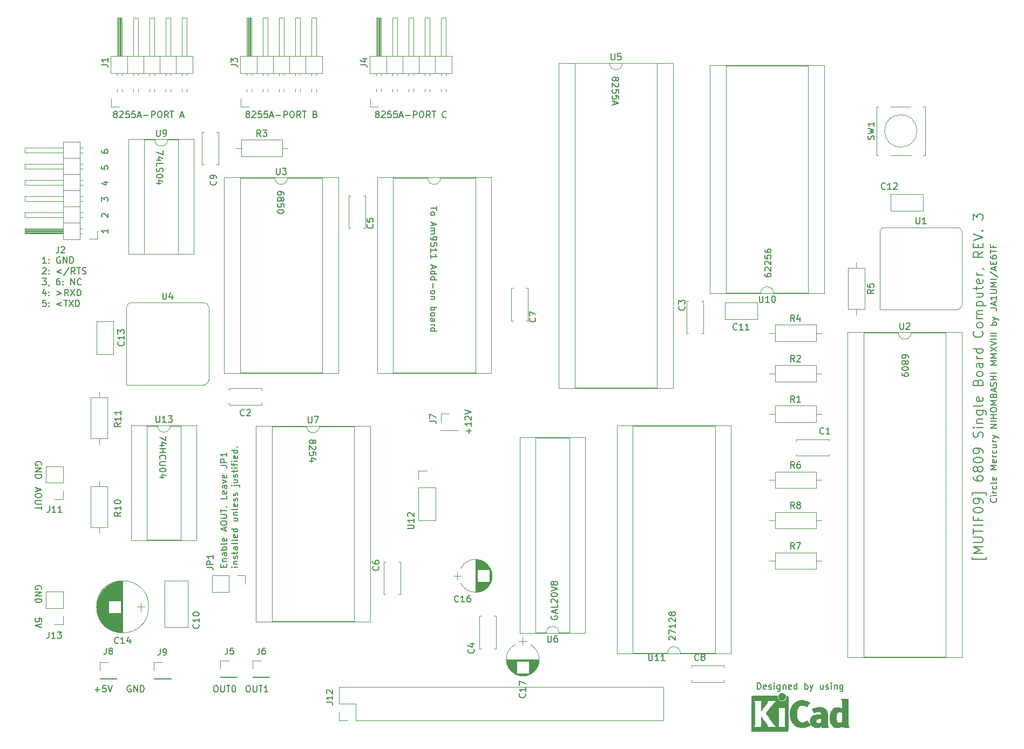
<source format=gto>
G04 #@! TF.FileFunction,Legend,Top*
%FSLAX46Y46*%
G04 Gerber Fmt 4.6, Leading zero omitted, Abs format (unit mm)*
G04 Created by KiCad (PCBNEW 4.0.7) date 10/14/18 11:21:50*
%MOMM*%
%LPD*%
G01*
G04 APERTURE LIST*
%ADD10C,0.100000*%
%ADD11C,0.200000*%
%ADD12C,0.150000*%
%ADD13C,0.120000*%
%ADD14C,0.010000*%
G04 APERTURE END LIST*
D10*
D11*
X53761905Y-68552381D02*
X53190476Y-68552381D01*
X53476190Y-68552381D02*
X53476190Y-67552381D01*
X53380952Y-67695238D01*
X53285714Y-67790476D01*
X53190476Y-67838095D01*
X54190476Y-68457143D02*
X54238095Y-68504762D01*
X54190476Y-68552381D01*
X54142857Y-68504762D01*
X54190476Y-68457143D01*
X54190476Y-68552381D01*
X54190476Y-67933333D02*
X54238095Y-67980952D01*
X54190476Y-68028571D01*
X54142857Y-67980952D01*
X54190476Y-67933333D01*
X54190476Y-68028571D01*
X55952381Y-67600000D02*
X55857143Y-67552381D01*
X55714286Y-67552381D01*
X55571428Y-67600000D01*
X55476190Y-67695238D01*
X55428571Y-67790476D01*
X55380952Y-67980952D01*
X55380952Y-68123810D01*
X55428571Y-68314286D01*
X55476190Y-68409524D01*
X55571428Y-68504762D01*
X55714286Y-68552381D01*
X55809524Y-68552381D01*
X55952381Y-68504762D01*
X56000000Y-68457143D01*
X56000000Y-68123810D01*
X55809524Y-68123810D01*
X56428571Y-68552381D02*
X56428571Y-67552381D01*
X57000000Y-68552381D01*
X57000000Y-67552381D01*
X57476190Y-68552381D02*
X57476190Y-67552381D01*
X57714285Y-67552381D01*
X57857143Y-67600000D01*
X57952381Y-67695238D01*
X58000000Y-67790476D01*
X58047619Y-67980952D01*
X58047619Y-68123810D01*
X58000000Y-68314286D01*
X57952381Y-68409524D01*
X57857143Y-68504762D01*
X57714285Y-68552381D01*
X57476190Y-68552381D01*
X53190476Y-69347619D02*
X53238095Y-69300000D01*
X53333333Y-69252381D01*
X53571429Y-69252381D01*
X53666667Y-69300000D01*
X53714286Y-69347619D01*
X53761905Y-69442857D01*
X53761905Y-69538095D01*
X53714286Y-69680952D01*
X53142857Y-70252381D01*
X53761905Y-70252381D01*
X54190476Y-70157143D02*
X54238095Y-70204762D01*
X54190476Y-70252381D01*
X54142857Y-70204762D01*
X54190476Y-70157143D01*
X54190476Y-70252381D01*
X54190476Y-69633333D02*
X54238095Y-69680952D01*
X54190476Y-69728571D01*
X54142857Y-69680952D01*
X54190476Y-69633333D01*
X54190476Y-69728571D01*
X56190476Y-69585714D02*
X55428571Y-69871429D01*
X56190476Y-70157143D01*
X57380952Y-69204762D02*
X56523809Y-70490476D01*
X58285714Y-70252381D02*
X57952380Y-69776190D01*
X57714285Y-70252381D02*
X57714285Y-69252381D01*
X58095238Y-69252381D01*
X58190476Y-69300000D01*
X58238095Y-69347619D01*
X58285714Y-69442857D01*
X58285714Y-69585714D01*
X58238095Y-69680952D01*
X58190476Y-69728571D01*
X58095238Y-69776190D01*
X57714285Y-69776190D01*
X58571428Y-69252381D02*
X59142857Y-69252381D01*
X58857142Y-70252381D02*
X58857142Y-69252381D01*
X59428571Y-70204762D02*
X59571428Y-70252381D01*
X59809524Y-70252381D01*
X59904762Y-70204762D01*
X59952381Y-70157143D01*
X60000000Y-70061905D01*
X60000000Y-69966667D01*
X59952381Y-69871429D01*
X59904762Y-69823810D01*
X59809524Y-69776190D01*
X59619047Y-69728571D01*
X59523809Y-69680952D01*
X59476190Y-69633333D01*
X59428571Y-69538095D01*
X59428571Y-69442857D01*
X59476190Y-69347619D01*
X59523809Y-69300000D01*
X59619047Y-69252381D01*
X59857143Y-69252381D01*
X60000000Y-69300000D01*
X53142857Y-70952381D02*
X53761905Y-70952381D01*
X53428571Y-71333333D01*
X53571429Y-71333333D01*
X53666667Y-71380952D01*
X53714286Y-71428571D01*
X53761905Y-71523810D01*
X53761905Y-71761905D01*
X53714286Y-71857143D01*
X53666667Y-71904762D01*
X53571429Y-71952381D01*
X53285714Y-71952381D01*
X53190476Y-71904762D01*
X53142857Y-71857143D01*
X54238095Y-71904762D02*
X54238095Y-71952381D01*
X54190476Y-72047619D01*
X54142857Y-72095238D01*
X55857143Y-70952381D02*
X55666666Y-70952381D01*
X55571428Y-71000000D01*
X55523809Y-71047619D01*
X55428571Y-71190476D01*
X55380952Y-71380952D01*
X55380952Y-71761905D01*
X55428571Y-71857143D01*
X55476190Y-71904762D01*
X55571428Y-71952381D01*
X55761905Y-71952381D01*
X55857143Y-71904762D01*
X55904762Y-71857143D01*
X55952381Y-71761905D01*
X55952381Y-71523810D01*
X55904762Y-71428571D01*
X55857143Y-71380952D01*
X55761905Y-71333333D01*
X55571428Y-71333333D01*
X55476190Y-71380952D01*
X55428571Y-71428571D01*
X55380952Y-71523810D01*
X56380952Y-71857143D02*
X56428571Y-71904762D01*
X56380952Y-71952381D01*
X56333333Y-71904762D01*
X56380952Y-71857143D01*
X56380952Y-71952381D01*
X56380952Y-71333333D02*
X56428571Y-71380952D01*
X56380952Y-71428571D01*
X56333333Y-71380952D01*
X56380952Y-71333333D01*
X56380952Y-71428571D01*
X57619047Y-71952381D02*
X57619047Y-70952381D01*
X58190476Y-71952381D01*
X58190476Y-70952381D01*
X59238095Y-71857143D02*
X59190476Y-71904762D01*
X59047619Y-71952381D01*
X58952381Y-71952381D01*
X58809523Y-71904762D01*
X58714285Y-71809524D01*
X58666666Y-71714286D01*
X58619047Y-71523810D01*
X58619047Y-71380952D01*
X58666666Y-71190476D01*
X58714285Y-71095238D01*
X58809523Y-71000000D01*
X58952381Y-70952381D01*
X59047619Y-70952381D01*
X59190476Y-71000000D01*
X59238095Y-71047619D01*
X53666667Y-72985714D02*
X53666667Y-73652381D01*
X53428571Y-72604762D02*
X53190476Y-73319048D01*
X53809524Y-73319048D01*
X54190476Y-73557143D02*
X54238095Y-73604762D01*
X54190476Y-73652381D01*
X54142857Y-73604762D01*
X54190476Y-73557143D01*
X54190476Y-73652381D01*
X54190476Y-73033333D02*
X54238095Y-73080952D01*
X54190476Y-73128571D01*
X54142857Y-73080952D01*
X54190476Y-73033333D01*
X54190476Y-73128571D01*
X55428571Y-72985714D02*
X56190476Y-73271429D01*
X55428571Y-73557143D01*
X57238095Y-73652381D02*
X56904761Y-73176190D01*
X56666666Y-73652381D02*
X56666666Y-72652381D01*
X57047619Y-72652381D01*
X57142857Y-72700000D01*
X57190476Y-72747619D01*
X57238095Y-72842857D01*
X57238095Y-72985714D01*
X57190476Y-73080952D01*
X57142857Y-73128571D01*
X57047619Y-73176190D01*
X56666666Y-73176190D01*
X57571428Y-72652381D02*
X58238095Y-73652381D01*
X58238095Y-72652381D02*
X57571428Y-73652381D01*
X58619047Y-73652381D02*
X58619047Y-72652381D01*
X58857142Y-72652381D01*
X59000000Y-72700000D01*
X59095238Y-72795238D01*
X59142857Y-72890476D01*
X59190476Y-73080952D01*
X59190476Y-73223810D01*
X59142857Y-73414286D01*
X59095238Y-73509524D01*
X59000000Y-73604762D01*
X58857142Y-73652381D01*
X58619047Y-73652381D01*
X53714286Y-74352381D02*
X53238095Y-74352381D01*
X53190476Y-74828571D01*
X53238095Y-74780952D01*
X53333333Y-74733333D01*
X53571429Y-74733333D01*
X53666667Y-74780952D01*
X53714286Y-74828571D01*
X53761905Y-74923810D01*
X53761905Y-75161905D01*
X53714286Y-75257143D01*
X53666667Y-75304762D01*
X53571429Y-75352381D01*
X53333333Y-75352381D01*
X53238095Y-75304762D01*
X53190476Y-75257143D01*
X54190476Y-75257143D02*
X54238095Y-75304762D01*
X54190476Y-75352381D01*
X54142857Y-75304762D01*
X54190476Y-75257143D01*
X54190476Y-75352381D01*
X54190476Y-74733333D02*
X54238095Y-74780952D01*
X54190476Y-74828571D01*
X54142857Y-74780952D01*
X54190476Y-74733333D01*
X54190476Y-74828571D01*
X56190476Y-74685714D02*
X55428571Y-74971429D01*
X56190476Y-75257143D01*
X56523809Y-74352381D02*
X57095238Y-74352381D01*
X56809523Y-75352381D02*
X56809523Y-74352381D01*
X57333333Y-74352381D02*
X58000000Y-75352381D01*
X58000000Y-74352381D02*
X57333333Y-75352381D01*
X58380952Y-75352381D02*
X58380952Y-74352381D01*
X58619047Y-74352381D01*
X58761905Y-74400000D01*
X58857143Y-74495238D01*
X58904762Y-74590476D01*
X58952381Y-74780952D01*
X58952381Y-74923810D01*
X58904762Y-75114286D01*
X58857143Y-75209524D01*
X58761905Y-75304762D01*
X58619047Y-75352381D01*
X58380952Y-75352381D01*
D12*
X62452381Y-58833333D02*
X62452381Y-58214285D01*
X62833333Y-58547619D01*
X62833333Y-58404761D01*
X62880952Y-58309523D01*
X62928571Y-58261904D01*
X63023810Y-58214285D01*
X63261905Y-58214285D01*
X63357143Y-58261904D01*
X63404762Y-58309523D01*
X63452381Y-58404761D01*
X63452381Y-58690476D01*
X63404762Y-58785714D01*
X63357143Y-58833333D01*
X62452381Y-50809523D02*
X62452381Y-51000000D01*
X62500000Y-51095238D01*
X62547619Y-51142857D01*
X62690476Y-51238095D01*
X62880952Y-51285714D01*
X63261905Y-51285714D01*
X63357143Y-51238095D01*
X63404762Y-51190476D01*
X63452381Y-51095238D01*
X63452381Y-50904761D01*
X63404762Y-50809523D01*
X63357143Y-50761904D01*
X63261905Y-50714285D01*
X63023810Y-50714285D01*
X62928571Y-50761904D01*
X62880952Y-50809523D01*
X62833333Y-50904761D01*
X62833333Y-51095238D01*
X62880952Y-51190476D01*
X62928571Y-51238095D01*
X63023810Y-51285714D01*
D11*
X81578571Y-116261905D02*
X81578571Y-115928571D01*
X82102381Y-115785714D02*
X82102381Y-116261905D01*
X81102381Y-116261905D01*
X81102381Y-115785714D01*
X81435714Y-115357143D02*
X82102381Y-115357143D01*
X81530952Y-115357143D02*
X81483333Y-115309524D01*
X81435714Y-115214286D01*
X81435714Y-115071428D01*
X81483333Y-114976190D01*
X81578571Y-114928571D01*
X82102381Y-114928571D01*
X82102381Y-114023809D02*
X81578571Y-114023809D01*
X81483333Y-114071428D01*
X81435714Y-114166666D01*
X81435714Y-114357143D01*
X81483333Y-114452381D01*
X82054762Y-114023809D02*
X82102381Y-114119047D01*
X82102381Y-114357143D01*
X82054762Y-114452381D01*
X81959524Y-114500000D01*
X81864286Y-114500000D01*
X81769048Y-114452381D01*
X81721429Y-114357143D01*
X81721429Y-114119047D01*
X81673810Y-114023809D01*
X82102381Y-113547619D02*
X81102381Y-113547619D01*
X81483333Y-113547619D02*
X81435714Y-113452381D01*
X81435714Y-113261904D01*
X81483333Y-113166666D01*
X81530952Y-113119047D01*
X81626190Y-113071428D01*
X81911905Y-113071428D01*
X82007143Y-113119047D01*
X82054762Y-113166666D01*
X82102381Y-113261904D01*
X82102381Y-113452381D01*
X82054762Y-113547619D01*
X82102381Y-112500000D02*
X82054762Y-112595238D01*
X81959524Y-112642857D01*
X81102381Y-112642857D01*
X82054762Y-111738094D02*
X82102381Y-111833332D01*
X82102381Y-112023809D01*
X82054762Y-112119047D01*
X81959524Y-112166666D01*
X81578571Y-112166666D01*
X81483333Y-112119047D01*
X81435714Y-112023809D01*
X81435714Y-111833332D01*
X81483333Y-111738094D01*
X81578571Y-111690475D01*
X81673810Y-111690475D01*
X81769048Y-112166666D01*
X81816667Y-110547618D02*
X81816667Y-110071427D01*
X82102381Y-110642856D02*
X81102381Y-110309523D01*
X82102381Y-109976189D01*
X81102381Y-109452380D02*
X81102381Y-109261903D01*
X81150000Y-109166665D01*
X81245238Y-109071427D01*
X81435714Y-109023808D01*
X81769048Y-109023808D01*
X81959524Y-109071427D01*
X82054762Y-109166665D01*
X82102381Y-109261903D01*
X82102381Y-109452380D01*
X82054762Y-109547618D01*
X81959524Y-109642856D01*
X81769048Y-109690475D01*
X81435714Y-109690475D01*
X81245238Y-109642856D01*
X81150000Y-109547618D01*
X81102381Y-109452380D01*
X81102381Y-108595237D02*
X81911905Y-108595237D01*
X82007143Y-108547618D01*
X82054762Y-108499999D01*
X82102381Y-108404761D01*
X82102381Y-108214284D01*
X82054762Y-108119046D01*
X82007143Y-108071427D01*
X81911905Y-108023808D01*
X81102381Y-108023808D01*
X81102381Y-107690475D02*
X81102381Y-107119046D01*
X82102381Y-107404761D02*
X81102381Y-107404761D01*
X82007143Y-106785713D02*
X82054762Y-106738094D01*
X82102381Y-106785713D01*
X82054762Y-106833332D01*
X82007143Y-106785713D01*
X82102381Y-106785713D01*
X82102381Y-105071427D02*
X82102381Y-105547618D01*
X81102381Y-105547618D01*
X82054762Y-104357141D02*
X82102381Y-104452379D01*
X82102381Y-104642856D01*
X82054762Y-104738094D01*
X81959524Y-104785713D01*
X81578571Y-104785713D01*
X81483333Y-104738094D01*
X81435714Y-104642856D01*
X81435714Y-104452379D01*
X81483333Y-104357141D01*
X81578571Y-104309522D01*
X81673810Y-104309522D01*
X81769048Y-104785713D01*
X82102381Y-103452379D02*
X81578571Y-103452379D01*
X81483333Y-103499998D01*
X81435714Y-103595236D01*
X81435714Y-103785713D01*
X81483333Y-103880951D01*
X82054762Y-103452379D02*
X82102381Y-103547617D01*
X82102381Y-103785713D01*
X82054762Y-103880951D01*
X81959524Y-103928570D01*
X81864286Y-103928570D01*
X81769048Y-103880951D01*
X81721429Y-103785713D01*
X81721429Y-103547617D01*
X81673810Y-103452379D01*
X81435714Y-103071427D02*
X82102381Y-102833332D01*
X81435714Y-102595236D01*
X82054762Y-101833331D02*
X82102381Y-101928569D01*
X82102381Y-102119046D01*
X82054762Y-102214284D01*
X81959524Y-102261903D01*
X81578571Y-102261903D01*
X81483333Y-102214284D01*
X81435714Y-102119046D01*
X81435714Y-101928569D01*
X81483333Y-101833331D01*
X81578571Y-101785712D01*
X81673810Y-101785712D01*
X81769048Y-102261903D01*
X81102381Y-100309521D02*
X81816667Y-100309521D01*
X81959524Y-100357141D01*
X82054762Y-100452379D01*
X82102381Y-100595236D01*
X82102381Y-100690474D01*
X82102381Y-99833331D02*
X81102381Y-99833331D01*
X81102381Y-99452378D01*
X81150000Y-99357140D01*
X81197619Y-99309521D01*
X81292857Y-99261902D01*
X81435714Y-99261902D01*
X81530952Y-99309521D01*
X81578571Y-99357140D01*
X81626190Y-99452378D01*
X81626190Y-99833331D01*
X82102381Y-98309521D02*
X82102381Y-98880950D01*
X82102381Y-98595236D02*
X81102381Y-98595236D01*
X81245238Y-98690474D01*
X81340476Y-98785712D01*
X81388095Y-98880950D01*
X83802381Y-116261905D02*
X83135714Y-116261905D01*
X82802381Y-116261905D02*
X82850000Y-116309524D01*
X82897619Y-116261905D01*
X82850000Y-116214286D01*
X82802381Y-116261905D01*
X82897619Y-116261905D01*
X83135714Y-115785715D02*
X83802381Y-115785715D01*
X83230952Y-115785715D02*
X83183333Y-115738096D01*
X83135714Y-115642858D01*
X83135714Y-115500000D01*
X83183333Y-115404762D01*
X83278571Y-115357143D01*
X83802381Y-115357143D01*
X83754762Y-114928572D02*
X83802381Y-114833334D01*
X83802381Y-114642858D01*
X83754762Y-114547619D01*
X83659524Y-114500000D01*
X83611905Y-114500000D01*
X83516667Y-114547619D01*
X83469048Y-114642858D01*
X83469048Y-114785715D01*
X83421429Y-114880953D01*
X83326190Y-114928572D01*
X83278571Y-114928572D01*
X83183333Y-114880953D01*
X83135714Y-114785715D01*
X83135714Y-114642858D01*
X83183333Y-114547619D01*
X83135714Y-114214286D02*
X83135714Y-113833334D01*
X82802381Y-114071429D02*
X83659524Y-114071429D01*
X83754762Y-114023810D01*
X83802381Y-113928572D01*
X83802381Y-113833334D01*
X83802381Y-113071428D02*
X83278571Y-113071428D01*
X83183333Y-113119047D01*
X83135714Y-113214285D01*
X83135714Y-113404762D01*
X83183333Y-113500000D01*
X83754762Y-113071428D02*
X83802381Y-113166666D01*
X83802381Y-113404762D01*
X83754762Y-113500000D01*
X83659524Y-113547619D01*
X83564286Y-113547619D01*
X83469048Y-113500000D01*
X83421429Y-113404762D01*
X83421429Y-113166666D01*
X83373810Y-113071428D01*
X83802381Y-112452381D02*
X83754762Y-112547619D01*
X83659524Y-112595238D01*
X82802381Y-112595238D01*
X83802381Y-111928571D02*
X83754762Y-112023809D01*
X83659524Y-112071428D01*
X82802381Y-112071428D01*
X83754762Y-111166665D02*
X83802381Y-111261903D01*
X83802381Y-111452380D01*
X83754762Y-111547618D01*
X83659524Y-111595237D01*
X83278571Y-111595237D01*
X83183333Y-111547618D01*
X83135714Y-111452380D01*
X83135714Y-111261903D01*
X83183333Y-111166665D01*
X83278571Y-111119046D01*
X83373810Y-111119046D01*
X83469048Y-111595237D01*
X83802381Y-110261903D02*
X82802381Y-110261903D01*
X83754762Y-110261903D02*
X83802381Y-110357141D01*
X83802381Y-110547618D01*
X83754762Y-110642856D01*
X83707143Y-110690475D01*
X83611905Y-110738094D01*
X83326190Y-110738094D01*
X83230952Y-110690475D01*
X83183333Y-110642856D01*
X83135714Y-110547618D01*
X83135714Y-110357141D01*
X83183333Y-110261903D01*
X83135714Y-108595236D02*
X83802381Y-108595236D01*
X83135714Y-109023808D02*
X83659524Y-109023808D01*
X83754762Y-108976189D01*
X83802381Y-108880951D01*
X83802381Y-108738093D01*
X83754762Y-108642855D01*
X83707143Y-108595236D01*
X83135714Y-108119046D02*
X83802381Y-108119046D01*
X83230952Y-108119046D02*
X83183333Y-108071427D01*
X83135714Y-107976189D01*
X83135714Y-107833331D01*
X83183333Y-107738093D01*
X83278571Y-107690474D01*
X83802381Y-107690474D01*
X83802381Y-107071427D02*
X83754762Y-107166665D01*
X83659524Y-107214284D01*
X82802381Y-107214284D01*
X83754762Y-106309521D02*
X83802381Y-106404759D01*
X83802381Y-106595236D01*
X83754762Y-106690474D01*
X83659524Y-106738093D01*
X83278571Y-106738093D01*
X83183333Y-106690474D01*
X83135714Y-106595236D01*
X83135714Y-106404759D01*
X83183333Y-106309521D01*
X83278571Y-106261902D01*
X83373810Y-106261902D01*
X83469048Y-106738093D01*
X83754762Y-105880950D02*
X83802381Y-105785712D01*
X83802381Y-105595236D01*
X83754762Y-105499997D01*
X83659524Y-105452378D01*
X83611905Y-105452378D01*
X83516667Y-105499997D01*
X83469048Y-105595236D01*
X83469048Y-105738093D01*
X83421429Y-105833331D01*
X83326190Y-105880950D01*
X83278571Y-105880950D01*
X83183333Y-105833331D01*
X83135714Y-105738093D01*
X83135714Y-105595236D01*
X83183333Y-105499997D01*
X83754762Y-105071426D02*
X83802381Y-104976188D01*
X83802381Y-104785712D01*
X83754762Y-104690473D01*
X83659524Y-104642854D01*
X83611905Y-104642854D01*
X83516667Y-104690473D01*
X83469048Y-104785712D01*
X83469048Y-104928569D01*
X83421429Y-105023807D01*
X83326190Y-105071426D01*
X83278571Y-105071426D01*
X83183333Y-105023807D01*
X83135714Y-104928569D01*
X83135714Y-104785712D01*
X83183333Y-104690473D01*
X83135714Y-103452378D02*
X83992857Y-103452378D01*
X84088095Y-103499997D01*
X84135714Y-103595235D01*
X84135714Y-103642854D01*
X82802381Y-103452378D02*
X82850000Y-103499997D01*
X82897619Y-103452378D01*
X82850000Y-103404759D01*
X82802381Y-103452378D01*
X82897619Y-103452378D01*
X83135714Y-102547616D02*
X83802381Y-102547616D01*
X83135714Y-102976188D02*
X83659524Y-102976188D01*
X83754762Y-102928569D01*
X83802381Y-102833331D01*
X83802381Y-102690473D01*
X83754762Y-102595235D01*
X83707143Y-102547616D01*
X83754762Y-102119045D02*
X83802381Y-102023807D01*
X83802381Y-101833331D01*
X83754762Y-101738092D01*
X83659524Y-101690473D01*
X83611905Y-101690473D01*
X83516667Y-101738092D01*
X83469048Y-101833331D01*
X83469048Y-101976188D01*
X83421429Y-102071426D01*
X83326190Y-102119045D01*
X83278571Y-102119045D01*
X83183333Y-102071426D01*
X83135714Y-101976188D01*
X83135714Y-101833331D01*
X83183333Y-101738092D01*
X83135714Y-101404759D02*
X83135714Y-101023807D01*
X82802381Y-101261902D02*
X83659524Y-101261902D01*
X83754762Y-101214283D01*
X83802381Y-101119045D01*
X83802381Y-101023807D01*
X83802381Y-100690473D02*
X83135714Y-100690473D01*
X82802381Y-100690473D02*
X82850000Y-100738092D01*
X82897619Y-100690473D01*
X82850000Y-100642854D01*
X82802381Y-100690473D01*
X82897619Y-100690473D01*
X83135714Y-100357140D02*
X83135714Y-99976188D01*
X83802381Y-100214283D02*
X82945238Y-100214283D01*
X82850000Y-100166664D01*
X82802381Y-100071426D01*
X82802381Y-99976188D01*
X83802381Y-99642854D02*
X83135714Y-99642854D01*
X82802381Y-99642854D02*
X82850000Y-99690473D01*
X82897619Y-99642854D01*
X82850000Y-99595235D01*
X82802381Y-99642854D01*
X82897619Y-99642854D01*
X83754762Y-98785711D02*
X83802381Y-98880949D01*
X83802381Y-99071426D01*
X83754762Y-99166664D01*
X83659524Y-99214283D01*
X83278571Y-99214283D01*
X83183333Y-99166664D01*
X83135714Y-99071426D01*
X83135714Y-98880949D01*
X83183333Y-98785711D01*
X83278571Y-98738092D01*
X83373810Y-98738092D01*
X83469048Y-99214283D01*
X83802381Y-97880949D02*
X82802381Y-97880949D01*
X83754762Y-97880949D02*
X83802381Y-97976187D01*
X83802381Y-98166664D01*
X83754762Y-98261902D01*
X83707143Y-98309521D01*
X83611905Y-98357140D01*
X83326190Y-98357140D01*
X83230952Y-98309521D01*
X83183333Y-98261902D01*
X83135714Y-98166664D01*
X83135714Y-97976187D01*
X83183333Y-97880949D01*
X83707143Y-97404759D02*
X83754762Y-97357140D01*
X83802381Y-97404759D01*
X83754762Y-97452378D01*
X83707143Y-97404759D01*
X83802381Y-97404759D01*
D12*
X95619048Y-96476190D02*
X95666667Y-96380952D01*
X95714286Y-96333333D01*
X95809524Y-96285714D01*
X95857143Y-96285714D01*
X95952381Y-96333333D01*
X96000000Y-96380952D01*
X96047619Y-96476190D01*
X96047619Y-96666667D01*
X96000000Y-96761905D01*
X95952381Y-96809524D01*
X95857143Y-96857143D01*
X95809524Y-96857143D01*
X95714286Y-96809524D01*
X95666667Y-96761905D01*
X95619048Y-96666667D01*
X95619048Y-96476190D01*
X95571429Y-96380952D01*
X95523810Y-96333333D01*
X95428571Y-96285714D01*
X95238095Y-96285714D01*
X95142857Y-96333333D01*
X95095238Y-96380952D01*
X95047619Y-96476190D01*
X95047619Y-96666667D01*
X95095238Y-96761905D01*
X95142857Y-96809524D01*
X95238095Y-96857143D01*
X95428571Y-96857143D01*
X95523810Y-96809524D01*
X95571429Y-96761905D01*
X95619048Y-96666667D01*
X95952381Y-97238095D02*
X96000000Y-97285714D01*
X96047619Y-97380952D01*
X96047619Y-97619048D01*
X96000000Y-97714286D01*
X95952381Y-97761905D01*
X95857143Y-97809524D01*
X95761905Y-97809524D01*
X95619048Y-97761905D01*
X95047619Y-97190476D01*
X95047619Y-97809524D01*
X96047619Y-98714286D02*
X96047619Y-98238095D01*
X95571429Y-98190476D01*
X95619048Y-98238095D01*
X95666667Y-98333333D01*
X95666667Y-98571429D01*
X95619048Y-98666667D01*
X95571429Y-98714286D01*
X95476190Y-98761905D01*
X95238095Y-98761905D01*
X95142857Y-98714286D01*
X95095238Y-98666667D01*
X95047619Y-98571429D01*
X95047619Y-98333333D01*
X95095238Y-98238095D01*
X95142857Y-98190476D01*
X95714286Y-99619048D02*
X95047619Y-99619048D01*
X96095238Y-99380952D02*
X95380952Y-99142857D01*
X95380952Y-99761905D01*
X72547619Y-95690476D02*
X72547619Y-96357143D01*
X71547619Y-95928571D01*
X72214286Y-97166667D02*
X71547619Y-97166667D01*
X72595238Y-96928571D02*
X71880952Y-96690476D01*
X71880952Y-97309524D01*
X71547619Y-97690476D02*
X72547619Y-97690476D01*
X72071429Y-97690476D02*
X72071429Y-98261905D01*
X71547619Y-98261905D02*
X72547619Y-98261905D01*
X71642857Y-99309524D02*
X71595238Y-99261905D01*
X71547619Y-99119048D01*
X71547619Y-99023810D01*
X71595238Y-98880952D01*
X71690476Y-98785714D01*
X71785714Y-98738095D01*
X71976190Y-98690476D01*
X72119048Y-98690476D01*
X72309524Y-98738095D01*
X72404762Y-98785714D01*
X72500000Y-98880952D01*
X72547619Y-99023810D01*
X72547619Y-99119048D01*
X72500000Y-99261905D01*
X72452381Y-99309524D01*
X72547619Y-99738095D02*
X71738095Y-99738095D01*
X71642857Y-99785714D01*
X71595238Y-99833333D01*
X71547619Y-99928571D01*
X71547619Y-100119048D01*
X71595238Y-100214286D01*
X71642857Y-100261905D01*
X71738095Y-100309524D01*
X72547619Y-100309524D01*
X72547619Y-100976190D02*
X72547619Y-101071429D01*
X72500000Y-101166667D01*
X72452381Y-101214286D01*
X72357143Y-101261905D01*
X72166667Y-101309524D01*
X71928571Y-101309524D01*
X71738095Y-101261905D01*
X71642857Y-101214286D01*
X71595238Y-101166667D01*
X71547619Y-101071429D01*
X71547619Y-100976190D01*
X71595238Y-100880952D01*
X71642857Y-100833333D01*
X71738095Y-100785714D01*
X71928571Y-100738095D01*
X72166667Y-100738095D01*
X72357143Y-100785714D01*
X72452381Y-100833333D01*
X72500000Y-100880952D01*
X72547619Y-100976190D01*
X72214286Y-102166667D02*
X71547619Y-102166667D01*
X72595238Y-101928571D02*
X71880952Y-101690476D01*
X71880952Y-102309524D01*
X72047619Y-50857143D02*
X72047619Y-51523810D01*
X71047619Y-51095238D01*
X71714286Y-52333334D02*
X71047619Y-52333334D01*
X72095238Y-52095238D02*
X71380952Y-51857143D01*
X71380952Y-52476191D01*
X71047619Y-53333334D02*
X71047619Y-52857143D01*
X72047619Y-52857143D01*
X71095238Y-53619048D02*
X71047619Y-53761905D01*
X71047619Y-54000001D01*
X71095238Y-54095239D01*
X71142857Y-54142858D01*
X71238095Y-54190477D01*
X71333333Y-54190477D01*
X71428571Y-54142858D01*
X71476190Y-54095239D01*
X71523810Y-54000001D01*
X71571429Y-53809524D01*
X71619048Y-53714286D01*
X71666667Y-53666667D01*
X71761905Y-53619048D01*
X71857143Y-53619048D01*
X71952381Y-53666667D01*
X72000000Y-53714286D01*
X72047619Y-53809524D01*
X72047619Y-54047620D01*
X72000000Y-54190477D01*
X72047619Y-54809524D02*
X72047619Y-54904763D01*
X72000000Y-55000001D01*
X71952381Y-55047620D01*
X71857143Y-55095239D01*
X71666667Y-55142858D01*
X71428571Y-55142858D01*
X71238095Y-55095239D01*
X71142857Y-55047620D01*
X71095238Y-55000001D01*
X71047619Y-54904763D01*
X71047619Y-54809524D01*
X71095238Y-54714286D01*
X71142857Y-54666667D01*
X71238095Y-54619048D01*
X71428571Y-54571429D01*
X71666667Y-54571429D01*
X71857143Y-54619048D01*
X71952381Y-54666667D01*
X72000000Y-54714286D01*
X72047619Y-54809524D01*
X71714286Y-56000001D02*
X71047619Y-56000001D01*
X72095238Y-55761905D02*
X71380952Y-55523810D01*
X71380952Y-56142858D01*
X91047619Y-57761905D02*
X91047619Y-57571428D01*
X91000000Y-57476190D01*
X90952381Y-57428571D01*
X90809524Y-57333333D01*
X90619048Y-57285714D01*
X90238095Y-57285714D01*
X90142857Y-57333333D01*
X90095238Y-57380952D01*
X90047619Y-57476190D01*
X90047619Y-57666667D01*
X90095238Y-57761905D01*
X90142857Y-57809524D01*
X90238095Y-57857143D01*
X90476190Y-57857143D01*
X90571429Y-57809524D01*
X90619048Y-57761905D01*
X90666667Y-57666667D01*
X90666667Y-57476190D01*
X90619048Y-57380952D01*
X90571429Y-57333333D01*
X90476190Y-57285714D01*
X90619048Y-58428571D02*
X90666667Y-58333333D01*
X90714286Y-58285714D01*
X90809524Y-58238095D01*
X90857143Y-58238095D01*
X90952381Y-58285714D01*
X91000000Y-58333333D01*
X91047619Y-58428571D01*
X91047619Y-58619048D01*
X91000000Y-58714286D01*
X90952381Y-58761905D01*
X90857143Y-58809524D01*
X90809524Y-58809524D01*
X90714286Y-58761905D01*
X90666667Y-58714286D01*
X90619048Y-58619048D01*
X90619048Y-58428571D01*
X90571429Y-58333333D01*
X90523810Y-58285714D01*
X90428571Y-58238095D01*
X90238095Y-58238095D01*
X90142857Y-58285714D01*
X90095238Y-58333333D01*
X90047619Y-58428571D01*
X90047619Y-58619048D01*
X90095238Y-58714286D01*
X90142857Y-58761905D01*
X90238095Y-58809524D01*
X90428571Y-58809524D01*
X90523810Y-58761905D01*
X90571429Y-58714286D01*
X90619048Y-58619048D01*
X91047619Y-59714286D02*
X91047619Y-59238095D01*
X90571429Y-59190476D01*
X90619048Y-59238095D01*
X90666667Y-59333333D01*
X90666667Y-59571429D01*
X90619048Y-59666667D01*
X90571429Y-59714286D01*
X90476190Y-59761905D01*
X90238095Y-59761905D01*
X90142857Y-59714286D01*
X90095238Y-59666667D01*
X90047619Y-59571429D01*
X90047619Y-59333333D01*
X90095238Y-59238095D01*
X90142857Y-59190476D01*
X91047619Y-60380952D02*
X91047619Y-60476191D01*
X91000000Y-60571429D01*
X90952381Y-60619048D01*
X90857143Y-60666667D01*
X90666667Y-60714286D01*
X90428571Y-60714286D01*
X90238095Y-60666667D01*
X90142857Y-60619048D01*
X90095238Y-60571429D01*
X90047619Y-60476191D01*
X90047619Y-60380952D01*
X90095238Y-60285714D01*
X90142857Y-60238095D01*
X90238095Y-60190476D01*
X90428571Y-60142857D01*
X90666667Y-60142857D01*
X90857143Y-60190476D01*
X90952381Y-60238095D01*
X91000000Y-60285714D01*
X91047619Y-60380952D01*
X115047619Y-59642856D02*
X115047619Y-60214285D01*
X114047619Y-59928570D02*
X115047619Y-59928570D01*
X114047619Y-60690475D02*
X114095238Y-60595237D01*
X114142857Y-60547618D01*
X114238095Y-60499999D01*
X114523810Y-60499999D01*
X114619048Y-60547618D01*
X114666667Y-60595237D01*
X114714286Y-60690475D01*
X114714286Y-60833333D01*
X114666667Y-60928571D01*
X114619048Y-60976190D01*
X114523810Y-61023809D01*
X114238095Y-61023809D01*
X114142857Y-60976190D01*
X114095238Y-60928571D01*
X114047619Y-60833333D01*
X114047619Y-60690475D01*
X114333333Y-62166666D02*
X114333333Y-62642857D01*
X114047619Y-62071428D02*
X115047619Y-62404761D01*
X114047619Y-62738095D01*
X114047619Y-63071428D02*
X114714286Y-63071428D01*
X114619048Y-63071428D02*
X114666667Y-63119047D01*
X114714286Y-63214285D01*
X114714286Y-63357143D01*
X114666667Y-63452381D01*
X114571429Y-63500000D01*
X114047619Y-63500000D01*
X114571429Y-63500000D02*
X114666667Y-63547619D01*
X114714286Y-63642857D01*
X114714286Y-63785714D01*
X114666667Y-63880952D01*
X114571429Y-63928571D01*
X114047619Y-63928571D01*
X114047619Y-64452380D02*
X114047619Y-64642856D01*
X114095238Y-64738095D01*
X114142857Y-64785714D01*
X114285714Y-64880952D01*
X114476190Y-64928571D01*
X114857143Y-64928571D01*
X114952381Y-64880952D01*
X115000000Y-64833333D01*
X115047619Y-64738095D01*
X115047619Y-64547618D01*
X115000000Y-64452380D01*
X114952381Y-64404761D01*
X114857143Y-64357142D01*
X114619048Y-64357142D01*
X114523810Y-64404761D01*
X114476190Y-64452380D01*
X114428571Y-64547618D01*
X114428571Y-64738095D01*
X114476190Y-64833333D01*
X114523810Y-64880952D01*
X114619048Y-64928571D01*
X115047619Y-65833333D02*
X115047619Y-65357142D01*
X114571429Y-65309523D01*
X114619048Y-65357142D01*
X114666667Y-65452380D01*
X114666667Y-65690476D01*
X114619048Y-65785714D01*
X114571429Y-65833333D01*
X114476190Y-65880952D01*
X114238095Y-65880952D01*
X114142857Y-65833333D01*
X114095238Y-65785714D01*
X114047619Y-65690476D01*
X114047619Y-65452380D01*
X114095238Y-65357142D01*
X114142857Y-65309523D01*
X114047619Y-66833333D02*
X114047619Y-66261904D01*
X114047619Y-66547618D02*
X115047619Y-66547618D01*
X114904762Y-66452380D01*
X114809524Y-66357142D01*
X114761905Y-66261904D01*
X114047619Y-67785714D02*
X114047619Y-67214285D01*
X114047619Y-67499999D02*
X115047619Y-67499999D01*
X114904762Y-67404761D01*
X114809524Y-67309523D01*
X114761905Y-67214285D01*
X114333333Y-68928571D02*
X114333333Y-69404762D01*
X114047619Y-68833333D02*
X115047619Y-69166666D01*
X114047619Y-69500000D01*
X114047619Y-70261905D02*
X115047619Y-70261905D01*
X114095238Y-70261905D02*
X114047619Y-70166667D01*
X114047619Y-69976190D01*
X114095238Y-69880952D01*
X114142857Y-69833333D01*
X114238095Y-69785714D01*
X114523810Y-69785714D01*
X114619048Y-69833333D01*
X114666667Y-69880952D01*
X114714286Y-69976190D01*
X114714286Y-70166667D01*
X114666667Y-70261905D01*
X114047619Y-71166667D02*
X115047619Y-71166667D01*
X114095238Y-71166667D02*
X114047619Y-71071429D01*
X114047619Y-70880952D01*
X114095238Y-70785714D01*
X114142857Y-70738095D01*
X114238095Y-70690476D01*
X114523810Y-70690476D01*
X114619048Y-70738095D01*
X114666667Y-70785714D01*
X114714286Y-70880952D01*
X114714286Y-71071429D01*
X114666667Y-71166667D01*
X114428571Y-71642857D02*
X114428571Y-72404762D01*
X114047619Y-73023809D02*
X114095238Y-72928571D01*
X114142857Y-72880952D01*
X114238095Y-72833333D01*
X114523810Y-72833333D01*
X114619048Y-72880952D01*
X114666667Y-72928571D01*
X114714286Y-73023809D01*
X114714286Y-73166667D01*
X114666667Y-73261905D01*
X114619048Y-73309524D01*
X114523810Y-73357143D01*
X114238095Y-73357143D01*
X114142857Y-73309524D01*
X114095238Y-73261905D01*
X114047619Y-73166667D01*
X114047619Y-73023809D01*
X114714286Y-73785714D02*
X114047619Y-73785714D01*
X114619048Y-73785714D02*
X114666667Y-73833333D01*
X114714286Y-73928571D01*
X114714286Y-74071429D01*
X114666667Y-74166667D01*
X114571429Y-74214286D01*
X114047619Y-74214286D01*
X114047619Y-75452381D02*
X115047619Y-75452381D01*
X114666667Y-75452381D02*
X114714286Y-75547619D01*
X114714286Y-75738096D01*
X114666667Y-75833334D01*
X114619048Y-75880953D01*
X114523810Y-75928572D01*
X114238095Y-75928572D01*
X114142857Y-75880953D01*
X114095238Y-75833334D01*
X114047619Y-75738096D01*
X114047619Y-75547619D01*
X114095238Y-75452381D01*
X114047619Y-76500000D02*
X114095238Y-76404762D01*
X114142857Y-76357143D01*
X114238095Y-76309524D01*
X114523810Y-76309524D01*
X114619048Y-76357143D01*
X114666667Y-76404762D01*
X114714286Y-76500000D01*
X114714286Y-76642858D01*
X114666667Y-76738096D01*
X114619048Y-76785715D01*
X114523810Y-76833334D01*
X114238095Y-76833334D01*
X114142857Y-76785715D01*
X114095238Y-76738096D01*
X114047619Y-76642858D01*
X114047619Y-76500000D01*
X114047619Y-77690477D02*
X114571429Y-77690477D01*
X114666667Y-77642858D01*
X114714286Y-77547620D01*
X114714286Y-77357143D01*
X114666667Y-77261905D01*
X114095238Y-77690477D02*
X114047619Y-77595239D01*
X114047619Y-77357143D01*
X114095238Y-77261905D01*
X114190476Y-77214286D01*
X114285714Y-77214286D01*
X114380952Y-77261905D01*
X114428571Y-77357143D01*
X114428571Y-77595239D01*
X114476190Y-77690477D01*
X114047619Y-78166667D02*
X114714286Y-78166667D01*
X114523810Y-78166667D02*
X114619048Y-78214286D01*
X114666667Y-78261905D01*
X114714286Y-78357143D01*
X114714286Y-78452382D01*
X114047619Y-79214287D02*
X115047619Y-79214287D01*
X114095238Y-79214287D02*
X114047619Y-79119049D01*
X114047619Y-78928572D01*
X114095238Y-78833334D01*
X114142857Y-78785715D01*
X114238095Y-78738096D01*
X114523810Y-78738096D01*
X114619048Y-78785715D01*
X114666667Y-78833334D01*
X114714286Y-78928572D01*
X114714286Y-79119049D01*
X114666667Y-79214287D01*
X133000000Y-123928571D02*
X132952381Y-124023809D01*
X132952381Y-124166666D01*
X133000000Y-124309524D01*
X133095238Y-124404762D01*
X133190476Y-124452381D01*
X133380952Y-124500000D01*
X133523810Y-124500000D01*
X133714286Y-124452381D01*
X133809524Y-124404762D01*
X133904762Y-124309524D01*
X133952381Y-124166666D01*
X133952381Y-124071428D01*
X133904762Y-123928571D01*
X133857143Y-123880952D01*
X133523810Y-123880952D01*
X133523810Y-124071428D01*
X133666667Y-123500000D02*
X133666667Y-123023809D01*
X133952381Y-123595238D02*
X132952381Y-123261905D01*
X133952381Y-122928571D01*
X133952381Y-122119047D02*
X133952381Y-122595238D01*
X132952381Y-122595238D01*
X133047619Y-121833333D02*
X133000000Y-121785714D01*
X132952381Y-121690476D01*
X132952381Y-121452380D01*
X133000000Y-121357142D01*
X133047619Y-121309523D01*
X133142857Y-121261904D01*
X133238095Y-121261904D01*
X133380952Y-121309523D01*
X133952381Y-121880952D01*
X133952381Y-121261904D01*
X132952381Y-120642857D02*
X132952381Y-120547618D01*
X133000000Y-120452380D01*
X133047619Y-120404761D01*
X133142857Y-120357142D01*
X133333333Y-120309523D01*
X133571429Y-120309523D01*
X133761905Y-120357142D01*
X133857143Y-120404761D01*
X133904762Y-120452380D01*
X133952381Y-120547618D01*
X133952381Y-120642857D01*
X133904762Y-120738095D01*
X133857143Y-120785714D01*
X133761905Y-120833333D01*
X133571429Y-120880952D01*
X133333333Y-120880952D01*
X133142857Y-120833333D01*
X133047619Y-120785714D01*
X133000000Y-120738095D01*
X132952381Y-120642857D01*
X132952381Y-120023809D02*
X133952381Y-119690476D01*
X132952381Y-119357142D01*
X133380952Y-118880952D02*
X133333333Y-118976190D01*
X133285714Y-119023809D01*
X133190476Y-119071428D01*
X133142857Y-119071428D01*
X133047619Y-119023809D01*
X133000000Y-118976190D01*
X132952381Y-118880952D01*
X132952381Y-118690475D01*
X133000000Y-118595237D01*
X133047619Y-118547618D01*
X133142857Y-118499999D01*
X133190476Y-118499999D01*
X133285714Y-118547618D01*
X133333333Y-118595237D01*
X133380952Y-118690475D01*
X133380952Y-118880952D01*
X133428571Y-118976190D01*
X133476190Y-119023809D01*
X133571429Y-119071428D01*
X133761905Y-119071428D01*
X133857143Y-119023809D01*
X133904762Y-118976190D01*
X133952381Y-118880952D01*
X133952381Y-118690475D01*
X133904762Y-118595237D01*
X133857143Y-118547618D01*
X133761905Y-118499999D01*
X133571429Y-118499999D01*
X133476190Y-118547618D01*
X133428571Y-118595237D01*
X133380952Y-118690475D01*
X151547619Y-127690476D02*
X151500000Y-127642857D01*
X151452381Y-127547619D01*
X151452381Y-127309523D01*
X151500000Y-127214285D01*
X151547619Y-127166666D01*
X151642857Y-127119047D01*
X151738095Y-127119047D01*
X151880952Y-127166666D01*
X152452381Y-127738095D01*
X152452381Y-127119047D01*
X151452381Y-126785714D02*
X151452381Y-126119047D01*
X152452381Y-126547619D01*
X152452381Y-125214285D02*
X152452381Y-125785714D01*
X152452381Y-125500000D02*
X151452381Y-125500000D01*
X151595238Y-125595238D01*
X151690476Y-125690476D01*
X151738095Y-125785714D01*
X151547619Y-124833333D02*
X151500000Y-124785714D01*
X151452381Y-124690476D01*
X151452381Y-124452380D01*
X151500000Y-124357142D01*
X151547619Y-124309523D01*
X151642857Y-124261904D01*
X151738095Y-124261904D01*
X151880952Y-124309523D01*
X152452381Y-124880952D01*
X152452381Y-124261904D01*
X151880952Y-123690476D02*
X151833333Y-123785714D01*
X151785714Y-123833333D01*
X151690476Y-123880952D01*
X151642857Y-123880952D01*
X151547619Y-123833333D01*
X151500000Y-123785714D01*
X151452381Y-123690476D01*
X151452381Y-123499999D01*
X151500000Y-123404761D01*
X151547619Y-123357142D01*
X151642857Y-123309523D01*
X151690476Y-123309523D01*
X151785714Y-123357142D01*
X151833333Y-123404761D01*
X151880952Y-123499999D01*
X151880952Y-123690476D01*
X151928571Y-123785714D01*
X151976190Y-123833333D01*
X152071429Y-123880952D01*
X152261905Y-123880952D01*
X152357143Y-123833333D01*
X152404762Y-123785714D01*
X152452381Y-123690476D01*
X152452381Y-123499999D01*
X152404762Y-123404761D01*
X152357143Y-123357142D01*
X152261905Y-123309523D01*
X152071429Y-123309523D01*
X151976190Y-123357142D01*
X151928571Y-123404761D01*
X151880952Y-123499999D01*
X166452381Y-70214285D02*
X166452381Y-70404762D01*
X166500000Y-70500000D01*
X166547619Y-70547619D01*
X166690476Y-70642857D01*
X166880952Y-70690476D01*
X167261905Y-70690476D01*
X167357143Y-70642857D01*
X167404762Y-70595238D01*
X167452381Y-70500000D01*
X167452381Y-70309523D01*
X167404762Y-70214285D01*
X167357143Y-70166666D01*
X167261905Y-70119047D01*
X167023810Y-70119047D01*
X166928571Y-70166666D01*
X166880952Y-70214285D01*
X166833333Y-70309523D01*
X166833333Y-70500000D01*
X166880952Y-70595238D01*
X166928571Y-70642857D01*
X167023810Y-70690476D01*
X166547619Y-69738095D02*
X166500000Y-69690476D01*
X166452381Y-69595238D01*
X166452381Y-69357142D01*
X166500000Y-69261904D01*
X166547619Y-69214285D01*
X166642857Y-69166666D01*
X166738095Y-69166666D01*
X166880952Y-69214285D01*
X167452381Y-69785714D01*
X167452381Y-69166666D01*
X166547619Y-68785714D02*
X166500000Y-68738095D01*
X166452381Y-68642857D01*
X166452381Y-68404761D01*
X166500000Y-68309523D01*
X166547619Y-68261904D01*
X166642857Y-68214285D01*
X166738095Y-68214285D01*
X166880952Y-68261904D01*
X167452381Y-68833333D01*
X167452381Y-68214285D01*
X166452381Y-67309523D02*
X166452381Y-67785714D01*
X166928571Y-67833333D01*
X166880952Y-67785714D01*
X166833333Y-67690476D01*
X166833333Y-67452380D01*
X166880952Y-67357142D01*
X166928571Y-67309523D01*
X167023810Y-67261904D01*
X167261905Y-67261904D01*
X167357143Y-67309523D01*
X167404762Y-67357142D01*
X167452381Y-67452380D01*
X167452381Y-67690476D01*
X167404762Y-67785714D01*
X167357143Y-67833333D01*
X166452381Y-66404761D02*
X166452381Y-66595238D01*
X166500000Y-66690476D01*
X166547619Y-66738095D01*
X166690476Y-66833333D01*
X166880952Y-66880952D01*
X167261905Y-66880952D01*
X167357143Y-66833333D01*
X167404762Y-66785714D01*
X167452381Y-66690476D01*
X167452381Y-66499999D01*
X167404762Y-66404761D01*
X167357143Y-66357142D01*
X167261905Y-66309523D01*
X167023810Y-66309523D01*
X166928571Y-66357142D01*
X166880952Y-66404761D01*
X166833333Y-66499999D01*
X166833333Y-66690476D01*
X166880952Y-66785714D01*
X166928571Y-66833333D01*
X167023810Y-66880952D01*
X143119048Y-39547619D02*
X143166667Y-39452381D01*
X143214286Y-39404762D01*
X143309524Y-39357143D01*
X143357143Y-39357143D01*
X143452381Y-39404762D01*
X143500000Y-39452381D01*
X143547619Y-39547619D01*
X143547619Y-39738096D01*
X143500000Y-39833334D01*
X143452381Y-39880953D01*
X143357143Y-39928572D01*
X143309524Y-39928572D01*
X143214286Y-39880953D01*
X143166667Y-39833334D01*
X143119048Y-39738096D01*
X143119048Y-39547619D01*
X143071429Y-39452381D01*
X143023810Y-39404762D01*
X142928571Y-39357143D01*
X142738095Y-39357143D01*
X142642857Y-39404762D01*
X142595238Y-39452381D01*
X142547619Y-39547619D01*
X142547619Y-39738096D01*
X142595238Y-39833334D01*
X142642857Y-39880953D01*
X142738095Y-39928572D01*
X142928571Y-39928572D01*
X143023810Y-39880953D01*
X143071429Y-39833334D01*
X143119048Y-39738096D01*
X143452381Y-40309524D02*
X143500000Y-40357143D01*
X143547619Y-40452381D01*
X143547619Y-40690477D01*
X143500000Y-40785715D01*
X143452381Y-40833334D01*
X143357143Y-40880953D01*
X143261905Y-40880953D01*
X143119048Y-40833334D01*
X142547619Y-40261905D01*
X142547619Y-40880953D01*
X143547619Y-41785715D02*
X143547619Y-41309524D01*
X143071429Y-41261905D01*
X143119048Y-41309524D01*
X143166667Y-41404762D01*
X143166667Y-41642858D01*
X143119048Y-41738096D01*
X143071429Y-41785715D01*
X142976190Y-41833334D01*
X142738095Y-41833334D01*
X142642857Y-41785715D01*
X142595238Y-41738096D01*
X142547619Y-41642858D01*
X142547619Y-41404762D01*
X142595238Y-41309524D01*
X142642857Y-41261905D01*
X143547619Y-42738096D02*
X143547619Y-42261905D01*
X143071429Y-42214286D01*
X143119048Y-42261905D01*
X143166667Y-42357143D01*
X143166667Y-42595239D01*
X143119048Y-42690477D01*
X143071429Y-42738096D01*
X142976190Y-42785715D01*
X142738095Y-42785715D01*
X142642857Y-42738096D01*
X142595238Y-42690477D01*
X142547619Y-42595239D01*
X142547619Y-42357143D01*
X142595238Y-42261905D01*
X142642857Y-42214286D01*
X142833333Y-43166667D02*
X142833333Y-43642858D01*
X142547619Y-43071429D02*
X143547619Y-43404762D01*
X142547619Y-43738096D01*
D11*
X165285714Y-135452381D02*
X165285714Y-134452381D01*
X165523809Y-134452381D01*
X165666667Y-134500000D01*
X165761905Y-134595238D01*
X165809524Y-134690476D01*
X165857143Y-134880952D01*
X165857143Y-135023810D01*
X165809524Y-135214286D01*
X165761905Y-135309524D01*
X165666667Y-135404762D01*
X165523809Y-135452381D01*
X165285714Y-135452381D01*
X166666667Y-135404762D02*
X166571429Y-135452381D01*
X166380952Y-135452381D01*
X166285714Y-135404762D01*
X166238095Y-135309524D01*
X166238095Y-134928571D01*
X166285714Y-134833333D01*
X166380952Y-134785714D01*
X166571429Y-134785714D01*
X166666667Y-134833333D01*
X166714286Y-134928571D01*
X166714286Y-135023810D01*
X166238095Y-135119048D01*
X167095238Y-135404762D02*
X167190476Y-135452381D01*
X167380952Y-135452381D01*
X167476191Y-135404762D01*
X167523810Y-135309524D01*
X167523810Y-135261905D01*
X167476191Y-135166667D01*
X167380952Y-135119048D01*
X167238095Y-135119048D01*
X167142857Y-135071429D01*
X167095238Y-134976190D01*
X167095238Y-134928571D01*
X167142857Y-134833333D01*
X167238095Y-134785714D01*
X167380952Y-134785714D01*
X167476191Y-134833333D01*
X167952381Y-135452381D02*
X167952381Y-134785714D01*
X167952381Y-134452381D02*
X167904762Y-134500000D01*
X167952381Y-134547619D01*
X168000000Y-134500000D01*
X167952381Y-134452381D01*
X167952381Y-134547619D01*
X168857143Y-134785714D02*
X168857143Y-135595238D01*
X168809524Y-135690476D01*
X168761905Y-135738095D01*
X168666666Y-135785714D01*
X168523809Y-135785714D01*
X168428571Y-135738095D01*
X168857143Y-135404762D02*
X168761905Y-135452381D01*
X168571428Y-135452381D01*
X168476190Y-135404762D01*
X168428571Y-135357143D01*
X168380952Y-135261905D01*
X168380952Y-134976190D01*
X168428571Y-134880952D01*
X168476190Y-134833333D01*
X168571428Y-134785714D01*
X168761905Y-134785714D01*
X168857143Y-134833333D01*
X169333333Y-134785714D02*
X169333333Y-135452381D01*
X169333333Y-134880952D02*
X169380952Y-134833333D01*
X169476190Y-134785714D01*
X169619048Y-134785714D01*
X169714286Y-134833333D01*
X169761905Y-134928571D01*
X169761905Y-135452381D01*
X170619048Y-135404762D02*
X170523810Y-135452381D01*
X170333333Y-135452381D01*
X170238095Y-135404762D01*
X170190476Y-135309524D01*
X170190476Y-134928571D01*
X170238095Y-134833333D01*
X170333333Y-134785714D01*
X170523810Y-134785714D01*
X170619048Y-134833333D01*
X170666667Y-134928571D01*
X170666667Y-135023810D01*
X170190476Y-135119048D01*
X171523810Y-135452381D02*
X171523810Y-134452381D01*
X171523810Y-135404762D02*
X171428572Y-135452381D01*
X171238095Y-135452381D01*
X171142857Y-135404762D01*
X171095238Y-135357143D01*
X171047619Y-135261905D01*
X171047619Y-134976190D01*
X171095238Y-134880952D01*
X171142857Y-134833333D01*
X171238095Y-134785714D01*
X171428572Y-134785714D01*
X171523810Y-134833333D01*
X172761905Y-135452381D02*
X172761905Y-134452381D01*
X172761905Y-134833333D02*
X172857143Y-134785714D01*
X173047620Y-134785714D01*
X173142858Y-134833333D01*
X173190477Y-134880952D01*
X173238096Y-134976190D01*
X173238096Y-135261905D01*
X173190477Y-135357143D01*
X173142858Y-135404762D01*
X173047620Y-135452381D01*
X172857143Y-135452381D01*
X172761905Y-135404762D01*
X173571429Y-134785714D02*
X173809524Y-135452381D01*
X174047620Y-134785714D02*
X173809524Y-135452381D01*
X173714286Y-135690476D01*
X173666667Y-135738095D01*
X173571429Y-135785714D01*
X175619049Y-134785714D02*
X175619049Y-135452381D01*
X175190477Y-134785714D02*
X175190477Y-135309524D01*
X175238096Y-135404762D01*
X175333334Y-135452381D01*
X175476192Y-135452381D01*
X175571430Y-135404762D01*
X175619049Y-135357143D01*
X176047620Y-135404762D02*
X176142858Y-135452381D01*
X176333334Y-135452381D01*
X176428573Y-135404762D01*
X176476192Y-135309524D01*
X176476192Y-135261905D01*
X176428573Y-135166667D01*
X176333334Y-135119048D01*
X176190477Y-135119048D01*
X176095239Y-135071429D01*
X176047620Y-134976190D01*
X176047620Y-134928571D01*
X176095239Y-134833333D01*
X176190477Y-134785714D01*
X176333334Y-134785714D01*
X176428573Y-134833333D01*
X176904763Y-135452381D02*
X176904763Y-134785714D01*
X176904763Y-134452381D02*
X176857144Y-134500000D01*
X176904763Y-134547619D01*
X176952382Y-134500000D01*
X176904763Y-134452381D01*
X176904763Y-134547619D01*
X177380953Y-134785714D02*
X177380953Y-135452381D01*
X177380953Y-134880952D02*
X177428572Y-134833333D01*
X177523810Y-134785714D01*
X177666668Y-134785714D01*
X177761906Y-134833333D01*
X177809525Y-134928571D01*
X177809525Y-135452381D01*
X178714287Y-134785714D02*
X178714287Y-135595238D01*
X178666668Y-135690476D01*
X178619049Y-135738095D01*
X178523810Y-135785714D01*
X178380953Y-135785714D01*
X178285715Y-135738095D01*
X178714287Y-135404762D02*
X178619049Y-135452381D01*
X178428572Y-135452381D01*
X178333334Y-135404762D01*
X178285715Y-135357143D01*
X178238096Y-135261905D01*
X178238096Y-134976190D01*
X178285715Y-134880952D01*
X178333334Y-134833333D01*
X178428572Y-134785714D01*
X178619049Y-134785714D01*
X178714287Y-134833333D01*
D12*
X120071429Y-95261905D02*
X120071429Y-94500000D01*
X120452381Y-94880952D02*
X119690476Y-94880952D01*
X120452381Y-93500000D02*
X120452381Y-94071429D01*
X120452381Y-93785715D02*
X119452381Y-93785715D01*
X119595238Y-93880953D01*
X119690476Y-93976191D01*
X119738095Y-94071429D01*
X119547619Y-93119048D02*
X119500000Y-93071429D01*
X119452381Y-92976191D01*
X119452381Y-92738095D01*
X119500000Y-92642857D01*
X119547619Y-92595238D01*
X119642857Y-92547619D01*
X119738095Y-92547619D01*
X119880952Y-92595238D01*
X120452381Y-93166667D01*
X120452381Y-92547619D01*
X119452381Y-92261905D02*
X120452381Y-91928572D01*
X119452381Y-91595238D01*
X85353809Y-134862381D02*
X85544286Y-134862381D01*
X85639524Y-134910000D01*
X85734762Y-135005238D01*
X85782381Y-135195714D01*
X85782381Y-135529048D01*
X85734762Y-135719524D01*
X85639524Y-135814762D01*
X85544286Y-135862381D01*
X85353809Y-135862381D01*
X85258571Y-135814762D01*
X85163333Y-135719524D01*
X85115714Y-135529048D01*
X85115714Y-135195714D01*
X85163333Y-135005238D01*
X85258571Y-134910000D01*
X85353809Y-134862381D01*
X86210952Y-134862381D02*
X86210952Y-135671905D01*
X86258571Y-135767143D01*
X86306190Y-135814762D01*
X86401428Y-135862381D01*
X86591905Y-135862381D01*
X86687143Y-135814762D01*
X86734762Y-135767143D01*
X86782381Y-135671905D01*
X86782381Y-134862381D01*
X87115714Y-134862381D02*
X87687143Y-134862381D01*
X87401428Y-135862381D02*
X87401428Y-134862381D01*
X88544286Y-135862381D02*
X87972857Y-135862381D01*
X88258571Y-135862381D02*
X88258571Y-134862381D01*
X88163333Y-135005238D01*
X88068095Y-135100476D01*
X87972857Y-135148095D01*
X80273809Y-134862381D02*
X80464286Y-134862381D01*
X80559524Y-134910000D01*
X80654762Y-135005238D01*
X80702381Y-135195714D01*
X80702381Y-135529048D01*
X80654762Y-135719524D01*
X80559524Y-135814762D01*
X80464286Y-135862381D01*
X80273809Y-135862381D01*
X80178571Y-135814762D01*
X80083333Y-135719524D01*
X80035714Y-135529048D01*
X80035714Y-135195714D01*
X80083333Y-135005238D01*
X80178571Y-134910000D01*
X80273809Y-134862381D01*
X81130952Y-134862381D02*
X81130952Y-135671905D01*
X81178571Y-135767143D01*
X81226190Y-135814762D01*
X81321428Y-135862381D01*
X81511905Y-135862381D01*
X81607143Y-135814762D01*
X81654762Y-135767143D01*
X81702381Y-135671905D01*
X81702381Y-134862381D01*
X82035714Y-134862381D02*
X82607143Y-134862381D01*
X82321428Y-135862381D02*
X82321428Y-134862381D01*
X83130952Y-134862381D02*
X83226191Y-134862381D01*
X83321429Y-134910000D01*
X83369048Y-134957619D01*
X83416667Y-135052857D01*
X83464286Y-135243333D01*
X83464286Y-135481429D01*
X83416667Y-135671905D01*
X83369048Y-135767143D01*
X83321429Y-135814762D01*
X83226191Y-135862381D01*
X83130952Y-135862381D01*
X83035714Y-135814762D01*
X82988095Y-135767143D01*
X82940476Y-135671905D01*
X82892857Y-135481429D01*
X82892857Y-135243333D01*
X82940476Y-135052857D01*
X82988095Y-134957619D01*
X83035714Y-134910000D01*
X83130952Y-134862381D01*
X67018096Y-134910000D02*
X66922858Y-134862381D01*
X66780001Y-134862381D01*
X66637143Y-134910000D01*
X66541905Y-135005238D01*
X66494286Y-135100476D01*
X66446667Y-135290952D01*
X66446667Y-135433810D01*
X66494286Y-135624286D01*
X66541905Y-135719524D01*
X66637143Y-135814762D01*
X66780001Y-135862381D01*
X66875239Y-135862381D01*
X67018096Y-135814762D01*
X67065715Y-135767143D01*
X67065715Y-135433810D01*
X66875239Y-135433810D01*
X67494286Y-135862381D02*
X67494286Y-134862381D01*
X68065715Y-135862381D01*
X68065715Y-134862381D01*
X68541905Y-135862381D02*
X68541905Y-134862381D01*
X68780000Y-134862381D01*
X68922858Y-134910000D01*
X69018096Y-135005238D01*
X69065715Y-135100476D01*
X69113334Y-135290952D01*
X69113334Y-135433810D01*
X69065715Y-135624286D01*
X69018096Y-135719524D01*
X68922858Y-135814762D01*
X68780000Y-135862381D01*
X68541905Y-135862381D01*
X61414286Y-135481429D02*
X62176191Y-135481429D01*
X61795239Y-135862381D02*
X61795239Y-135100476D01*
X63128572Y-134862381D02*
X62652381Y-134862381D01*
X62604762Y-135338571D01*
X62652381Y-135290952D01*
X62747619Y-135243333D01*
X62985715Y-135243333D01*
X63080953Y-135290952D01*
X63128572Y-135338571D01*
X63176191Y-135433810D01*
X63176191Y-135671905D01*
X63128572Y-135767143D01*
X63080953Y-135814762D01*
X62985715Y-135862381D01*
X62747619Y-135862381D01*
X62652381Y-135814762D01*
X62604762Y-135767143D01*
X63461905Y-134862381D02*
X63795238Y-135862381D01*
X64128572Y-134862381D01*
X188977619Y-83371905D02*
X188977619Y-83181428D01*
X188930000Y-83086190D01*
X188882381Y-83038571D01*
X188739524Y-82943333D01*
X188549048Y-82895714D01*
X188168095Y-82895714D01*
X188072857Y-82943333D01*
X188025238Y-82990952D01*
X187977619Y-83086190D01*
X187977619Y-83276667D01*
X188025238Y-83371905D01*
X188072857Y-83419524D01*
X188168095Y-83467143D01*
X188406190Y-83467143D01*
X188501429Y-83419524D01*
X188549048Y-83371905D01*
X188596667Y-83276667D01*
X188596667Y-83086190D01*
X188549048Y-82990952D01*
X188501429Y-82943333D01*
X188406190Y-82895714D01*
X188549048Y-84038571D02*
X188596667Y-83943333D01*
X188644286Y-83895714D01*
X188739524Y-83848095D01*
X188787143Y-83848095D01*
X188882381Y-83895714D01*
X188930000Y-83943333D01*
X188977619Y-84038571D01*
X188977619Y-84229048D01*
X188930000Y-84324286D01*
X188882381Y-84371905D01*
X188787143Y-84419524D01*
X188739524Y-84419524D01*
X188644286Y-84371905D01*
X188596667Y-84324286D01*
X188549048Y-84229048D01*
X188549048Y-84038571D01*
X188501429Y-83943333D01*
X188453810Y-83895714D01*
X188358571Y-83848095D01*
X188168095Y-83848095D01*
X188072857Y-83895714D01*
X188025238Y-83943333D01*
X187977619Y-84038571D01*
X187977619Y-84229048D01*
X188025238Y-84324286D01*
X188072857Y-84371905D01*
X188168095Y-84419524D01*
X188358571Y-84419524D01*
X188453810Y-84371905D01*
X188501429Y-84324286D01*
X188549048Y-84229048D01*
X188977619Y-85038571D02*
X188977619Y-85133810D01*
X188930000Y-85229048D01*
X188882381Y-85276667D01*
X188787143Y-85324286D01*
X188596667Y-85371905D01*
X188358571Y-85371905D01*
X188168095Y-85324286D01*
X188072857Y-85276667D01*
X188025238Y-85229048D01*
X187977619Y-85133810D01*
X187977619Y-85038571D01*
X188025238Y-84943333D01*
X188072857Y-84895714D01*
X188168095Y-84848095D01*
X188358571Y-84800476D01*
X188596667Y-84800476D01*
X188787143Y-84848095D01*
X188882381Y-84895714D01*
X188930000Y-84943333D01*
X188977619Y-85038571D01*
X187977619Y-85848095D02*
X187977619Y-86038571D01*
X188025238Y-86133810D01*
X188072857Y-86181429D01*
X188215714Y-86276667D01*
X188406190Y-86324286D01*
X188787143Y-86324286D01*
X188882381Y-86276667D01*
X188930000Y-86229048D01*
X188977619Y-86133810D01*
X188977619Y-85943333D01*
X188930000Y-85848095D01*
X188882381Y-85800476D01*
X188787143Y-85752857D01*
X188549048Y-85752857D01*
X188453810Y-85800476D01*
X188406190Y-85848095D01*
X188358571Y-85943333D01*
X188358571Y-86133810D01*
X188406190Y-86229048D01*
X188453810Y-86276667D01*
X188549048Y-86324286D01*
D11*
X202757143Y-105475238D02*
X202804762Y-105522857D01*
X202852381Y-105665714D01*
X202852381Y-105760952D01*
X202804762Y-105903810D01*
X202709524Y-105999048D01*
X202614286Y-106046667D01*
X202423810Y-106094286D01*
X202280952Y-106094286D01*
X202090476Y-106046667D01*
X201995238Y-105999048D01*
X201900000Y-105903810D01*
X201852381Y-105760952D01*
X201852381Y-105665714D01*
X201900000Y-105522857D01*
X201947619Y-105475238D01*
X202852381Y-105046667D02*
X202185714Y-105046667D01*
X201852381Y-105046667D02*
X201900000Y-105094286D01*
X201947619Y-105046667D01*
X201900000Y-104999048D01*
X201852381Y-105046667D01*
X201947619Y-105046667D01*
X202852381Y-104570477D02*
X202185714Y-104570477D01*
X202376190Y-104570477D02*
X202280952Y-104522858D01*
X202233333Y-104475239D01*
X202185714Y-104380001D01*
X202185714Y-104284762D01*
X202804762Y-103522857D02*
X202852381Y-103618095D01*
X202852381Y-103808572D01*
X202804762Y-103903810D01*
X202757143Y-103951429D01*
X202661905Y-103999048D01*
X202376190Y-103999048D01*
X202280952Y-103951429D01*
X202233333Y-103903810D01*
X202185714Y-103808572D01*
X202185714Y-103618095D01*
X202233333Y-103522857D01*
X202852381Y-102951429D02*
X202804762Y-103046667D01*
X202709524Y-103094286D01*
X201852381Y-103094286D01*
X202804762Y-102189523D02*
X202852381Y-102284761D01*
X202852381Y-102475238D01*
X202804762Y-102570476D01*
X202709524Y-102618095D01*
X202328571Y-102618095D01*
X202233333Y-102570476D01*
X202185714Y-102475238D01*
X202185714Y-102284761D01*
X202233333Y-102189523D01*
X202328571Y-102141904D01*
X202423810Y-102141904D01*
X202519048Y-102618095D01*
X202852381Y-100951428D02*
X201852381Y-100951428D01*
X202566667Y-100618094D01*
X201852381Y-100284761D01*
X202852381Y-100284761D01*
X202804762Y-99427618D02*
X202852381Y-99522856D01*
X202852381Y-99713333D01*
X202804762Y-99808571D01*
X202709524Y-99856190D01*
X202328571Y-99856190D01*
X202233333Y-99808571D01*
X202185714Y-99713333D01*
X202185714Y-99522856D01*
X202233333Y-99427618D01*
X202328571Y-99379999D01*
X202423810Y-99379999D01*
X202519048Y-99856190D01*
X202852381Y-98951428D02*
X202185714Y-98951428D01*
X202376190Y-98951428D02*
X202280952Y-98903809D01*
X202233333Y-98856190D01*
X202185714Y-98760952D01*
X202185714Y-98665713D01*
X202804762Y-97903808D02*
X202852381Y-97999046D01*
X202852381Y-98189523D01*
X202804762Y-98284761D01*
X202757143Y-98332380D01*
X202661905Y-98379999D01*
X202376190Y-98379999D01*
X202280952Y-98332380D01*
X202233333Y-98284761D01*
X202185714Y-98189523D01*
X202185714Y-97999046D01*
X202233333Y-97903808D01*
X202185714Y-97046665D02*
X202852381Y-97046665D01*
X202185714Y-97475237D02*
X202709524Y-97475237D01*
X202804762Y-97427618D01*
X202852381Y-97332380D01*
X202852381Y-97189522D01*
X202804762Y-97094284D01*
X202757143Y-97046665D01*
X202852381Y-96570475D02*
X202185714Y-96570475D01*
X202376190Y-96570475D02*
X202280952Y-96522856D01*
X202233333Y-96475237D01*
X202185714Y-96379999D01*
X202185714Y-96284760D01*
X202185714Y-96046665D02*
X202852381Y-95808570D01*
X202185714Y-95570474D02*
X202852381Y-95808570D01*
X203090476Y-95903808D01*
X203138095Y-95951427D01*
X203185714Y-96046665D01*
X202852381Y-94427617D02*
X201852381Y-94427617D01*
X202852381Y-93856188D01*
X201852381Y-93856188D01*
X202852381Y-93379998D02*
X201852381Y-93379998D01*
X202852381Y-92903808D02*
X201852381Y-92903808D01*
X202328571Y-92903808D02*
X202328571Y-92332379D01*
X202852381Y-92332379D02*
X201852381Y-92332379D01*
X201852381Y-91665713D02*
X201852381Y-91475236D01*
X201900000Y-91379998D01*
X201995238Y-91284760D01*
X202185714Y-91237141D01*
X202519048Y-91237141D01*
X202709524Y-91284760D01*
X202804762Y-91379998D01*
X202852381Y-91475236D01*
X202852381Y-91665713D01*
X202804762Y-91760951D01*
X202709524Y-91856189D01*
X202519048Y-91903808D01*
X202185714Y-91903808D01*
X201995238Y-91856189D01*
X201900000Y-91760951D01*
X201852381Y-91665713D01*
X202852381Y-90808570D02*
X201852381Y-90808570D01*
X202566667Y-90475236D01*
X201852381Y-90141903D01*
X202852381Y-90141903D01*
X202328571Y-89332379D02*
X202376190Y-89189522D01*
X202423810Y-89141903D01*
X202519048Y-89094284D01*
X202661905Y-89094284D01*
X202757143Y-89141903D01*
X202804762Y-89189522D01*
X202852381Y-89284760D01*
X202852381Y-89665713D01*
X201852381Y-89665713D01*
X201852381Y-89332379D01*
X201900000Y-89237141D01*
X201947619Y-89189522D01*
X202042857Y-89141903D01*
X202138095Y-89141903D01*
X202233333Y-89189522D01*
X202280952Y-89237141D01*
X202328571Y-89332379D01*
X202328571Y-89665713D01*
X202566667Y-88713332D02*
X202566667Y-88237141D01*
X202852381Y-88808570D02*
X201852381Y-88475237D01*
X202852381Y-88141903D01*
X202804762Y-87856189D02*
X202852381Y-87713332D01*
X202852381Y-87475236D01*
X202804762Y-87379998D01*
X202757143Y-87332379D01*
X202661905Y-87284760D01*
X202566667Y-87284760D01*
X202471429Y-87332379D01*
X202423810Y-87379998D01*
X202376190Y-87475236D01*
X202328571Y-87665713D01*
X202280952Y-87760951D01*
X202233333Y-87808570D01*
X202138095Y-87856189D01*
X202042857Y-87856189D01*
X201947619Y-87808570D01*
X201900000Y-87760951D01*
X201852381Y-87665713D01*
X201852381Y-87427617D01*
X201900000Y-87284760D01*
X202852381Y-86856189D02*
X201852381Y-86856189D01*
X202328571Y-86856189D02*
X202328571Y-86284760D01*
X202852381Y-86284760D02*
X201852381Y-86284760D01*
X202852381Y-85808570D02*
X201852381Y-85808570D01*
X202852381Y-84570475D02*
X201852381Y-84570475D01*
X202566667Y-84237141D01*
X201852381Y-83903808D01*
X202852381Y-83903808D01*
X202852381Y-83427618D02*
X201852381Y-83427618D01*
X202566667Y-83094284D01*
X201852381Y-82760951D01*
X202852381Y-82760951D01*
X201852381Y-82379999D02*
X202852381Y-81713332D01*
X201852381Y-81713332D02*
X202852381Y-82379999D01*
X201852381Y-81475237D02*
X202852381Y-81141904D01*
X201852381Y-80808570D01*
X202852381Y-80475237D02*
X201852381Y-80475237D01*
X202852381Y-79999047D02*
X201852381Y-79999047D01*
X202852381Y-79522857D02*
X201852381Y-79522857D01*
X202852381Y-78284762D02*
X201852381Y-78284762D01*
X202233333Y-78284762D02*
X202185714Y-78189524D01*
X202185714Y-77999047D01*
X202233333Y-77903809D01*
X202280952Y-77856190D01*
X202376190Y-77808571D01*
X202661905Y-77808571D01*
X202757143Y-77856190D01*
X202804762Y-77903809D01*
X202852381Y-77999047D01*
X202852381Y-78189524D01*
X202804762Y-78284762D01*
X202185714Y-77475238D02*
X202852381Y-77237143D01*
X202185714Y-76999047D02*
X202852381Y-77237143D01*
X203090476Y-77332381D01*
X203138095Y-77380000D01*
X203185714Y-77475238D01*
X201852381Y-75570475D02*
X202566667Y-75570475D01*
X202709524Y-75618095D01*
X202804762Y-75713333D01*
X202852381Y-75856190D01*
X202852381Y-75951428D01*
X202566667Y-75141904D02*
X202566667Y-74665713D01*
X202852381Y-75237142D02*
X201852381Y-74903809D01*
X202852381Y-74570475D01*
X202852381Y-73713332D02*
X202852381Y-74284761D01*
X202852381Y-73999047D02*
X201852381Y-73999047D01*
X201995238Y-74094285D01*
X202090476Y-74189523D01*
X202138095Y-74284761D01*
X201852381Y-73284761D02*
X202661905Y-73284761D01*
X202757143Y-73237142D01*
X202804762Y-73189523D01*
X202852381Y-73094285D01*
X202852381Y-72903808D01*
X202804762Y-72808570D01*
X202757143Y-72760951D01*
X202661905Y-72713332D01*
X201852381Y-72713332D01*
X202852381Y-72237142D02*
X201852381Y-72237142D01*
X202566667Y-71903808D01*
X201852381Y-71570475D01*
X202852381Y-71570475D01*
X202852381Y-71094285D02*
X201852381Y-71094285D01*
X201804762Y-69903809D02*
X203090476Y-70760952D01*
X202566667Y-69618095D02*
X202566667Y-69141904D01*
X202852381Y-69713333D02*
X201852381Y-69380000D01*
X202852381Y-69046666D01*
X202328571Y-68713333D02*
X202328571Y-68379999D01*
X202852381Y-68237142D02*
X202852381Y-68713333D01*
X201852381Y-68713333D01*
X201852381Y-68237142D01*
X201852381Y-67379999D02*
X201852381Y-67570476D01*
X201900000Y-67665714D01*
X201947619Y-67713333D01*
X202090476Y-67808571D01*
X202280952Y-67856190D01*
X202661905Y-67856190D01*
X202757143Y-67808571D01*
X202804762Y-67760952D01*
X202852381Y-67665714D01*
X202852381Y-67475237D01*
X202804762Y-67379999D01*
X202757143Y-67332380D01*
X202661905Y-67284761D01*
X202423810Y-67284761D01*
X202328571Y-67332380D01*
X202280952Y-67379999D01*
X202233333Y-67475237D01*
X202233333Y-67665714D01*
X202280952Y-67760952D01*
X202328571Y-67808571D01*
X202423810Y-67856190D01*
X201852381Y-66999047D02*
X201852381Y-66427618D01*
X202852381Y-66713333D02*
X201852381Y-66713333D01*
X202328571Y-65760951D02*
X202328571Y-66094285D01*
X202852381Y-66094285D02*
X201852381Y-66094285D01*
X201852381Y-65618094D01*
D12*
X53000000Y-119738096D02*
X53047619Y-119642858D01*
X53047619Y-119500001D01*
X53000000Y-119357143D01*
X52904762Y-119261905D01*
X52809524Y-119214286D01*
X52619048Y-119166667D01*
X52476190Y-119166667D01*
X52285714Y-119214286D01*
X52190476Y-119261905D01*
X52095238Y-119357143D01*
X52047619Y-119500001D01*
X52047619Y-119595239D01*
X52095238Y-119738096D01*
X52142857Y-119785715D01*
X52476190Y-119785715D01*
X52476190Y-119595239D01*
X52047619Y-120214286D02*
X53047619Y-120214286D01*
X52047619Y-120785715D01*
X53047619Y-120785715D01*
X52047619Y-121261905D02*
X53047619Y-121261905D01*
X53047619Y-121500000D01*
X53000000Y-121642858D01*
X52904762Y-121738096D01*
X52809524Y-121785715D01*
X52619048Y-121833334D01*
X52476190Y-121833334D01*
X52285714Y-121785715D01*
X52190476Y-121738096D01*
X52095238Y-121642858D01*
X52047619Y-121500000D01*
X52047619Y-121261905D01*
X53047619Y-124809524D02*
X53047619Y-124333333D01*
X52571429Y-124285714D01*
X52619048Y-124333333D01*
X52666667Y-124428571D01*
X52666667Y-124666667D01*
X52619048Y-124761905D01*
X52571429Y-124809524D01*
X52476190Y-124857143D01*
X52238095Y-124857143D01*
X52142857Y-124809524D01*
X52095238Y-124761905D01*
X52047619Y-124666667D01*
X52047619Y-124428571D01*
X52095238Y-124333333D01*
X52142857Y-124285714D01*
X53047619Y-125142857D02*
X52047619Y-125476190D01*
X53047619Y-125809524D01*
X53000000Y-100238096D02*
X53047619Y-100142858D01*
X53047619Y-100000001D01*
X53000000Y-99857143D01*
X52904762Y-99761905D01*
X52809524Y-99714286D01*
X52619048Y-99666667D01*
X52476190Y-99666667D01*
X52285714Y-99714286D01*
X52190476Y-99761905D01*
X52095238Y-99857143D01*
X52047619Y-100000001D01*
X52047619Y-100095239D01*
X52095238Y-100238096D01*
X52142857Y-100285715D01*
X52476190Y-100285715D01*
X52476190Y-100095239D01*
X52047619Y-100714286D02*
X53047619Y-100714286D01*
X52047619Y-101285715D01*
X53047619Y-101285715D01*
X52047619Y-101761905D02*
X53047619Y-101761905D01*
X53047619Y-102000000D01*
X53000000Y-102142858D01*
X52904762Y-102238096D01*
X52809524Y-102285715D01*
X52619048Y-102333334D01*
X52476190Y-102333334D01*
X52285714Y-102285715D01*
X52190476Y-102238096D01*
X52095238Y-102142858D01*
X52047619Y-102000000D01*
X52047619Y-101761905D01*
X52333333Y-103833333D02*
X52333333Y-104309524D01*
X52047619Y-103738095D02*
X53047619Y-104071428D01*
X52047619Y-104404762D01*
X53047619Y-104928571D02*
X53047619Y-105119048D01*
X53000000Y-105214286D01*
X52904762Y-105309524D01*
X52714286Y-105357143D01*
X52380952Y-105357143D01*
X52190476Y-105309524D01*
X52095238Y-105214286D01*
X52047619Y-105119048D01*
X52047619Y-104928571D01*
X52095238Y-104833333D01*
X52190476Y-104738095D01*
X52380952Y-104690476D01*
X52714286Y-104690476D01*
X52904762Y-104738095D01*
X53000000Y-104833333D01*
X53047619Y-104928571D01*
X53047619Y-105785714D02*
X52238095Y-105785714D01*
X52142857Y-105833333D01*
X52095238Y-105880952D01*
X52047619Y-105976190D01*
X52047619Y-106166667D01*
X52095238Y-106261905D01*
X52142857Y-106309524D01*
X52238095Y-106357143D01*
X53047619Y-106357143D01*
X53047619Y-106690476D02*
X53047619Y-107261905D01*
X52047619Y-106976190D02*
X53047619Y-106976190D01*
X105602857Y-45120952D02*
X105507619Y-45073333D01*
X105460000Y-45025714D01*
X105412381Y-44930476D01*
X105412381Y-44882857D01*
X105460000Y-44787619D01*
X105507619Y-44740000D01*
X105602857Y-44692381D01*
X105793334Y-44692381D01*
X105888572Y-44740000D01*
X105936191Y-44787619D01*
X105983810Y-44882857D01*
X105983810Y-44930476D01*
X105936191Y-45025714D01*
X105888572Y-45073333D01*
X105793334Y-45120952D01*
X105602857Y-45120952D01*
X105507619Y-45168571D01*
X105460000Y-45216190D01*
X105412381Y-45311429D01*
X105412381Y-45501905D01*
X105460000Y-45597143D01*
X105507619Y-45644762D01*
X105602857Y-45692381D01*
X105793334Y-45692381D01*
X105888572Y-45644762D01*
X105936191Y-45597143D01*
X105983810Y-45501905D01*
X105983810Y-45311429D01*
X105936191Y-45216190D01*
X105888572Y-45168571D01*
X105793334Y-45120952D01*
X106364762Y-44787619D02*
X106412381Y-44740000D01*
X106507619Y-44692381D01*
X106745715Y-44692381D01*
X106840953Y-44740000D01*
X106888572Y-44787619D01*
X106936191Y-44882857D01*
X106936191Y-44978095D01*
X106888572Y-45120952D01*
X106317143Y-45692381D01*
X106936191Y-45692381D01*
X107840953Y-44692381D02*
X107364762Y-44692381D01*
X107317143Y-45168571D01*
X107364762Y-45120952D01*
X107460000Y-45073333D01*
X107698096Y-45073333D01*
X107793334Y-45120952D01*
X107840953Y-45168571D01*
X107888572Y-45263810D01*
X107888572Y-45501905D01*
X107840953Y-45597143D01*
X107793334Y-45644762D01*
X107698096Y-45692381D01*
X107460000Y-45692381D01*
X107364762Y-45644762D01*
X107317143Y-45597143D01*
X108793334Y-44692381D02*
X108317143Y-44692381D01*
X108269524Y-45168571D01*
X108317143Y-45120952D01*
X108412381Y-45073333D01*
X108650477Y-45073333D01*
X108745715Y-45120952D01*
X108793334Y-45168571D01*
X108840953Y-45263810D01*
X108840953Y-45501905D01*
X108793334Y-45597143D01*
X108745715Y-45644762D01*
X108650477Y-45692381D01*
X108412381Y-45692381D01*
X108317143Y-45644762D01*
X108269524Y-45597143D01*
X109221905Y-45406667D02*
X109698096Y-45406667D01*
X109126667Y-45692381D02*
X109460000Y-44692381D01*
X109793334Y-45692381D01*
X110126667Y-45311429D02*
X110888572Y-45311429D01*
X111364762Y-45692381D02*
X111364762Y-44692381D01*
X111745715Y-44692381D01*
X111840953Y-44740000D01*
X111888572Y-44787619D01*
X111936191Y-44882857D01*
X111936191Y-45025714D01*
X111888572Y-45120952D01*
X111840953Y-45168571D01*
X111745715Y-45216190D01*
X111364762Y-45216190D01*
X112555238Y-44692381D02*
X112745715Y-44692381D01*
X112840953Y-44740000D01*
X112936191Y-44835238D01*
X112983810Y-45025714D01*
X112983810Y-45359048D01*
X112936191Y-45549524D01*
X112840953Y-45644762D01*
X112745715Y-45692381D01*
X112555238Y-45692381D01*
X112460000Y-45644762D01*
X112364762Y-45549524D01*
X112317143Y-45359048D01*
X112317143Y-45025714D01*
X112364762Y-44835238D01*
X112460000Y-44740000D01*
X112555238Y-44692381D01*
X113983810Y-45692381D02*
X113650476Y-45216190D01*
X113412381Y-45692381D02*
X113412381Y-44692381D01*
X113793334Y-44692381D01*
X113888572Y-44740000D01*
X113936191Y-44787619D01*
X113983810Y-44882857D01*
X113983810Y-45025714D01*
X113936191Y-45120952D01*
X113888572Y-45168571D01*
X113793334Y-45216190D01*
X113412381Y-45216190D01*
X114269524Y-44692381D02*
X114840953Y-44692381D01*
X114555238Y-45692381D02*
X114555238Y-44692381D01*
X116507620Y-45597143D02*
X116460001Y-45644762D01*
X116317144Y-45692381D01*
X116221906Y-45692381D01*
X116079048Y-45644762D01*
X115983810Y-45549524D01*
X115936191Y-45454286D01*
X115888572Y-45263810D01*
X115888572Y-45120952D01*
X115936191Y-44930476D01*
X115983810Y-44835238D01*
X116079048Y-44740000D01*
X116221906Y-44692381D01*
X116317144Y-44692381D01*
X116460001Y-44740000D01*
X116507620Y-44787619D01*
X85282857Y-45120952D02*
X85187619Y-45073333D01*
X85140000Y-45025714D01*
X85092381Y-44930476D01*
X85092381Y-44882857D01*
X85140000Y-44787619D01*
X85187619Y-44740000D01*
X85282857Y-44692381D01*
X85473334Y-44692381D01*
X85568572Y-44740000D01*
X85616191Y-44787619D01*
X85663810Y-44882857D01*
X85663810Y-44930476D01*
X85616191Y-45025714D01*
X85568572Y-45073333D01*
X85473334Y-45120952D01*
X85282857Y-45120952D01*
X85187619Y-45168571D01*
X85140000Y-45216190D01*
X85092381Y-45311429D01*
X85092381Y-45501905D01*
X85140000Y-45597143D01*
X85187619Y-45644762D01*
X85282857Y-45692381D01*
X85473334Y-45692381D01*
X85568572Y-45644762D01*
X85616191Y-45597143D01*
X85663810Y-45501905D01*
X85663810Y-45311429D01*
X85616191Y-45216190D01*
X85568572Y-45168571D01*
X85473334Y-45120952D01*
X86044762Y-44787619D02*
X86092381Y-44740000D01*
X86187619Y-44692381D01*
X86425715Y-44692381D01*
X86520953Y-44740000D01*
X86568572Y-44787619D01*
X86616191Y-44882857D01*
X86616191Y-44978095D01*
X86568572Y-45120952D01*
X85997143Y-45692381D01*
X86616191Y-45692381D01*
X87520953Y-44692381D02*
X87044762Y-44692381D01*
X86997143Y-45168571D01*
X87044762Y-45120952D01*
X87140000Y-45073333D01*
X87378096Y-45073333D01*
X87473334Y-45120952D01*
X87520953Y-45168571D01*
X87568572Y-45263810D01*
X87568572Y-45501905D01*
X87520953Y-45597143D01*
X87473334Y-45644762D01*
X87378096Y-45692381D01*
X87140000Y-45692381D01*
X87044762Y-45644762D01*
X86997143Y-45597143D01*
X88473334Y-44692381D02*
X87997143Y-44692381D01*
X87949524Y-45168571D01*
X87997143Y-45120952D01*
X88092381Y-45073333D01*
X88330477Y-45073333D01*
X88425715Y-45120952D01*
X88473334Y-45168571D01*
X88520953Y-45263810D01*
X88520953Y-45501905D01*
X88473334Y-45597143D01*
X88425715Y-45644762D01*
X88330477Y-45692381D01*
X88092381Y-45692381D01*
X87997143Y-45644762D01*
X87949524Y-45597143D01*
X88901905Y-45406667D02*
X89378096Y-45406667D01*
X88806667Y-45692381D02*
X89140000Y-44692381D01*
X89473334Y-45692381D01*
X89806667Y-45311429D02*
X90568572Y-45311429D01*
X91044762Y-45692381D02*
X91044762Y-44692381D01*
X91425715Y-44692381D01*
X91520953Y-44740000D01*
X91568572Y-44787619D01*
X91616191Y-44882857D01*
X91616191Y-45025714D01*
X91568572Y-45120952D01*
X91520953Y-45168571D01*
X91425715Y-45216190D01*
X91044762Y-45216190D01*
X92235238Y-44692381D02*
X92425715Y-44692381D01*
X92520953Y-44740000D01*
X92616191Y-44835238D01*
X92663810Y-45025714D01*
X92663810Y-45359048D01*
X92616191Y-45549524D01*
X92520953Y-45644762D01*
X92425715Y-45692381D01*
X92235238Y-45692381D01*
X92140000Y-45644762D01*
X92044762Y-45549524D01*
X91997143Y-45359048D01*
X91997143Y-45025714D01*
X92044762Y-44835238D01*
X92140000Y-44740000D01*
X92235238Y-44692381D01*
X93663810Y-45692381D02*
X93330476Y-45216190D01*
X93092381Y-45692381D02*
X93092381Y-44692381D01*
X93473334Y-44692381D01*
X93568572Y-44740000D01*
X93616191Y-44787619D01*
X93663810Y-44882857D01*
X93663810Y-45025714D01*
X93616191Y-45120952D01*
X93568572Y-45168571D01*
X93473334Y-45216190D01*
X93092381Y-45216190D01*
X93949524Y-44692381D02*
X94520953Y-44692381D01*
X94235238Y-45692381D02*
X94235238Y-44692381D01*
X95949525Y-45168571D02*
X96092382Y-45216190D01*
X96140001Y-45263810D01*
X96187620Y-45359048D01*
X96187620Y-45501905D01*
X96140001Y-45597143D01*
X96092382Y-45644762D01*
X95997144Y-45692381D01*
X95616191Y-45692381D01*
X95616191Y-44692381D01*
X95949525Y-44692381D01*
X96044763Y-44740000D01*
X96092382Y-44787619D01*
X96140001Y-44882857D01*
X96140001Y-44978095D01*
X96092382Y-45073333D01*
X96044763Y-45120952D01*
X95949525Y-45168571D01*
X95616191Y-45168571D01*
X64526285Y-45120952D02*
X64431047Y-45073333D01*
X64383428Y-45025714D01*
X64335809Y-44930476D01*
X64335809Y-44882857D01*
X64383428Y-44787619D01*
X64431047Y-44740000D01*
X64526285Y-44692381D01*
X64716762Y-44692381D01*
X64812000Y-44740000D01*
X64859619Y-44787619D01*
X64907238Y-44882857D01*
X64907238Y-44930476D01*
X64859619Y-45025714D01*
X64812000Y-45073333D01*
X64716762Y-45120952D01*
X64526285Y-45120952D01*
X64431047Y-45168571D01*
X64383428Y-45216190D01*
X64335809Y-45311429D01*
X64335809Y-45501905D01*
X64383428Y-45597143D01*
X64431047Y-45644762D01*
X64526285Y-45692381D01*
X64716762Y-45692381D01*
X64812000Y-45644762D01*
X64859619Y-45597143D01*
X64907238Y-45501905D01*
X64907238Y-45311429D01*
X64859619Y-45216190D01*
X64812000Y-45168571D01*
X64716762Y-45120952D01*
X65288190Y-44787619D02*
X65335809Y-44740000D01*
X65431047Y-44692381D01*
X65669143Y-44692381D01*
X65764381Y-44740000D01*
X65812000Y-44787619D01*
X65859619Y-44882857D01*
X65859619Y-44978095D01*
X65812000Y-45120952D01*
X65240571Y-45692381D01*
X65859619Y-45692381D01*
X66764381Y-44692381D02*
X66288190Y-44692381D01*
X66240571Y-45168571D01*
X66288190Y-45120952D01*
X66383428Y-45073333D01*
X66621524Y-45073333D01*
X66716762Y-45120952D01*
X66764381Y-45168571D01*
X66812000Y-45263810D01*
X66812000Y-45501905D01*
X66764381Y-45597143D01*
X66716762Y-45644762D01*
X66621524Y-45692381D01*
X66383428Y-45692381D01*
X66288190Y-45644762D01*
X66240571Y-45597143D01*
X67716762Y-44692381D02*
X67240571Y-44692381D01*
X67192952Y-45168571D01*
X67240571Y-45120952D01*
X67335809Y-45073333D01*
X67573905Y-45073333D01*
X67669143Y-45120952D01*
X67716762Y-45168571D01*
X67764381Y-45263810D01*
X67764381Y-45501905D01*
X67716762Y-45597143D01*
X67669143Y-45644762D01*
X67573905Y-45692381D01*
X67335809Y-45692381D01*
X67240571Y-45644762D01*
X67192952Y-45597143D01*
X68145333Y-45406667D02*
X68621524Y-45406667D01*
X68050095Y-45692381D02*
X68383428Y-44692381D01*
X68716762Y-45692381D01*
X69050095Y-45311429D02*
X69812000Y-45311429D01*
X70288190Y-45692381D02*
X70288190Y-44692381D01*
X70669143Y-44692381D01*
X70764381Y-44740000D01*
X70812000Y-44787619D01*
X70859619Y-44882857D01*
X70859619Y-45025714D01*
X70812000Y-45120952D01*
X70764381Y-45168571D01*
X70669143Y-45216190D01*
X70288190Y-45216190D01*
X71478666Y-44692381D02*
X71669143Y-44692381D01*
X71764381Y-44740000D01*
X71859619Y-44835238D01*
X71907238Y-45025714D01*
X71907238Y-45359048D01*
X71859619Y-45549524D01*
X71764381Y-45644762D01*
X71669143Y-45692381D01*
X71478666Y-45692381D01*
X71383428Y-45644762D01*
X71288190Y-45549524D01*
X71240571Y-45359048D01*
X71240571Y-45025714D01*
X71288190Y-44835238D01*
X71383428Y-44740000D01*
X71478666Y-44692381D01*
X72907238Y-45692381D02*
X72573904Y-45216190D01*
X72335809Y-45692381D02*
X72335809Y-44692381D01*
X72716762Y-44692381D01*
X72812000Y-44740000D01*
X72859619Y-44787619D01*
X72907238Y-44882857D01*
X72907238Y-45025714D01*
X72859619Y-45120952D01*
X72812000Y-45168571D01*
X72716762Y-45216190D01*
X72335809Y-45216190D01*
X73192952Y-44692381D02*
X73764381Y-44692381D01*
X73478666Y-45692381D02*
X73478666Y-44692381D01*
X74812000Y-45406667D02*
X75288191Y-45406667D01*
X74716762Y-45692381D02*
X75050095Y-44692381D01*
X75383429Y-45692381D01*
X62452381Y-53261904D02*
X62452381Y-53738095D01*
X62928571Y-53785714D01*
X62880952Y-53738095D01*
X62833333Y-53642857D01*
X62833333Y-53404761D01*
X62880952Y-53309523D01*
X62928571Y-53261904D01*
X63023810Y-53214285D01*
X63261905Y-53214285D01*
X63357143Y-53261904D01*
X63404762Y-53309523D01*
X63452381Y-53404761D01*
X63452381Y-53642857D01*
X63404762Y-53738095D01*
X63357143Y-53785714D01*
X62785714Y-55809523D02*
X63452381Y-55809523D01*
X62404762Y-56047619D02*
X63119048Y-56285714D01*
X63119048Y-55666666D01*
X62547619Y-61285714D02*
X62500000Y-61238095D01*
X62452381Y-61142857D01*
X62452381Y-60904761D01*
X62500000Y-60809523D01*
X62547619Y-60761904D01*
X62642857Y-60714285D01*
X62738095Y-60714285D01*
X62880952Y-60761904D01*
X63452381Y-61333333D01*
X63452381Y-60714285D01*
X63452381Y-63214285D02*
X63452381Y-63785714D01*
X63452381Y-63500000D02*
X62452381Y-63500000D01*
X62595238Y-63595238D01*
X62690476Y-63690476D01*
X62738095Y-63785714D01*
D11*
X201178571Y-114678570D02*
X201178571Y-115035713D01*
X199035714Y-115035713D01*
X199035714Y-114678570D01*
X200678571Y-114107141D02*
X199178571Y-114107141D01*
X200250000Y-113607141D01*
X199178571Y-113107141D01*
X200678571Y-113107141D01*
X199178571Y-112392855D02*
X200392857Y-112392855D01*
X200535714Y-112321427D01*
X200607143Y-112249998D01*
X200678571Y-112107141D01*
X200678571Y-111821427D01*
X200607143Y-111678569D01*
X200535714Y-111607141D01*
X200392857Y-111535712D01*
X199178571Y-111535712D01*
X199178571Y-111035712D02*
X199178571Y-110178569D01*
X200678571Y-110607140D02*
X199178571Y-110607140D01*
X200678571Y-109678569D02*
X199178571Y-109678569D01*
X199892857Y-108464283D02*
X199892857Y-108964283D01*
X200678571Y-108964283D02*
X199178571Y-108964283D01*
X199178571Y-108249997D01*
X199178571Y-107392855D02*
X199178571Y-107249998D01*
X199250000Y-107107141D01*
X199321429Y-107035712D01*
X199464286Y-106964283D01*
X199750000Y-106892855D01*
X200107143Y-106892855D01*
X200392857Y-106964283D01*
X200535714Y-107035712D01*
X200607143Y-107107141D01*
X200678571Y-107249998D01*
X200678571Y-107392855D01*
X200607143Y-107535712D01*
X200535714Y-107607141D01*
X200392857Y-107678569D01*
X200107143Y-107749998D01*
X199750000Y-107749998D01*
X199464286Y-107678569D01*
X199321429Y-107607141D01*
X199250000Y-107535712D01*
X199178571Y-107392855D01*
X200678571Y-106178570D02*
X200678571Y-105892855D01*
X200607143Y-105749998D01*
X200535714Y-105678570D01*
X200321429Y-105535712D01*
X200035714Y-105464284D01*
X199464286Y-105464284D01*
X199321429Y-105535712D01*
X199250000Y-105607141D01*
X199178571Y-105749998D01*
X199178571Y-106035712D01*
X199250000Y-106178570D01*
X199321429Y-106249998D01*
X199464286Y-106321427D01*
X199821429Y-106321427D01*
X199964286Y-106249998D01*
X200035714Y-106178570D01*
X200107143Y-106035712D01*
X200107143Y-105749998D01*
X200035714Y-105607141D01*
X199964286Y-105535712D01*
X199821429Y-105464284D01*
X201178571Y-104964284D02*
X201178571Y-104607141D01*
X199035714Y-104607141D01*
X199035714Y-104964284D01*
X199178571Y-102035713D02*
X199178571Y-102321427D01*
X199250000Y-102464284D01*
X199321429Y-102535713D01*
X199535714Y-102678570D01*
X199821429Y-102749999D01*
X200392857Y-102749999D01*
X200535714Y-102678570D01*
X200607143Y-102607142D01*
X200678571Y-102464284D01*
X200678571Y-102178570D01*
X200607143Y-102035713D01*
X200535714Y-101964284D01*
X200392857Y-101892856D01*
X200035714Y-101892856D01*
X199892857Y-101964284D01*
X199821429Y-102035713D01*
X199750000Y-102178570D01*
X199750000Y-102464284D01*
X199821429Y-102607142D01*
X199892857Y-102678570D01*
X200035714Y-102749999D01*
X199821429Y-101035713D02*
X199750000Y-101178571D01*
X199678571Y-101249999D01*
X199535714Y-101321428D01*
X199464286Y-101321428D01*
X199321429Y-101249999D01*
X199250000Y-101178571D01*
X199178571Y-101035713D01*
X199178571Y-100749999D01*
X199250000Y-100607142D01*
X199321429Y-100535713D01*
X199464286Y-100464285D01*
X199535714Y-100464285D01*
X199678571Y-100535713D01*
X199750000Y-100607142D01*
X199821429Y-100749999D01*
X199821429Y-101035713D01*
X199892857Y-101178571D01*
X199964286Y-101249999D01*
X200107143Y-101321428D01*
X200392857Y-101321428D01*
X200535714Y-101249999D01*
X200607143Y-101178571D01*
X200678571Y-101035713D01*
X200678571Y-100749999D01*
X200607143Y-100607142D01*
X200535714Y-100535713D01*
X200392857Y-100464285D01*
X200107143Y-100464285D01*
X199964286Y-100535713D01*
X199892857Y-100607142D01*
X199821429Y-100749999D01*
X199178571Y-99535714D02*
X199178571Y-99392857D01*
X199250000Y-99250000D01*
X199321429Y-99178571D01*
X199464286Y-99107142D01*
X199750000Y-99035714D01*
X200107143Y-99035714D01*
X200392857Y-99107142D01*
X200535714Y-99178571D01*
X200607143Y-99250000D01*
X200678571Y-99392857D01*
X200678571Y-99535714D01*
X200607143Y-99678571D01*
X200535714Y-99750000D01*
X200392857Y-99821428D01*
X200107143Y-99892857D01*
X199750000Y-99892857D01*
X199464286Y-99821428D01*
X199321429Y-99750000D01*
X199250000Y-99678571D01*
X199178571Y-99535714D01*
X200678571Y-98321429D02*
X200678571Y-98035714D01*
X200607143Y-97892857D01*
X200535714Y-97821429D01*
X200321429Y-97678571D01*
X200035714Y-97607143D01*
X199464286Y-97607143D01*
X199321429Y-97678571D01*
X199250000Y-97750000D01*
X199178571Y-97892857D01*
X199178571Y-98178571D01*
X199250000Y-98321429D01*
X199321429Y-98392857D01*
X199464286Y-98464286D01*
X199821429Y-98464286D01*
X199964286Y-98392857D01*
X200035714Y-98321429D01*
X200107143Y-98178571D01*
X200107143Y-97892857D01*
X200035714Y-97750000D01*
X199964286Y-97678571D01*
X199821429Y-97607143D01*
X200607143Y-95892858D02*
X200678571Y-95678572D01*
X200678571Y-95321429D01*
X200607143Y-95178572D01*
X200535714Y-95107143D01*
X200392857Y-95035715D01*
X200250000Y-95035715D01*
X200107143Y-95107143D01*
X200035714Y-95178572D01*
X199964286Y-95321429D01*
X199892857Y-95607143D01*
X199821429Y-95750001D01*
X199750000Y-95821429D01*
X199607143Y-95892858D01*
X199464286Y-95892858D01*
X199321429Y-95821429D01*
X199250000Y-95750001D01*
X199178571Y-95607143D01*
X199178571Y-95250001D01*
X199250000Y-95035715D01*
X200678571Y-94392858D02*
X199678571Y-94392858D01*
X199178571Y-94392858D02*
X199250000Y-94464287D01*
X199321429Y-94392858D01*
X199250000Y-94321430D01*
X199178571Y-94392858D01*
X199321429Y-94392858D01*
X199678571Y-93678572D02*
X200678571Y-93678572D01*
X199821429Y-93678572D02*
X199750000Y-93607144D01*
X199678571Y-93464286D01*
X199678571Y-93250001D01*
X199750000Y-93107144D01*
X199892857Y-93035715D01*
X200678571Y-93035715D01*
X199678571Y-91678572D02*
X200892857Y-91678572D01*
X201035714Y-91750001D01*
X201107143Y-91821429D01*
X201178571Y-91964286D01*
X201178571Y-92178572D01*
X201107143Y-92321429D01*
X200607143Y-91678572D02*
X200678571Y-91821429D01*
X200678571Y-92107143D01*
X200607143Y-92250001D01*
X200535714Y-92321429D01*
X200392857Y-92392858D01*
X199964286Y-92392858D01*
X199821429Y-92321429D01*
X199750000Y-92250001D01*
X199678571Y-92107143D01*
X199678571Y-91821429D01*
X199750000Y-91678572D01*
X200678571Y-90750000D02*
X200607143Y-90892858D01*
X200464286Y-90964286D01*
X199178571Y-90964286D01*
X200607143Y-89607144D02*
X200678571Y-89750001D01*
X200678571Y-90035715D01*
X200607143Y-90178572D01*
X200464286Y-90250001D01*
X199892857Y-90250001D01*
X199750000Y-90178572D01*
X199678571Y-90035715D01*
X199678571Y-89750001D01*
X199750000Y-89607144D01*
X199892857Y-89535715D01*
X200035714Y-89535715D01*
X200178571Y-90250001D01*
X199892857Y-87250001D02*
X199964286Y-87035715D01*
X200035714Y-86964287D01*
X200178571Y-86892858D01*
X200392857Y-86892858D01*
X200535714Y-86964287D01*
X200607143Y-87035715D01*
X200678571Y-87178573D01*
X200678571Y-87750001D01*
X199178571Y-87750001D01*
X199178571Y-87250001D01*
X199250000Y-87107144D01*
X199321429Y-87035715D01*
X199464286Y-86964287D01*
X199607143Y-86964287D01*
X199750000Y-87035715D01*
X199821429Y-87107144D01*
X199892857Y-87250001D01*
X199892857Y-87750001D01*
X200678571Y-86035715D02*
X200607143Y-86178573D01*
X200535714Y-86250001D01*
X200392857Y-86321430D01*
X199964286Y-86321430D01*
X199821429Y-86250001D01*
X199750000Y-86178573D01*
X199678571Y-86035715D01*
X199678571Y-85821430D01*
X199750000Y-85678573D01*
X199821429Y-85607144D01*
X199964286Y-85535715D01*
X200392857Y-85535715D01*
X200535714Y-85607144D01*
X200607143Y-85678573D01*
X200678571Y-85821430D01*
X200678571Y-86035715D01*
X200678571Y-84250001D02*
X199892857Y-84250001D01*
X199750000Y-84321430D01*
X199678571Y-84464287D01*
X199678571Y-84750001D01*
X199750000Y-84892858D01*
X200607143Y-84250001D02*
X200678571Y-84392858D01*
X200678571Y-84750001D01*
X200607143Y-84892858D01*
X200464286Y-84964287D01*
X200321429Y-84964287D01*
X200178571Y-84892858D01*
X200107143Y-84750001D01*
X200107143Y-84392858D01*
X200035714Y-84250001D01*
X200678571Y-83535715D02*
X199678571Y-83535715D01*
X199964286Y-83535715D02*
X199821429Y-83464287D01*
X199750000Y-83392858D01*
X199678571Y-83250001D01*
X199678571Y-83107144D01*
X200678571Y-81964287D02*
X199178571Y-81964287D01*
X200607143Y-81964287D02*
X200678571Y-82107144D01*
X200678571Y-82392858D01*
X200607143Y-82535716D01*
X200535714Y-82607144D01*
X200392857Y-82678573D01*
X199964286Y-82678573D01*
X199821429Y-82607144D01*
X199750000Y-82535716D01*
X199678571Y-82392858D01*
X199678571Y-82107144D01*
X199750000Y-81964287D01*
X200535714Y-79250001D02*
X200607143Y-79321430D01*
X200678571Y-79535716D01*
X200678571Y-79678573D01*
X200607143Y-79892858D01*
X200464286Y-80035716D01*
X200321429Y-80107144D01*
X200035714Y-80178573D01*
X199821429Y-80178573D01*
X199535714Y-80107144D01*
X199392857Y-80035716D01*
X199250000Y-79892858D01*
X199178571Y-79678573D01*
X199178571Y-79535716D01*
X199250000Y-79321430D01*
X199321429Y-79250001D01*
X200678571Y-78392858D02*
X200607143Y-78535716D01*
X200535714Y-78607144D01*
X200392857Y-78678573D01*
X199964286Y-78678573D01*
X199821429Y-78607144D01*
X199750000Y-78535716D01*
X199678571Y-78392858D01*
X199678571Y-78178573D01*
X199750000Y-78035716D01*
X199821429Y-77964287D01*
X199964286Y-77892858D01*
X200392857Y-77892858D01*
X200535714Y-77964287D01*
X200607143Y-78035716D01*
X200678571Y-78178573D01*
X200678571Y-78392858D01*
X200678571Y-77250001D02*
X199678571Y-77250001D01*
X199821429Y-77250001D02*
X199750000Y-77178573D01*
X199678571Y-77035715D01*
X199678571Y-76821430D01*
X199750000Y-76678573D01*
X199892857Y-76607144D01*
X200678571Y-76607144D01*
X199892857Y-76607144D02*
X199750000Y-76535715D01*
X199678571Y-76392858D01*
X199678571Y-76178573D01*
X199750000Y-76035715D01*
X199892857Y-75964287D01*
X200678571Y-75964287D01*
X199678571Y-75250001D02*
X201178571Y-75250001D01*
X199750000Y-75250001D02*
X199678571Y-75107144D01*
X199678571Y-74821430D01*
X199750000Y-74678573D01*
X199821429Y-74607144D01*
X199964286Y-74535715D01*
X200392857Y-74535715D01*
X200535714Y-74607144D01*
X200607143Y-74678573D01*
X200678571Y-74821430D01*
X200678571Y-75107144D01*
X200607143Y-75250001D01*
X199678571Y-73250001D02*
X200678571Y-73250001D01*
X199678571Y-73892858D02*
X200464286Y-73892858D01*
X200607143Y-73821430D01*
X200678571Y-73678572D01*
X200678571Y-73464287D01*
X200607143Y-73321430D01*
X200535714Y-73250001D01*
X199678571Y-72750001D02*
X199678571Y-72178572D01*
X199178571Y-72535715D02*
X200464286Y-72535715D01*
X200607143Y-72464287D01*
X200678571Y-72321429D01*
X200678571Y-72178572D01*
X200607143Y-71107144D02*
X200678571Y-71250001D01*
X200678571Y-71535715D01*
X200607143Y-71678572D01*
X200464286Y-71750001D01*
X199892857Y-71750001D01*
X199750000Y-71678572D01*
X199678571Y-71535715D01*
X199678571Y-71250001D01*
X199750000Y-71107144D01*
X199892857Y-71035715D01*
X200035714Y-71035715D01*
X200178571Y-71750001D01*
X200678571Y-70392858D02*
X199678571Y-70392858D01*
X199964286Y-70392858D02*
X199821429Y-70321430D01*
X199750000Y-70250001D01*
X199678571Y-70107144D01*
X199678571Y-69964287D01*
X200607143Y-69392859D02*
X200678571Y-69392859D01*
X200821429Y-69464287D01*
X200892857Y-69535716D01*
X200678571Y-66750001D02*
X199964286Y-67250001D01*
X200678571Y-67607144D02*
X199178571Y-67607144D01*
X199178571Y-67035716D01*
X199250000Y-66892858D01*
X199321429Y-66821430D01*
X199464286Y-66750001D01*
X199678571Y-66750001D01*
X199821429Y-66821430D01*
X199892857Y-66892858D01*
X199964286Y-67035716D01*
X199964286Y-67607144D01*
X199892857Y-66107144D02*
X199892857Y-65607144D01*
X200678571Y-65392858D02*
X200678571Y-66107144D01*
X199178571Y-66107144D01*
X199178571Y-65392858D01*
X199178571Y-64964287D02*
X200678571Y-64464287D01*
X199178571Y-63964287D01*
X200535714Y-63464287D02*
X200607143Y-63392859D01*
X200678571Y-63464287D01*
X200607143Y-63535716D01*
X200535714Y-63464287D01*
X200678571Y-63464287D01*
X199178571Y-61750001D02*
X199178571Y-60821430D01*
X199750000Y-61321430D01*
X199750000Y-61107144D01*
X199821429Y-60964287D01*
X199892857Y-60892858D01*
X200035714Y-60821430D01*
X200392857Y-60821430D01*
X200535714Y-60892858D01*
X200607143Y-60964287D01*
X200678571Y-61107144D01*
X200678571Y-61535716D01*
X200607143Y-61678573D01*
X200535714Y-61750001D01*
D13*
X176560000Y-98810000D02*
X171440000Y-98810000D01*
X176560000Y-96190000D02*
X171440000Y-96190000D01*
X176560000Y-98810000D02*
X176560000Y-98496000D01*
X176560000Y-96504000D02*
X176560000Y-96190000D01*
X171440000Y-98810000D02*
X171440000Y-98496000D01*
X171440000Y-96504000D02*
X171440000Y-96190000D01*
X87560000Y-90810000D02*
X82440000Y-90810000D01*
X87560000Y-88190000D02*
X82440000Y-88190000D01*
X87560000Y-90810000D02*
X87560000Y-90496000D01*
X87560000Y-88504000D02*
X87560000Y-88190000D01*
X82440000Y-90810000D02*
X82440000Y-90496000D01*
X82440000Y-88504000D02*
X82440000Y-88190000D01*
X156810000Y-74440000D02*
X156810000Y-79560000D01*
X154190000Y-74440000D02*
X154190000Y-79560000D01*
X156810000Y-74440000D02*
X156496000Y-74440000D01*
X154504000Y-74440000D02*
X154190000Y-74440000D01*
X156810000Y-79560000D02*
X156496000Y-79560000D01*
X154504000Y-79560000D02*
X154190000Y-79560000D01*
X121690000Y-129060000D02*
X121690000Y-123940000D01*
X124310000Y-129060000D02*
X124310000Y-123940000D01*
X121690000Y-129060000D02*
X122004000Y-129060000D01*
X123996000Y-129060000D02*
X124310000Y-129060000D01*
X121690000Y-123940000D02*
X122004000Y-123940000D01*
X123996000Y-123940000D02*
X124310000Y-123940000D01*
X101190000Y-63060000D02*
X101190000Y-57940000D01*
X103810000Y-63060000D02*
X103810000Y-57940000D01*
X101190000Y-63060000D02*
X101504000Y-63060000D01*
X103496000Y-63060000D02*
X103810000Y-63060000D01*
X101190000Y-57940000D02*
X101504000Y-57940000D01*
X103496000Y-57940000D02*
X103810000Y-57940000D01*
X106690000Y-120560000D02*
X106690000Y-115440000D01*
X109310000Y-120560000D02*
X109310000Y-115440000D01*
X106690000Y-120560000D02*
X107004000Y-120560000D01*
X108996000Y-120560000D02*
X109310000Y-120560000D01*
X106690000Y-115440000D02*
X107004000Y-115440000D01*
X108996000Y-115440000D02*
X109310000Y-115440000D01*
X126690000Y-77560000D02*
X126690000Y-72440000D01*
X129310000Y-77560000D02*
X129310000Y-72440000D01*
X126690000Y-77560000D02*
X127004000Y-77560000D01*
X128996000Y-77560000D02*
X129310000Y-77560000D01*
X126690000Y-72440000D02*
X127004000Y-72440000D01*
X128996000Y-72440000D02*
X129310000Y-72440000D01*
X154940000Y-131690000D02*
X160060000Y-131690000D01*
X154940000Y-134310000D02*
X160060000Y-134310000D01*
X154940000Y-131690000D02*
X154940000Y-132004000D01*
X154940000Y-133996000D02*
X154940000Y-134310000D01*
X160060000Y-131690000D02*
X160060000Y-132004000D01*
X160060000Y-133996000D02*
X160060000Y-134310000D01*
X80810000Y-47940000D02*
X80810000Y-53060000D01*
X78190000Y-47940000D02*
X78190000Y-53060000D01*
X80810000Y-47940000D02*
X80496000Y-47940000D01*
X78504000Y-47940000D02*
X78190000Y-47940000D01*
X80810000Y-53060000D02*
X80496000Y-53060000D01*
X78504000Y-53060000D02*
X78190000Y-53060000D01*
X75940000Y-118375000D02*
X75940000Y-125695000D01*
X72320000Y-118375000D02*
X72320000Y-125695000D01*
X75940000Y-118375000D02*
X72320000Y-118375000D01*
X75940000Y-125695000D02*
X72320000Y-125695000D01*
X165310000Y-77310000D02*
X160190000Y-77310000D01*
X165310000Y-74690000D02*
X160190000Y-74690000D01*
X165310000Y-77310000D02*
X165310000Y-74690000D01*
X160190000Y-77310000D02*
X160190000Y-74690000D01*
X69840000Y-122500000D02*
G75*
G03X69840000Y-122500000I-4090000J0D01*
G01*
X65750000Y-126550000D02*
X65750000Y-118450000D01*
X65710000Y-126550000D02*
X65710000Y-118450000D01*
X65670000Y-126550000D02*
X65670000Y-118450000D01*
X65630000Y-126549000D02*
X65630000Y-118451000D01*
X65590000Y-126547000D02*
X65590000Y-118453000D01*
X65550000Y-126546000D02*
X65550000Y-118454000D01*
X65510000Y-126543000D02*
X65510000Y-118457000D01*
X65470000Y-126541000D02*
X65470000Y-123480000D01*
X65470000Y-121520000D02*
X65470000Y-118459000D01*
X65430000Y-126538000D02*
X65430000Y-123480000D01*
X65430000Y-121520000D02*
X65430000Y-118462000D01*
X65390000Y-126535000D02*
X65390000Y-123480000D01*
X65390000Y-121520000D02*
X65390000Y-118465000D01*
X65350000Y-126531000D02*
X65350000Y-123480000D01*
X65350000Y-121520000D02*
X65350000Y-118469000D01*
X65310000Y-126527000D02*
X65310000Y-123480000D01*
X65310000Y-121520000D02*
X65310000Y-118473000D01*
X65270000Y-126522000D02*
X65270000Y-123480000D01*
X65270000Y-121520000D02*
X65270000Y-118478000D01*
X65230000Y-126517000D02*
X65230000Y-123480000D01*
X65230000Y-121520000D02*
X65230000Y-118483000D01*
X65190000Y-126512000D02*
X65190000Y-123480000D01*
X65190000Y-121520000D02*
X65190000Y-118488000D01*
X65150000Y-126506000D02*
X65150000Y-123480000D01*
X65150000Y-121520000D02*
X65150000Y-118494000D01*
X65110000Y-126500000D02*
X65110000Y-123480000D01*
X65110000Y-121520000D02*
X65110000Y-118500000D01*
X65070000Y-126494000D02*
X65070000Y-123480000D01*
X65070000Y-121520000D02*
X65070000Y-118506000D01*
X65029000Y-126487000D02*
X65029000Y-123480000D01*
X65029000Y-121520000D02*
X65029000Y-118513000D01*
X64989000Y-126479000D02*
X64989000Y-123480000D01*
X64989000Y-121520000D02*
X64989000Y-118521000D01*
X64949000Y-126471000D02*
X64949000Y-123480000D01*
X64949000Y-121520000D02*
X64949000Y-118529000D01*
X64909000Y-126463000D02*
X64909000Y-123480000D01*
X64909000Y-121520000D02*
X64909000Y-118537000D01*
X64869000Y-126455000D02*
X64869000Y-123480000D01*
X64869000Y-121520000D02*
X64869000Y-118545000D01*
X64829000Y-126446000D02*
X64829000Y-123480000D01*
X64829000Y-121520000D02*
X64829000Y-118554000D01*
X64789000Y-126436000D02*
X64789000Y-123480000D01*
X64789000Y-121520000D02*
X64789000Y-118564000D01*
X64749000Y-126426000D02*
X64749000Y-123480000D01*
X64749000Y-121520000D02*
X64749000Y-118574000D01*
X64709000Y-126416000D02*
X64709000Y-123480000D01*
X64709000Y-121520000D02*
X64709000Y-118584000D01*
X64669000Y-126405000D02*
X64669000Y-123480000D01*
X64669000Y-121520000D02*
X64669000Y-118595000D01*
X64629000Y-126394000D02*
X64629000Y-123480000D01*
X64629000Y-121520000D02*
X64629000Y-118606000D01*
X64589000Y-126383000D02*
X64589000Y-123480000D01*
X64589000Y-121520000D02*
X64589000Y-118617000D01*
X64549000Y-126370000D02*
X64549000Y-123480000D01*
X64549000Y-121520000D02*
X64549000Y-118630000D01*
X64509000Y-126358000D02*
X64509000Y-123480000D01*
X64509000Y-121520000D02*
X64509000Y-118642000D01*
X64469000Y-126345000D02*
X64469000Y-123480000D01*
X64469000Y-121520000D02*
X64469000Y-118655000D01*
X64429000Y-126332000D02*
X64429000Y-123480000D01*
X64429000Y-121520000D02*
X64429000Y-118668000D01*
X64389000Y-126318000D02*
X64389000Y-123480000D01*
X64389000Y-121520000D02*
X64389000Y-118682000D01*
X64349000Y-126303000D02*
X64349000Y-123480000D01*
X64349000Y-121520000D02*
X64349000Y-118697000D01*
X64309000Y-126289000D02*
X64309000Y-123480000D01*
X64309000Y-121520000D02*
X64309000Y-118711000D01*
X64269000Y-126273000D02*
X64269000Y-123480000D01*
X64269000Y-121520000D02*
X64269000Y-118727000D01*
X64229000Y-126258000D02*
X64229000Y-123480000D01*
X64229000Y-121520000D02*
X64229000Y-118742000D01*
X64189000Y-126241000D02*
X64189000Y-123480000D01*
X64189000Y-121520000D02*
X64189000Y-118759000D01*
X64149000Y-126225000D02*
X64149000Y-123480000D01*
X64149000Y-121520000D02*
X64149000Y-118775000D01*
X64109000Y-126207000D02*
X64109000Y-123480000D01*
X64109000Y-121520000D02*
X64109000Y-118793000D01*
X64069000Y-126190000D02*
X64069000Y-123480000D01*
X64069000Y-121520000D02*
X64069000Y-118810000D01*
X64029000Y-126171000D02*
X64029000Y-123480000D01*
X64029000Y-121520000D02*
X64029000Y-118829000D01*
X63989000Y-126152000D02*
X63989000Y-123480000D01*
X63989000Y-121520000D02*
X63989000Y-118848000D01*
X63949000Y-126133000D02*
X63949000Y-123480000D01*
X63949000Y-121520000D02*
X63949000Y-118867000D01*
X63909000Y-126113000D02*
X63909000Y-123480000D01*
X63909000Y-121520000D02*
X63909000Y-118887000D01*
X63869000Y-126093000D02*
X63869000Y-123480000D01*
X63869000Y-121520000D02*
X63869000Y-118907000D01*
X63829000Y-126072000D02*
X63829000Y-123480000D01*
X63829000Y-121520000D02*
X63829000Y-118928000D01*
X63789000Y-126050000D02*
X63789000Y-123480000D01*
X63789000Y-121520000D02*
X63789000Y-118950000D01*
X63749000Y-126028000D02*
X63749000Y-123480000D01*
X63749000Y-121520000D02*
X63749000Y-118972000D01*
X63709000Y-126005000D02*
X63709000Y-123480000D01*
X63709000Y-121520000D02*
X63709000Y-118995000D01*
X63669000Y-125982000D02*
X63669000Y-123480000D01*
X63669000Y-121520000D02*
X63669000Y-119018000D01*
X63629000Y-125958000D02*
X63629000Y-123480000D01*
X63629000Y-121520000D02*
X63629000Y-119042000D01*
X63589000Y-125934000D02*
X63589000Y-123480000D01*
X63589000Y-121520000D02*
X63589000Y-119066000D01*
X63549000Y-125908000D02*
X63549000Y-123480000D01*
X63549000Y-121520000D02*
X63549000Y-119092000D01*
X63509000Y-125883000D02*
X63509000Y-119117000D01*
X63469000Y-125856000D02*
X63469000Y-119144000D01*
X63429000Y-125829000D02*
X63429000Y-119171000D01*
X63389000Y-125801000D02*
X63389000Y-119199000D01*
X63349000Y-125772000D02*
X63349000Y-119228000D01*
X63309000Y-125743000D02*
X63309000Y-119257000D01*
X63269000Y-125713000D02*
X63269000Y-119287000D01*
X63229000Y-125682000D02*
X63229000Y-119318000D01*
X63189000Y-125650000D02*
X63189000Y-119350000D01*
X63149000Y-125618000D02*
X63149000Y-119382000D01*
X63109000Y-125584000D02*
X63109000Y-119416000D01*
X63069000Y-125550000D02*
X63069000Y-119450000D01*
X63029000Y-125515000D02*
X63029000Y-119485000D01*
X62989000Y-125479000D02*
X62989000Y-119521000D01*
X62949000Y-125442000D02*
X62949000Y-119558000D01*
X62909000Y-125404000D02*
X62909000Y-119596000D01*
X62869000Y-125365000D02*
X62869000Y-119635000D01*
X62829000Y-125324000D02*
X62829000Y-119676000D01*
X62789000Y-125283000D02*
X62789000Y-119717000D01*
X62749000Y-125240000D02*
X62749000Y-119760000D01*
X62709000Y-125197000D02*
X62709000Y-119803000D01*
X62669000Y-125152000D02*
X62669000Y-119848000D01*
X62629000Y-125105000D02*
X62629000Y-119895000D01*
X62589000Y-125057000D02*
X62589000Y-119943000D01*
X62549000Y-125008000D02*
X62549000Y-119992000D01*
X62509000Y-124957000D02*
X62509000Y-120043000D01*
X62469000Y-124904000D02*
X62469000Y-120096000D01*
X62429000Y-124849000D02*
X62429000Y-120151000D01*
X62389000Y-124793000D02*
X62389000Y-120207000D01*
X62349000Y-124734000D02*
X62349000Y-120266000D01*
X62309000Y-124673000D02*
X62309000Y-120327000D01*
X62269000Y-124609000D02*
X62269000Y-120391000D01*
X62229000Y-124543000D02*
X62229000Y-120457000D01*
X62189000Y-124474000D02*
X62189000Y-120526000D01*
X62149000Y-124402000D02*
X62149000Y-120598000D01*
X62109000Y-124326000D02*
X62109000Y-120674000D01*
X62069000Y-124245000D02*
X62069000Y-120755000D01*
X62029000Y-124160000D02*
X62029000Y-120840000D01*
X61989000Y-124070000D02*
X61989000Y-120930000D01*
X61949000Y-123973000D02*
X61949000Y-121027000D01*
X61909000Y-123869000D02*
X61909000Y-121131000D01*
X61869000Y-123754000D02*
X61869000Y-121246000D01*
X61829000Y-123627000D02*
X61829000Y-121373000D01*
X61789000Y-123483000D02*
X61789000Y-121517000D01*
X61749000Y-123314000D02*
X61749000Y-121686000D01*
X61709000Y-123098000D02*
X61709000Y-121902000D01*
X61669000Y-122746000D02*
X61669000Y-122254000D01*
X69200000Y-122500000D02*
X68000000Y-122500000D01*
X68600000Y-123150000D02*
X68600000Y-121850000D01*
X123405722Y-116450277D02*
G75*
G03X118794420Y-116450000I-2305722J-1179723D01*
G01*
X123405722Y-118809723D02*
G75*
G02X118794420Y-118810000I-2305722J1179723D01*
G01*
X123405722Y-118809723D02*
G75*
G03X123405580Y-116450000I-2305722J1179723D01*
G01*
X121100000Y-115080000D02*
X121100000Y-120180000D01*
X121140000Y-115080000D02*
X121140000Y-120180000D01*
X121180000Y-115081000D02*
X121180000Y-120179000D01*
X121220000Y-115082000D02*
X121220000Y-120178000D01*
X121260000Y-115084000D02*
X121260000Y-120176000D01*
X121300000Y-115087000D02*
X121300000Y-120173000D01*
X121340000Y-115091000D02*
X121340000Y-120169000D01*
X121380000Y-115095000D02*
X121380000Y-116650000D01*
X121380000Y-118610000D02*
X121380000Y-120165000D01*
X121420000Y-115099000D02*
X121420000Y-116650000D01*
X121420000Y-118610000D02*
X121420000Y-120161000D01*
X121460000Y-115105000D02*
X121460000Y-116650000D01*
X121460000Y-118610000D02*
X121460000Y-120155000D01*
X121500000Y-115111000D02*
X121500000Y-116650000D01*
X121500000Y-118610000D02*
X121500000Y-120149000D01*
X121540000Y-115117000D02*
X121540000Y-116650000D01*
X121540000Y-118610000D02*
X121540000Y-120143000D01*
X121580000Y-115124000D02*
X121580000Y-116650000D01*
X121580000Y-118610000D02*
X121580000Y-120136000D01*
X121620000Y-115132000D02*
X121620000Y-116650000D01*
X121620000Y-118610000D02*
X121620000Y-120128000D01*
X121660000Y-115141000D02*
X121660000Y-116650000D01*
X121660000Y-118610000D02*
X121660000Y-120119000D01*
X121700000Y-115150000D02*
X121700000Y-116650000D01*
X121700000Y-118610000D02*
X121700000Y-120110000D01*
X121740000Y-115160000D02*
X121740000Y-116650000D01*
X121740000Y-118610000D02*
X121740000Y-120100000D01*
X121780000Y-115170000D02*
X121780000Y-116650000D01*
X121780000Y-118610000D02*
X121780000Y-120090000D01*
X121821000Y-115182000D02*
X121821000Y-116650000D01*
X121821000Y-118610000D02*
X121821000Y-120078000D01*
X121861000Y-115194000D02*
X121861000Y-116650000D01*
X121861000Y-118610000D02*
X121861000Y-120066000D01*
X121901000Y-115206000D02*
X121901000Y-116650000D01*
X121901000Y-118610000D02*
X121901000Y-120054000D01*
X121941000Y-115220000D02*
X121941000Y-116650000D01*
X121941000Y-118610000D02*
X121941000Y-120040000D01*
X121981000Y-115234000D02*
X121981000Y-116650000D01*
X121981000Y-118610000D02*
X121981000Y-120026000D01*
X122021000Y-115248000D02*
X122021000Y-116650000D01*
X122021000Y-118610000D02*
X122021000Y-120012000D01*
X122061000Y-115264000D02*
X122061000Y-116650000D01*
X122061000Y-118610000D02*
X122061000Y-119996000D01*
X122101000Y-115280000D02*
X122101000Y-116650000D01*
X122101000Y-118610000D02*
X122101000Y-119980000D01*
X122141000Y-115297000D02*
X122141000Y-116650000D01*
X122141000Y-118610000D02*
X122141000Y-119963000D01*
X122181000Y-115315000D02*
X122181000Y-116650000D01*
X122181000Y-118610000D02*
X122181000Y-119945000D01*
X122221000Y-115334000D02*
X122221000Y-116650000D01*
X122221000Y-118610000D02*
X122221000Y-119926000D01*
X122261000Y-115354000D02*
X122261000Y-116650000D01*
X122261000Y-118610000D02*
X122261000Y-119906000D01*
X122301000Y-115374000D02*
X122301000Y-116650000D01*
X122301000Y-118610000D02*
X122301000Y-119886000D01*
X122341000Y-115396000D02*
X122341000Y-116650000D01*
X122341000Y-118610000D02*
X122341000Y-119864000D01*
X122381000Y-115418000D02*
X122381000Y-116650000D01*
X122381000Y-118610000D02*
X122381000Y-119842000D01*
X122421000Y-115441000D02*
X122421000Y-116650000D01*
X122421000Y-118610000D02*
X122421000Y-119819000D01*
X122461000Y-115465000D02*
X122461000Y-116650000D01*
X122461000Y-118610000D02*
X122461000Y-119795000D01*
X122501000Y-115490000D02*
X122501000Y-116650000D01*
X122501000Y-118610000D02*
X122501000Y-119770000D01*
X122541000Y-115517000D02*
X122541000Y-116650000D01*
X122541000Y-118610000D02*
X122541000Y-119743000D01*
X122581000Y-115544000D02*
X122581000Y-116650000D01*
X122581000Y-118610000D02*
X122581000Y-119716000D01*
X122621000Y-115572000D02*
X122621000Y-116650000D01*
X122621000Y-118610000D02*
X122621000Y-119688000D01*
X122661000Y-115602000D02*
X122661000Y-116650000D01*
X122661000Y-118610000D02*
X122661000Y-119658000D01*
X122701000Y-115633000D02*
X122701000Y-116650000D01*
X122701000Y-118610000D02*
X122701000Y-119627000D01*
X122741000Y-115665000D02*
X122741000Y-116650000D01*
X122741000Y-118610000D02*
X122741000Y-119595000D01*
X122781000Y-115698000D02*
X122781000Y-116650000D01*
X122781000Y-118610000D02*
X122781000Y-119562000D01*
X122821000Y-115733000D02*
X122821000Y-116650000D01*
X122821000Y-118610000D02*
X122821000Y-119527000D01*
X122861000Y-115769000D02*
X122861000Y-116650000D01*
X122861000Y-118610000D02*
X122861000Y-119491000D01*
X122901000Y-115807000D02*
X122901000Y-116650000D01*
X122901000Y-118610000D02*
X122901000Y-119453000D01*
X122941000Y-115847000D02*
X122941000Y-116650000D01*
X122941000Y-118610000D02*
X122941000Y-119413000D01*
X122981000Y-115888000D02*
X122981000Y-116650000D01*
X122981000Y-118610000D02*
X122981000Y-119372000D01*
X123021000Y-115931000D02*
X123021000Y-116650000D01*
X123021000Y-118610000D02*
X123021000Y-119329000D01*
X123061000Y-115976000D02*
X123061000Y-116650000D01*
X123061000Y-118610000D02*
X123061000Y-119284000D01*
X123101000Y-116024000D02*
X123101000Y-116650000D01*
X123101000Y-118610000D02*
X123101000Y-119236000D01*
X123141000Y-116074000D02*
X123141000Y-116650000D01*
X123141000Y-118610000D02*
X123141000Y-119186000D01*
X123181000Y-116126000D02*
X123181000Y-116650000D01*
X123181000Y-118610000D02*
X123181000Y-119134000D01*
X123221000Y-116182000D02*
X123221000Y-116650000D01*
X123221000Y-118610000D02*
X123221000Y-119078000D01*
X123261000Y-116240000D02*
X123261000Y-116650000D01*
X123261000Y-118610000D02*
X123261000Y-119020000D01*
X123301000Y-116303000D02*
X123301000Y-116650000D01*
X123301000Y-118610000D02*
X123301000Y-118957000D01*
X123341000Y-116369000D02*
X123341000Y-118891000D01*
X123381000Y-116441000D02*
X123381000Y-118819000D01*
X123421000Y-116518000D02*
X123421000Y-118742000D01*
X123461000Y-116602000D02*
X123461000Y-118658000D01*
X123501000Y-116696000D02*
X123501000Y-118564000D01*
X123541000Y-116801000D02*
X123541000Y-118459000D01*
X123581000Y-116923000D02*
X123581000Y-118337000D01*
X123621000Y-117071000D02*
X123621000Y-118189000D01*
X123661000Y-117276000D02*
X123661000Y-117984000D01*
X117650000Y-117630000D02*
X118850000Y-117630000D01*
X118250000Y-116980000D02*
X118250000Y-118280000D01*
X129679723Y-133055722D02*
G75*
G03X129680000Y-128444420I-1179723J2305722D01*
G01*
X127320277Y-133055722D02*
G75*
G02X127320000Y-128444420I1179723J2305722D01*
G01*
X127320277Y-133055722D02*
G75*
G03X129680000Y-133055580I1179723J2305722D01*
G01*
X131050000Y-130750000D02*
X125950000Y-130750000D01*
X131050000Y-130790000D02*
X125950000Y-130790000D01*
X131049000Y-130830000D02*
X125951000Y-130830000D01*
X131048000Y-130870000D02*
X125952000Y-130870000D01*
X131046000Y-130910000D02*
X125954000Y-130910000D01*
X131043000Y-130950000D02*
X125957000Y-130950000D01*
X131039000Y-130990000D02*
X125961000Y-130990000D01*
X131035000Y-131030000D02*
X129480000Y-131030000D01*
X127520000Y-131030000D02*
X125965000Y-131030000D01*
X131031000Y-131070000D02*
X129480000Y-131070000D01*
X127520000Y-131070000D02*
X125969000Y-131070000D01*
X131025000Y-131110000D02*
X129480000Y-131110000D01*
X127520000Y-131110000D02*
X125975000Y-131110000D01*
X131019000Y-131150000D02*
X129480000Y-131150000D01*
X127520000Y-131150000D02*
X125981000Y-131150000D01*
X131013000Y-131190000D02*
X129480000Y-131190000D01*
X127520000Y-131190000D02*
X125987000Y-131190000D01*
X131006000Y-131230000D02*
X129480000Y-131230000D01*
X127520000Y-131230000D02*
X125994000Y-131230000D01*
X130998000Y-131270000D02*
X129480000Y-131270000D01*
X127520000Y-131270000D02*
X126002000Y-131270000D01*
X130989000Y-131310000D02*
X129480000Y-131310000D01*
X127520000Y-131310000D02*
X126011000Y-131310000D01*
X130980000Y-131350000D02*
X129480000Y-131350000D01*
X127520000Y-131350000D02*
X126020000Y-131350000D01*
X130970000Y-131390000D02*
X129480000Y-131390000D01*
X127520000Y-131390000D02*
X126030000Y-131390000D01*
X130960000Y-131430000D02*
X129480000Y-131430000D01*
X127520000Y-131430000D02*
X126040000Y-131430000D01*
X130948000Y-131471000D02*
X129480000Y-131471000D01*
X127520000Y-131471000D02*
X126052000Y-131471000D01*
X130936000Y-131511000D02*
X129480000Y-131511000D01*
X127520000Y-131511000D02*
X126064000Y-131511000D01*
X130924000Y-131551000D02*
X129480000Y-131551000D01*
X127520000Y-131551000D02*
X126076000Y-131551000D01*
X130910000Y-131591000D02*
X129480000Y-131591000D01*
X127520000Y-131591000D02*
X126090000Y-131591000D01*
X130896000Y-131631000D02*
X129480000Y-131631000D01*
X127520000Y-131631000D02*
X126104000Y-131631000D01*
X130882000Y-131671000D02*
X129480000Y-131671000D01*
X127520000Y-131671000D02*
X126118000Y-131671000D01*
X130866000Y-131711000D02*
X129480000Y-131711000D01*
X127520000Y-131711000D02*
X126134000Y-131711000D01*
X130850000Y-131751000D02*
X129480000Y-131751000D01*
X127520000Y-131751000D02*
X126150000Y-131751000D01*
X130833000Y-131791000D02*
X129480000Y-131791000D01*
X127520000Y-131791000D02*
X126167000Y-131791000D01*
X130815000Y-131831000D02*
X129480000Y-131831000D01*
X127520000Y-131831000D02*
X126185000Y-131831000D01*
X130796000Y-131871000D02*
X129480000Y-131871000D01*
X127520000Y-131871000D02*
X126204000Y-131871000D01*
X130776000Y-131911000D02*
X129480000Y-131911000D01*
X127520000Y-131911000D02*
X126224000Y-131911000D01*
X130756000Y-131951000D02*
X129480000Y-131951000D01*
X127520000Y-131951000D02*
X126244000Y-131951000D01*
X130734000Y-131991000D02*
X129480000Y-131991000D01*
X127520000Y-131991000D02*
X126266000Y-131991000D01*
X130712000Y-132031000D02*
X129480000Y-132031000D01*
X127520000Y-132031000D02*
X126288000Y-132031000D01*
X130689000Y-132071000D02*
X129480000Y-132071000D01*
X127520000Y-132071000D02*
X126311000Y-132071000D01*
X130665000Y-132111000D02*
X129480000Y-132111000D01*
X127520000Y-132111000D02*
X126335000Y-132111000D01*
X130640000Y-132151000D02*
X129480000Y-132151000D01*
X127520000Y-132151000D02*
X126360000Y-132151000D01*
X130613000Y-132191000D02*
X129480000Y-132191000D01*
X127520000Y-132191000D02*
X126387000Y-132191000D01*
X130586000Y-132231000D02*
X129480000Y-132231000D01*
X127520000Y-132231000D02*
X126414000Y-132231000D01*
X130558000Y-132271000D02*
X129480000Y-132271000D01*
X127520000Y-132271000D02*
X126442000Y-132271000D01*
X130528000Y-132311000D02*
X129480000Y-132311000D01*
X127520000Y-132311000D02*
X126472000Y-132311000D01*
X130497000Y-132351000D02*
X129480000Y-132351000D01*
X127520000Y-132351000D02*
X126503000Y-132351000D01*
X130465000Y-132391000D02*
X129480000Y-132391000D01*
X127520000Y-132391000D02*
X126535000Y-132391000D01*
X130432000Y-132431000D02*
X129480000Y-132431000D01*
X127520000Y-132431000D02*
X126568000Y-132431000D01*
X130397000Y-132471000D02*
X129480000Y-132471000D01*
X127520000Y-132471000D02*
X126603000Y-132471000D01*
X130361000Y-132511000D02*
X129480000Y-132511000D01*
X127520000Y-132511000D02*
X126639000Y-132511000D01*
X130323000Y-132551000D02*
X129480000Y-132551000D01*
X127520000Y-132551000D02*
X126677000Y-132551000D01*
X130283000Y-132591000D02*
X129480000Y-132591000D01*
X127520000Y-132591000D02*
X126717000Y-132591000D01*
X130242000Y-132631000D02*
X129480000Y-132631000D01*
X127520000Y-132631000D02*
X126758000Y-132631000D01*
X130199000Y-132671000D02*
X129480000Y-132671000D01*
X127520000Y-132671000D02*
X126801000Y-132671000D01*
X130154000Y-132711000D02*
X129480000Y-132711000D01*
X127520000Y-132711000D02*
X126846000Y-132711000D01*
X130106000Y-132751000D02*
X129480000Y-132751000D01*
X127520000Y-132751000D02*
X126894000Y-132751000D01*
X130056000Y-132791000D02*
X129480000Y-132791000D01*
X127520000Y-132791000D02*
X126944000Y-132791000D01*
X130004000Y-132831000D02*
X129480000Y-132831000D01*
X127520000Y-132831000D02*
X126996000Y-132831000D01*
X129948000Y-132871000D02*
X129480000Y-132871000D01*
X127520000Y-132871000D02*
X127052000Y-132871000D01*
X129890000Y-132911000D02*
X129480000Y-132911000D01*
X127520000Y-132911000D02*
X127110000Y-132911000D01*
X129827000Y-132951000D02*
X129480000Y-132951000D01*
X127520000Y-132951000D02*
X127173000Y-132951000D01*
X129761000Y-132991000D02*
X127239000Y-132991000D01*
X129689000Y-133031000D02*
X127311000Y-133031000D01*
X129612000Y-133071000D02*
X127388000Y-133071000D01*
X129528000Y-133111000D02*
X127472000Y-133111000D01*
X129434000Y-133151000D02*
X127566000Y-133151000D01*
X129329000Y-133191000D02*
X127671000Y-133191000D01*
X129207000Y-133231000D02*
X127793000Y-133231000D01*
X129059000Y-133271000D02*
X127941000Y-133271000D01*
X128854000Y-133311000D02*
X128146000Y-133311000D01*
X128500000Y-127300000D02*
X128500000Y-128500000D01*
X129150000Y-127900000D02*
X127850000Y-127900000D01*
X63910000Y-38720000D02*
X76730000Y-38720000D01*
X76730000Y-38720000D02*
X76730000Y-36060000D01*
X76730000Y-36060000D02*
X63910000Y-36060000D01*
X63910000Y-36060000D02*
X63910000Y-38720000D01*
X64860000Y-36060000D02*
X64860000Y-30060000D01*
X64860000Y-30060000D02*
X65620000Y-30060000D01*
X65620000Y-30060000D02*
X65620000Y-36060000D01*
X64920000Y-36060000D02*
X64920000Y-30060000D01*
X65040000Y-36060000D02*
X65040000Y-30060000D01*
X65160000Y-36060000D02*
X65160000Y-30060000D01*
X65280000Y-36060000D02*
X65280000Y-30060000D01*
X65400000Y-36060000D02*
X65400000Y-30060000D01*
X65520000Y-36060000D02*
X65520000Y-30060000D01*
X64860000Y-39117071D02*
X64860000Y-38720000D01*
X65620000Y-39117071D02*
X65620000Y-38720000D01*
X64860000Y-41590000D02*
X64860000Y-41202929D01*
X65620000Y-41590000D02*
X65620000Y-41202929D01*
X66510000Y-38720000D02*
X66510000Y-36060000D01*
X67400000Y-36060000D02*
X67400000Y-30060000D01*
X67400000Y-30060000D02*
X68160000Y-30060000D01*
X68160000Y-30060000D02*
X68160000Y-36060000D01*
X67400000Y-39117071D02*
X67400000Y-38720000D01*
X68160000Y-39117071D02*
X68160000Y-38720000D01*
X67400000Y-41657071D02*
X67400000Y-41202929D01*
X68160000Y-41657071D02*
X68160000Y-41202929D01*
X69050000Y-38720000D02*
X69050000Y-36060000D01*
X69940000Y-36060000D02*
X69940000Y-30060000D01*
X69940000Y-30060000D02*
X70700000Y-30060000D01*
X70700000Y-30060000D02*
X70700000Y-36060000D01*
X69940000Y-39117071D02*
X69940000Y-38720000D01*
X70700000Y-39117071D02*
X70700000Y-38720000D01*
X69940000Y-41657071D02*
X69940000Y-41202929D01*
X70700000Y-41657071D02*
X70700000Y-41202929D01*
X71590000Y-38720000D02*
X71590000Y-36060000D01*
X72480000Y-36060000D02*
X72480000Y-30060000D01*
X72480000Y-30060000D02*
X73240000Y-30060000D01*
X73240000Y-30060000D02*
X73240000Y-36060000D01*
X72480000Y-39117071D02*
X72480000Y-38720000D01*
X73240000Y-39117071D02*
X73240000Y-38720000D01*
X72480000Y-41657071D02*
X72480000Y-41202929D01*
X73240000Y-41657071D02*
X73240000Y-41202929D01*
X74130000Y-38720000D02*
X74130000Y-36060000D01*
X75020000Y-36060000D02*
X75020000Y-30060000D01*
X75020000Y-30060000D02*
X75780000Y-30060000D01*
X75780000Y-30060000D02*
X75780000Y-36060000D01*
X75020000Y-39117071D02*
X75020000Y-38720000D01*
X75780000Y-39117071D02*
X75780000Y-38720000D01*
X75020000Y-41657071D02*
X75020000Y-41202929D01*
X75780000Y-41657071D02*
X75780000Y-41202929D01*
X65240000Y-43970000D02*
X63970000Y-43970000D01*
X63970000Y-43970000D02*
X63970000Y-42700000D01*
X84230000Y-38720000D02*
X97050000Y-38720000D01*
X97050000Y-38720000D02*
X97050000Y-36060000D01*
X97050000Y-36060000D02*
X84230000Y-36060000D01*
X84230000Y-36060000D02*
X84230000Y-38720000D01*
X85180000Y-36060000D02*
X85180000Y-30060000D01*
X85180000Y-30060000D02*
X85940000Y-30060000D01*
X85940000Y-30060000D02*
X85940000Y-36060000D01*
X85240000Y-36060000D02*
X85240000Y-30060000D01*
X85360000Y-36060000D02*
X85360000Y-30060000D01*
X85480000Y-36060000D02*
X85480000Y-30060000D01*
X85600000Y-36060000D02*
X85600000Y-30060000D01*
X85720000Y-36060000D02*
X85720000Y-30060000D01*
X85840000Y-36060000D02*
X85840000Y-30060000D01*
X85180000Y-39117071D02*
X85180000Y-38720000D01*
X85940000Y-39117071D02*
X85940000Y-38720000D01*
X85180000Y-41590000D02*
X85180000Y-41202929D01*
X85940000Y-41590000D02*
X85940000Y-41202929D01*
X86830000Y-38720000D02*
X86830000Y-36060000D01*
X87720000Y-36060000D02*
X87720000Y-30060000D01*
X87720000Y-30060000D02*
X88480000Y-30060000D01*
X88480000Y-30060000D02*
X88480000Y-36060000D01*
X87720000Y-39117071D02*
X87720000Y-38720000D01*
X88480000Y-39117071D02*
X88480000Y-38720000D01*
X87720000Y-41657071D02*
X87720000Y-41202929D01*
X88480000Y-41657071D02*
X88480000Y-41202929D01*
X89370000Y-38720000D02*
X89370000Y-36060000D01*
X90260000Y-36060000D02*
X90260000Y-30060000D01*
X90260000Y-30060000D02*
X91020000Y-30060000D01*
X91020000Y-30060000D02*
X91020000Y-36060000D01*
X90260000Y-39117071D02*
X90260000Y-38720000D01*
X91020000Y-39117071D02*
X91020000Y-38720000D01*
X90260000Y-41657071D02*
X90260000Y-41202929D01*
X91020000Y-41657071D02*
X91020000Y-41202929D01*
X91910000Y-38720000D02*
X91910000Y-36060000D01*
X92800000Y-36060000D02*
X92800000Y-30060000D01*
X92800000Y-30060000D02*
X93560000Y-30060000D01*
X93560000Y-30060000D02*
X93560000Y-36060000D01*
X92800000Y-39117071D02*
X92800000Y-38720000D01*
X93560000Y-39117071D02*
X93560000Y-38720000D01*
X92800000Y-41657071D02*
X92800000Y-41202929D01*
X93560000Y-41657071D02*
X93560000Y-41202929D01*
X94450000Y-38720000D02*
X94450000Y-36060000D01*
X95340000Y-36060000D02*
X95340000Y-30060000D01*
X95340000Y-30060000D02*
X96100000Y-30060000D01*
X96100000Y-30060000D02*
X96100000Y-36060000D01*
X95340000Y-39117071D02*
X95340000Y-38720000D01*
X96100000Y-39117071D02*
X96100000Y-38720000D01*
X95340000Y-41657071D02*
X95340000Y-41202929D01*
X96100000Y-41657071D02*
X96100000Y-41202929D01*
X85560000Y-43970000D02*
X84290000Y-43970000D01*
X84290000Y-43970000D02*
X84290000Y-42700000D01*
X104550000Y-38720000D02*
X117370000Y-38720000D01*
X117370000Y-38720000D02*
X117370000Y-36060000D01*
X117370000Y-36060000D02*
X104550000Y-36060000D01*
X104550000Y-36060000D02*
X104550000Y-38720000D01*
X105500000Y-36060000D02*
X105500000Y-30060000D01*
X105500000Y-30060000D02*
X106260000Y-30060000D01*
X106260000Y-30060000D02*
X106260000Y-36060000D01*
X105560000Y-36060000D02*
X105560000Y-30060000D01*
X105680000Y-36060000D02*
X105680000Y-30060000D01*
X105800000Y-36060000D02*
X105800000Y-30060000D01*
X105920000Y-36060000D02*
X105920000Y-30060000D01*
X106040000Y-36060000D02*
X106040000Y-30060000D01*
X106160000Y-36060000D02*
X106160000Y-30060000D01*
X105500000Y-39117071D02*
X105500000Y-38720000D01*
X106260000Y-39117071D02*
X106260000Y-38720000D01*
X105500000Y-41590000D02*
X105500000Y-41202929D01*
X106260000Y-41590000D02*
X106260000Y-41202929D01*
X107150000Y-38720000D02*
X107150000Y-36060000D01*
X108040000Y-36060000D02*
X108040000Y-30060000D01*
X108040000Y-30060000D02*
X108800000Y-30060000D01*
X108800000Y-30060000D02*
X108800000Y-36060000D01*
X108040000Y-39117071D02*
X108040000Y-38720000D01*
X108800000Y-39117071D02*
X108800000Y-38720000D01*
X108040000Y-41657071D02*
X108040000Y-41202929D01*
X108800000Y-41657071D02*
X108800000Y-41202929D01*
X109690000Y-38720000D02*
X109690000Y-36060000D01*
X110580000Y-36060000D02*
X110580000Y-30060000D01*
X110580000Y-30060000D02*
X111340000Y-30060000D01*
X111340000Y-30060000D02*
X111340000Y-36060000D01*
X110580000Y-39117071D02*
X110580000Y-38720000D01*
X111340000Y-39117071D02*
X111340000Y-38720000D01*
X110580000Y-41657071D02*
X110580000Y-41202929D01*
X111340000Y-41657071D02*
X111340000Y-41202929D01*
X112230000Y-38720000D02*
X112230000Y-36060000D01*
X113120000Y-36060000D02*
X113120000Y-30060000D01*
X113120000Y-30060000D02*
X113880000Y-30060000D01*
X113880000Y-30060000D02*
X113880000Y-36060000D01*
X113120000Y-39117071D02*
X113120000Y-38720000D01*
X113880000Y-39117071D02*
X113880000Y-38720000D01*
X113120000Y-41657071D02*
X113120000Y-41202929D01*
X113880000Y-41657071D02*
X113880000Y-41202929D01*
X114770000Y-38720000D02*
X114770000Y-36060000D01*
X115660000Y-36060000D02*
X115660000Y-30060000D01*
X115660000Y-30060000D02*
X116420000Y-30060000D01*
X116420000Y-30060000D02*
X116420000Y-36060000D01*
X115660000Y-39117071D02*
X115660000Y-38720000D01*
X116420000Y-39117071D02*
X116420000Y-38720000D01*
X115660000Y-41657071D02*
X115660000Y-41202929D01*
X116420000Y-41657071D02*
X116420000Y-41202929D01*
X105880000Y-43970000D02*
X104610000Y-43970000D01*
X104610000Y-43970000D02*
X104610000Y-42700000D01*
X81055000Y-133565000D02*
X83715000Y-133565000D01*
X81055000Y-133505000D02*
X81055000Y-133565000D01*
X83715000Y-133505000D02*
X83715000Y-133565000D01*
X81055000Y-133505000D02*
X83715000Y-133505000D01*
X81055000Y-132235000D02*
X81055000Y-130905000D01*
X81055000Y-130905000D02*
X82385000Y-130905000D01*
X86135000Y-133565000D02*
X88795000Y-133565000D01*
X86135000Y-133505000D02*
X86135000Y-133565000D01*
X88795000Y-133505000D02*
X88795000Y-133565000D01*
X86135000Y-133505000D02*
X88795000Y-133505000D01*
X86135000Y-132235000D02*
X86135000Y-130905000D01*
X86135000Y-130905000D02*
X87465000Y-130905000D01*
X115670000Y-94830000D02*
X118330000Y-94830000D01*
X115670000Y-94770000D02*
X115670000Y-94830000D01*
X118330000Y-94770000D02*
X118330000Y-94830000D01*
X115670000Y-94770000D02*
X118330000Y-94770000D01*
X115670000Y-93500000D02*
X115670000Y-92170000D01*
X115670000Y-92170000D02*
X117000000Y-92170000D01*
X62170000Y-133830000D02*
X64830000Y-133830000D01*
X62170000Y-133770000D02*
X62170000Y-133830000D01*
X64830000Y-133770000D02*
X64830000Y-133830000D01*
X62170000Y-133770000D02*
X64830000Y-133770000D01*
X62170000Y-132500000D02*
X62170000Y-131170000D01*
X62170000Y-131170000D02*
X63500000Y-131170000D01*
X70670000Y-133830000D02*
X73330000Y-133830000D01*
X70670000Y-133770000D02*
X70670000Y-133830000D01*
X73330000Y-133770000D02*
X73330000Y-133830000D01*
X70670000Y-133770000D02*
X73330000Y-133770000D01*
X70670000Y-132500000D02*
X70670000Y-131170000D01*
X70670000Y-131170000D02*
X72000000Y-131170000D01*
X56410000Y-100425000D02*
X53750000Y-100425000D01*
X56410000Y-103025000D02*
X56410000Y-100425000D01*
X53750000Y-103025000D02*
X53750000Y-100425000D01*
X56410000Y-103025000D02*
X53750000Y-103025000D01*
X56410000Y-104295000D02*
X56410000Y-105625000D01*
X56410000Y-105625000D02*
X55080000Y-105625000D01*
X150590000Y-140330000D02*
X150590000Y-135130000D01*
X102270000Y-140330000D02*
X150590000Y-140330000D01*
X99670000Y-135130000D02*
X150590000Y-135130000D01*
X102270000Y-140330000D02*
X102270000Y-137730000D01*
X102270000Y-137730000D02*
X99670000Y-137730000D01*
X99670000Y-137730000D02*
X99670000Y-135130000D01*
X101000000Y-140330000D02*
X99670000Y-140330000D01*
X99670000Y-140330000D02*
X99670000Y-139000000D01*
X56410000Y-120110000D02*
X53750000Y-120110000D01*
X56410000Y-122710000D02*
X56410000Y-120110000D01*
X53750000Y-122710000D02*
X53750000Y-120110000D01*
X56410000Y-122710000D02*
X53750000Y-122710000D01*
X56410000Y-123980000D02*
X56410000Y-125310000D01*
X56410000Y-125310000D02*
X55080000Y-125310000D01*
X79785000Y-117570000D02*
X79785000Y-120230000D01*
X82385000Y-117570000D02*
X79785000Y-117570000D01*
X82385000Y-120230000D02*
X79785000Y-120230000D01*
X82385000Y-117570000D02*
X82385000Y-120230000D01*
X83655000Y-117570000D02*
X84985000Y-117570000D01*
X84985000Y-117570000D02*
X84985000Y-118900000D01*
X168075000Y-90920000D02*
X168075000Y-93540000D01*
X168075000Y-93540000D02*
X174495000Y-93540000D01*
X174495000Y-93540000D02*
X174495000Y-90920000D01*
X174495000Y-90920000D02*
X168075000Y-90920000D01*
X167185000Y-92230000D02*
X168075000Y-92230000D01*
X175385000Y-92230000D02*
X174495000Y-92230000D01*
X168075000Y-84570000D02*
X168075000Y-87190000D01*
X168075000Y-87190000D02*
X174495000Y-87190000D01*
X174495000Y-87190000D02*
X174495000Y-84570000D01*
X174495000Y-84570000D02*
X168075000Y-84570000D01*
X167185000Y-85880000D02*
X168075000Y-85880000D01*
X175385000Y-85880000D02*
X174495000Y-85880000D01*
X84370000Y-49190000D02*
X84370000Y-51810000D01*
X84370000Y-51810000D02*
X90790000Y-51810000D01*
X90790000Y-51810000D02*
X90790000Y-49190000D01*
X90790000Y-49190000D02*
X84370000Y-49190000D01*
X83480000Y-50500000D02*
X84370000Y-50500000D01*
X91680000Y-50500000D02*
X90790000Y-50500000D01*
X168075000Y-78220000D02*
X168075000Y-80840000D01*
X168075000Y-80840000D02*
X174495000Y-80840000D01*
X174495000Y-80840000D02*
X174495000Y-78220000D01*
X174495000Y-78220000D02*
X168075000Y-78220000D01*
X167185000Y-79530000D02*
X168075000Y-79530000D01*
X175385000Y-79530000D02*
X174495000Y-79530000D01*
X182120000Y-69335000D02*
X179500000Y-69335000D01*
X179500000Y-69335000D02*
X179500000Y-75755000D01*
X179500000Y-75755000D02*
X182120000Y-75755000D01*
X182120000Y-75755000D02*
X182120000Y-69335000D01*
X180810000Y-68445000D02*
X180810000Y-69335000D01*
X180810000Y-76645000D02*
X180810000Y-75755000D01*
X168075000Y-101270000D02*
X168075000Y-103890000D01*
X168075000Y-103890000D02*
X174495000Y-103890000D01*
X174495000Y-103890000D02*
X174495000Y-101270000D01*
X174495000Y-101270000D02*
X168075000Y-101270000D01*
X167185000Y-102580000D02*
X168075000Y-102580000D01*
X175385000Y-102580000D02*
X174495000Y-102580000D01*
X168075000Y-113970000D02*
X168075000Y-116590000D01*
X168075000Y-116590000D02*
X174495000Y-116590000D01*
X174495000Y-116590000D02*
X174495000Y-113970000D01*
X174495000Y-113970000D02*
X168075000Y-113970000D01*
X167185000Y-115280000D02*
X168075000Y-115280000D01*
X175385000Y-115280000D02*
X174495000Y-115280000D01*
X168075000Y-107620000D02*
X168075000Y-110240000D01*
X168075000Y-110240000D02*
X174495000Y-110240000D01*
X174495000Y-110240000D02*
X174495000Y-107620000D01*
X174495000Y-107620000D02*
X168075000Y-107620000D01*
X167185000Y-108930000D02*
X168075000Y-108930000D01*
X175385000Y-108930000D02*
X174495000Y-108930000D01*
X63375000Y-103625000D02*
X60755000Y-103625000D01*
X60755000Y-103625000D02*
X60755000Y-110045000D01*
X60755000Y-110045000D02*
X63375000Y-110045000D01*
X63375000Y-110045000D02*
X63375000Y-103625000D01*
X62065000Y-102735000D02*
X62065000Y-103625000D01*
X62065000Y-110935000D02*
X62065000Y-110045000D01*
X63375000Y-89655000D02*
X60755000Y-89655000D01*
X60755000Y-89655000D02*
X60755000Y-96075000D01*
X60755000Y-96075000D02*
X63375000Y-96075000D01*
X63375000Y-96075000D02*
X63375000Y-89655000D01*
X62065000Y-88765000D02*
X62065000Y-89655000D01*
X62065000Y-96965000D02*
X62065000Y-96075000D01*
X183985000Y-51590000D02*
X183985000Y-43970000D01*
X183985000Y-43970000D02*
X184285000Y-43970000D01*
X191605000Y-43970000D02*
X191605000Y-51590000D01*
X183985000Y-51590000D02*
X184285000Y-51590000D01*
X186225000Y-43970000D02*
X189365000Y-43970000D01*
X186225000Y-51590000D02*
X189365000Y-51590000D01*
X191305000Y-43970000D02*
X191605000Y-43970000D01*
X191305000Y-51590000D02*
X191605000Y-51590000D01*
X190335000Y-47780000D02*
G75*
G03X190335000Y-47780000I-2540000J0D01*
G01*
X184520000Y-63670000D02*
X184520000Y-75820000D01*
X196670000Y-62920000D02*
X185270000Y-62920000D01*
X197420000Y-75070000D02*
X197420000Y-63670000D01*
X184520000Y-75820000D02*
X196670000Y-75820000D01*
X196670000Y-75820000D02*
G75*
G03X197420000Y-75070000I0J750000D01*
G01*
X197420000Y-63670000D02*
G75*
G03X196670000Y-62920000I-750000J0D01*
G01*
X185270000Y-62920000D02*
G75*
G03X184520000Y-63670000I0J-750000D01*
G01*
X189430000Y-79470000D02*
G75*
G02X187430000Y-79470000I-1000000J0D01*
G01*
X187430000Y-79470000D02*
X181970000Y-79470000D01*
X181970000Y-79470000D02*
X181970000Y-130390000D01*
X181970000Y-130390000D02*
X194890000Y-130390000D01*
X194890000Y-130390000D02*
X194890000Y-79470000D01*
X194890000Y-79470000D02*
X189430000Y-79470000D01*
X179480000Y-79410000D02*
X179480000Y-130450000D01*
X179480000Y-130450000D02*
X197380000Y-130450000D01*
X197380000Y-130450000D02*
X197380000Y-79410000D01*
X197380000Y-79410000D02*
X179480000Y-79410000D01*
X91620000Y-55170000D02*
G75*
G02X89620000Y-55170000I-1000000J0D01*
G01*
X89620000Y-55170000D02*
X84160000Y-55170000D01*
X84160000Y-55170000D02*
X84160000Y-85770000D01*
X84160000Y-85770000D02*
X97080000Y-85770000D01*
X97080000Y-85770000D02*
X97080000Y-55170000D01*
X97080000Y-55170000D02*
X91620000Y-55170000D01*
X81670000Y-55110000D02*
X81670000Y-85830000D01*
X81670000Y-85830000D02*
X99570000Y-85830000D01*
X99570000Y-85830000D02*
X99570000Y-55110000D01*
X99570000Y-55110000D02*
X81670000Y-55110000D01*
X66360000Y-75490000D02*
X66360000Y-87640000D01*
X78510000Y-74740000D02*
X67110000Y-74740000D01*
X79260000Y-86890000D02*
X79260000Y-75490000D01*
X66360000Y-87640000D02*
X78510000Y-87640000D01*
X78510000Y-87640000D02*
G75*
G03X79260000Y-86890000I0J750000D01*
G01*
X79260000Y-75490000D02*
G75*
G03X78510000Y-74740000I-750000J0D01*
G01*
X67110000Y-74740000D02*
G75*
G03X66360000Y-75490000I0J-750000D01*
G01*
X144120000Y-37170000D02*
G75*
G02X142120000Y-37170000I-1000000J0D01*
G01*
X142120000Y-37170000D02*
X136660000Y-37170000D01*
X136660000Y-37170000D02*
X136660000Y-88090000D01*
X136660000Y-88090000D02*
X149580000Y-88090000D01*
X149580000Y-88090000D02*
X149580000Y-37170000D01*
X149580000Y-37170000D02*
X144120000Y-37170000D01*
X134170000Y-37110000D02*
X134170000Y-88150000D01*
X134170000Y-88150000D02*
X152070000Y-88150000D01*
X152070000Y-88150000D02*
X152070000Y-37110000D01*
X152070000Y-37110000D02*
X134170000Y-37110000D01*
X132185000Y-126580000D02*
G75*
G02X134185000Y-126580000I1000000J0D01*
G01*
X134185000Y-126580000D02*
X135835000Y-126580000D01*
X135835000Y-126580000D02*
X135835000Y-95980000D01*
X135835000Y-95980000D02*
X130535000Y-95980000D01*
X130535000Y-95980000D02*
X130535000Y-126580000D01*
X130535000Y-126580000D02*
X132185000Y-126580000D01*
X138325000Y-126640000D02*
X138325000Y-95920000D01*
X138325000Y-95920000D02*
X128045000Y-95920000D01*
X128045000Y-95920000D02*
X128045000Y-126640000D01*
X128045000Y-126640000D02*
X138325000Y-126640000D01*
X96620000Y-94170000D02*
G75*
G02X94620000Y-94170000I-1000000J0D01*
G01*
X94620000Y-94170000D02*
X89160000Y-94170000D01*
X89160000Y-94170000D02*
X89160000Y-124770000D01*
X89160000Y-124770000D02*
X102080000Y-124770000D01*
X102080000Y-124770000D02*
X102080000Y-94170000D01*
X102080000Y-94170000D02*
X96620000Y-94170000D01*
X86670000Y-94110000D02*
X86670000Y-124830000D01*
X86670000Y-124830000D02*
X104570000Y-124830000D01*
X104570000Y-124830000D02*
X104570000Y-94110000D01*
X104570000Y-94110000D02*
X86670000Y-94110000D01*
X115620000Y-55170000D02*
G75*
G02X113620000Y-55170000I-1000000J0D01*
G01*
X113620000Y-55170000D02*
X108160000Y-55170000D01*
X108160000Y-55170000D02*
X108160000Y-85770000D01*
X108160000Y-85770000D02*
X121080000Y-85770000D01*
X121080000Y-85770000D02*
X121080000Y-55170000D01*
X121080000Y-55170000D02*
X115620000Y-55170000D01*
X105670000Y-55110000D02*
X105670000Y-85830000D01*
X105670000Y-85830000D02*
X123570000Y-85830000D01*
X123570000Y-85830000D02*
X123570000Y-55110000D01*
X123570000Y-55110000D02*
X105670000Y-55110000D01*
X72810000Y-49170000D02*
G75*
G02X70810000Y-49170000I-1000000J0D01*
G01*
X70810000Y-49170000D02*
X69160000Y-49170000D01*
X69160000Y-49170000D02*
X69160000Y-67070000D01*
X69160000Y-67070000D02*
X74460000Y-67070000D01*
X74460000Y-67070000D02*
X74460000Y-49170000D01*
X74460000Y-49170000D02*
X72810000Y-49170000D01*
X66670000Y-49110000D02*
X66670000Y-67130000D01*
X66670000Y-67130000D02*
X76950000Y-67130000D01*
X76950000Y-67130000D02*
X76950000Y-49110000D01*
X76950000Y-49110000D02*
X66670000Y-49110000D01*
X165840000Y-73240000D02*
G75*
G02X167840000Y-73240000I1000000J0D01*
G01*
X167840000Y-73240000D02*
X173300000Y-73240000D01*
X173300000Y-73240000D02*
X173300000Y-37560000D01*
X173300000Y-37560000D02*
X160380000Y-37560000D01*
X160380000Y-37560000D02*
X160380000Y-73240000D01*
X160380000Y-73240000D02*
X165840000Y-73240000D01*
X175790000Y-73300000D02*
X175790000Y-37500000D01*
X175790000Y-37500000D02*
X157890000Y-37500000D01*
X157890000Y-37500000D02*
X157890000Y-73300000D01*
X157890000Y-73300000D02*
X175790000Y-73300000D01*
X151235000Y-129755000D02*
G75*
G02X153235000Y-129755000I1000000J0D01*
G01*
X153235000Y-129755000D02*
X158695000Y-129755000D01*
X158695000Y-129755000D02*
X158695000Y-94075000D01*
X158695000Y-94075000D02*
X145775000Y-94075000D01*
X145775000Y-94075000D02*
X145775000Y-129755000D01*
X145775000Y-129755000D02*
X151235000Y-129755000D01*
X161185000Y-129815000D02*
X161185000Y-94015000D01*
X161185000Y-94015000D02*
X143285000Y-94015000D01*
X143285000Y-94015000D02*
X143285000Y-129815000D01*
X143285000Y-129815000D02*
X161185000Y-129815000D01*
X73225000Y-94075000D02*
G75*
G02X71225000Y-94075000I-1000000J0D01*
G01*
X71225000Y-94075000D02*
X69575000Y-94075000D01*
X69575000Y-94075000D02*
X69575000Y-111975000D01*
X69575000Y-111975000D02*
X74875000Y-111975000D01*
X74875000Y-111975000D02*
X74875000Y-94075000D01*
X74875000Y-94075000D02*
X73225000Y-94075000D01*
X67085000Y-94015000D02*
X67085000Y-112035000D01*
X67085000Y-112035000D02*
X77365000Y-112035000D01*
X77365000Y-112035000D02*
X77365000Y-94015000D01*
X77365000Y-94015000D02*
X67085000Y-94015000D01*
X59060000Y-64830000D02*
X59060000Y-49470000D01*
X59060000Y-49470000D02*
X56400000Y-49470000D01*
X56400000Y-49470000D02*
X56400000Y-64830000D01*
X56400000Y-64830000D02*
X59060000Y-64830000D01*
X56400000Y-63880000D02*
X50400000Y-63880000D01*
X50400000Y-63880000D02*
X50400000Y-63120000D01*
X50400000Y-63120000D02*
X56400000Y-63120000D01*
X56400000Y-63820000D02*
X50400000Y-63820000D01*
X56400000Y-63700000D02*
X50400000Y-63700000D01*
X56400000Y-63580000D02*
X50400000Y-63580000D01*
X56400000Y-63460000D02*
X50400000Y-63460000D01*
X56400000Y-63340000D02*
X50400000Y-63340000D01*
X56400000Y-63220000D02*
X50400000Y-63220000D01*
X59390000Y-63880000D02*
X59060000Y-63880000D01*
X59390000Y-63120000D02*
X59060000Y-63120000D01*
X59060000Y-62230000D02*
X56400000Y-62230000D01*
X56400000Y-61340000D02*
X50400000Y-61340000D01*
X50400000Y-61340000D02*
X50400000Y-60580000D01*
X50400000Y-60580000D02*
X56400000Y-60580000D01*
X59457071Y-61340000D02*
X59060000Y-61340000D01*
X59457071Y-60580000D02*
X59060000Y-60580000D01*
X59060000Y-59690000D02*
X56400000Y-59690000D01*
X56400000Y-58800000D02*
X50400000Y-58800000D01*
X50400000Y-58800000D02*
X50400000Y-58040000D01*
X50400000Y-58040000D02*
X56400000Y-58040000D01*
X59457071Y-58800000D02*
X59060000Y-58800000D01*
X59457071Y-58040000D02*
X59060000Y-58040000D01*
X59060000Y-57150000D02*
X56400000Y-57150000D01*
X56400000Y-56260000D02*
X50400000Y-56260000D01*
X50400000Y-56260000D02*
X50400000Y-55500000D01*
X50400000Y-55500000D02*
X56400000Y-55500000D01*
X59457071Y-56260000D02*
X59060000Y-56260000D01*
X59457071Y-55500000D02*
X59060000Y-55500000D01*
X59060000Y-54610000D02*
X56400000Y-54610000D01*
X56400000Y-53720000D02*
X50400000Y-53720000D01*
X50400000Y-53720000D02*
X50400000Y-52960000D01*
X50400000Y-52960000D02*
X56400000Y-52960000D01*
X59457071Y-53720000D02*
X59060000Y-53720000D01*
X59457071Y-52960000D02*
X59060000Y-52960000D01*
X59060000Y-52070000D02*
X56400000Y-52070000D01*
X56400000Y-51180000D02*
X50400000Y-51180000D01*
X50400000Y-51180000D02*
X50400000Y-50420000D01*
X50400000Y-50420000D02*
X56400000Y-50420000D01*
X59457071Y-51180000D02*
X59060000Y-51180000D01*
X59457071Y-50420000D02*
X59060000Y-50420000D01*
X61770000Y-63500000D02*
X61770000Y-64770000D01*
X61770000Y-64770000D02*
X60500000Y-64770000D01*
X186190000Y-57690000D02*
X191310000Y-57690000D01*
X186190000Y-60310000D02*
X191310000Y-60310000D01*
X186190000Y-57690000D02*
X186190000Y-60310000D01*
X191310000Y-57690000D02*
X191310000Y-60310000D01*
X64310000Y-77690000D02*
X64310000Y-82810000D01*
X61690000Y-77690000D02*
X61690000Y-82810000D01*
X64310000Y-77690000D02*
X61690000Y-77690000D01*
X64310000Y-82810000D02*
X61690000Y-82810000D01*
X112170000Y-108910000D02*
X114830000Y-108910000D01*
X112170000Y-103770000D02*
X112170000Y-108910000D01*
X114830000Y-103770000D02*
X114830000Y-108910000D01*
X112170000Y-103770000D02*
X114830000Y-103770000D01*
X112170000Y-102500000D02*
X112170000Y-101170000D01*
X112170000Y-101170000D02*
X113500000Y-101170000D01*
D14*
G36*
X166044257Y-136473689D02*
X166308780Y-136473725D01*
X166431912Y-136473730D01*
X168402811Y-136473730D01*
X168402811Y-136589910D01*
X168415211Y-136731291D01*
X168452636Y-136861684D01*
X168515423Y-136981862D01*
X168603906Y-137092602D01*
X168633843Y-137122511D01*
X168741534Y-137207348D01*
X168860275Y-137269221D01*
X168986540Y-137308159D01*
X169116803Y-137324190D01*
X169247535Y-137317342D01*
X169375212Y-137287643D01*
X169496305Y-137235120D01*
X169607288Y-137159803D01*
X169657132Y-137114363D01*
X169750017Y-137002952D01*
X169818127Y-136880435D01*
X169860871Y-136748215D01*
X169877653Y-136607692D01*
X169877876Y-136593867D01*
X169878756Y-136473734D01*
X169931557Y-136473732D01*
X169978396Y-136480089D01*
X170021183Y-136495556D01*
X170024011Y-136497154D01*
X170033675Y-136502168D01*
X170042549Y-136506073D01*
X170050665Y-136510007D01*
X170058057Y-136515106D01*
X170064755Y-136522508D01*
X170070792Y-136533351D01*
X170076199Y-136548772D01*
X170081010Y-136569909D01*
X170085255Y-136597899D01*
X170088968Y-136633879D01*
X170092179Y-136678987D01*
X170094922Y-136734360D01*
X170097228Y-136801137D01*
X170099129Y-136880453D01*
X170100658Y-136973447D01*
X170101846Y-137081257D01*
X170102726Y-137205019D01*
X170103330Y-137345871D01*
X170103689Y-137504950D01*
X170103835Y-137683395D01*
X170103802Y-137882342D01*
X170103620Y-138102929D01*
X170103323Y-138346293D01*
X170102941Y-138613572D01*
X170102508Y-138905903D01*
X170102055Y-139224424D01*
X170102002Y-139263230D01*
X170101596Y-139583782D01*
X170101251Y-139878012D01*
X170100931Y-140147056D01*
X170100600Y-140392052D01*
X170100221Y-140614137D01*
X170099757Y-140814447D01*
X170099172Y-140994119D01*
X170098430Y-141154290D01*
X170097494Y-141296098D01*
X170096327Y-141420679D01*
X170094893Y-141529170D01*
X170093156Y-141622707D01*
X170091078Y-141702429D01*
X170088624Y-141769472D01*
X170085756Y-141824973D01*
X170082439Y-141870068D01*
X170078636Y-141905895D01*
X170074310Y-141933591D01*
X170069425Y-141954293D01*
X170063945Y-141969137D01*
X170057832Y-141979260D01*
X170051050Y-141985800D01*
X170043563Y-141989893D01*
X170035334Y-141992676D01*
X170026327Y-141995287D01*
X170016505Y-141998862D01*
X170014106Y-141999950D01*
X170006565Y-142002396D01*
X169993944Y-142004642D01*
X169975141Y-142006698D01*
X169949053Y-142008572D01*
X169914578Y-142010271D01*
X169870615Y-142011803D01*
X169816061Y-142013177D01*
X169749815Y-142014400D01*
X169670774Y-142015481D01*
X169577837Y-142016427D01*
X169469901Y-142017247D01*
X169345864Y-142017947D01*
X169204624Y-142018538D01*
X169045079Y-142019025D01*
X168866128Y-142019419D01*
X168666668Y-142019725D01*
X168445596Y-142019953D01*
X168201812Y-142020110D01*
X167934213Y-142020205D01*
X167641697Y-142020245D01*
X167323161Y-142020238D01*
X167219979Y-142020228D01*
X166894377Y-142020176D01*
X166595119Y-142020091D01*
X166321091Y-142019963D01*
X166071176Y-142019785D01*
X165844260Y-142019548D01*
X165639227Y-142019242D01*
X165454962Y-142018860D01*
X165290350Y-142018392D01*
X165144275Y-142017830D01*
X165015624Y-142017165D01*
X164903279Y-142016388D01*
X164806126Y-142015491D01*
X164723050Y-142014465D01*
X164652936Y-142013301D01*
X164594668Y-142011991D01*
X164547131Y-142010525D01*
X164509210Y-142008896D01*
X164479790Y-142007093D01*
X164457755Y-142005110D01*
X164441990Y-142002936D01*
X164431380Y-142000563D01*
X164425596Y-141998391D01*
X164415316Y-141994056D01*
X164405878Y-141990859D01*
X164397245Y-141987665D01*
X164389381Y-141983338D01*
X164382252Y-141976744D01*
X164375821Y-141966747D01*
X164370053Y-141952212D01*
X164364911Y-141932003D01*
X164360360Y-141904985D01*
X164356365Y-141870023D01*
X164352889Y-141825981D01*
X164349898Y-141771724D01*
X164347354Y-141706117D01*
X164345223Y-141628024D01*
X164343468Y-141536310D01*
X164342055Y-141429840D01*
X164341685Y-141388973D01*
X164708116Y-141388973D01*
X166003266Y-141388973D01*
X165978345Y-141351217D01*
X165953553Y-141312417D01*
X165932560Y-141275469D01*
X165915065Y-141237788D01*
X165900770Y-141196788D01*
X165889377Y-141149883D01*
X165880587Y-141094487D01*
X165874102Y-141028016D01*
X165869623Y-140947883D01*
X165866850Y-140851502D01*
X165865487Y-140736289D01*
X165865233Y-140599657D01*
X165865791Y-140439020D01*
X165866107Y-140379382D01*
X165869675Y-139740041D01*
X166274702Y-140291449D01*
X166389446Y-140447876D01*
X166488857Y-140584088D01*
X166574010Y-140701890D01*
X166645978Y-140803084D01*
X166705834Y-140889477D01*
X166754652Y-140962874D01*
X166793505Y-141025077D01*
X166823466Y-141077893D01*
X166845609Y-141123125D01*
X166861007Y-141162578D01*
X166870734Y-141198058D01*
X166875863Y-141231368D01*
X166877468Y-141264313D01*
X166876621Y-141298697D01*
X166876405Y-141303019D01*
X166871946Y-141389031D01*
X168291308Y-141388973D01*
X168185735Y-141282522D01*
X168157087Y-141253406D01*
X168129910Y-141225076D01*
X168103011Y-141195968D01*
X168075197Y-141164520D01*
X168045275Y-141129169D01*
X168012054Y-141088354D01*
X167974339Y-141040511D01*
X167930940Y-140984079D01*
X167880662Y-140917494D01*
X167822312Y-140839195D01*
X167754700Y-140747619D01*
X167676631Y-140641204D01*
X167586912Y-140518387D01*
X167484352Y-140377605D01*
X167367758Y-140217297D01*
X167272191Y-140085798D01*
X167152251Y-139920596D01*
X167047620Y-139776152D01*
X166957352Y-139651094D01*
X166880497Y-139544052D01*
X166816109Y-139453654D01*
X166763239Y-139378529D01*
X166720940Y-139317304D01*
X166688264Y-139268610D01*
X166664262Y-139231074D01*
X166647987Y-139203325D01*
X166638492Y-139183992D01*
X166634827Y-139171703D01*
X166635929Y-139165242D01*
X166649276Y-139148048D01*
X166678134Y-139111655D01*
X166720760Y-139058224D01*
X166775415Y-138989919D01*
X166840356Y-138908903D01*
X166913842Y-138817340D01*
X166994132Y-138717392D01*
X167079485Y-138611224D01*
X167168160Y-138500997D01*
X167258414Y-138388876D01*
X167308056Y-138327244D01*
X168540627Y-138327244D01*
X168591854Y-138419919D01*
X168643081Y-138512595D01*
X168643081Y-141203622D01*
X168591854Y-141296298D01*
X168540627Y-141388973D01*
X169146604Y-141388973D01*
X169291266Y-141388931D01*
X169410756Y-141388741D01*
X169507358Y-141388308D01*
X169583358Y-141387536D01*
X169641043Y-141386330D01*
X169682699Y-141384594D01*
X169710611Y-141382232D01*
X169727065Y-141379150D01*
X169734348Y-141375251D01*
X169734745Y-141370440D01*
X169730542Y-141364622D01*
X169730499Y-141364574D01*
X169713187Y-141339532D01*
X169690264Y-141298815D01*
X169670019Y-141258168D01*
X169631621Y-141176162D01*
X169623789Y-138327244D01*
X168540627Y-138327244D01*
X167308056Y-138327244D01*
X167348507Y-138277024D01*
X167436698Y-138167604D01*
X167521246Y-138062778D01*
X167600408Y-137964711D01*
X167672444Y-137875566D01*
X167735613Y-137797505D01*
X167788173Y-137732692D01*
X167828383Y-137683290D01*
X167852000Y-137654487D01*
X167943710Y-137546778D01*
X168031940Y-137449580D01*
X168113597Y-137366076D01*
X168185590Y-137299448D01*
X168236681Y-137258599D01*
X168297093Y-137215135D01*
X166907702Y-137215135D01*
X166908092Y-137296666D01*
X166904209Y-137356606D01*
X166889610Y-137412177D01*
X166867012Y-137464855D01*
X166852322Y-137494615D01*
X166836528Y-137524103D01*
X166818186Y-137555276D01*
X166795855Y-137590093D01*
X166768091Y-137630510D01*
X166733451Y-137678486D01*
X166690493Y-137735978D01*
X166637773Y-137804943D01*
X166573849Y-137887339D01*
X166497279Y-137985124D01*
X166406619Y-138100255D01*
X166300426Y-138234690D01*
X166288432Y-138249859D01*
X165869675Y-138779412D01*
X165865622Y-138192922D01*
X165864805Y-138017251D01*
X165864979Y-137868532D01*
X165866151Y-137746275D01*
X165868331Y-137649989D01*
X165871526Y-137579183D01*
X165875744Y-137533369D01*
X165877162Y-137524679D01*
X165899409Y-137433135D01*
X165928557Y-137350608D01*
X165961818Y-137284253D01*
X165981800Y-137256110D01*
X166016278Y-137215135D01*
X165362086Y-137215135D01*
X165206031Y-137215269D01*
X165075533Y-137215703D01*
X164968690Y-137216489D01*
X164883602Y-137217676D01*
X164818365Y-137219317D01*
X164771079Y-137221461D01*
X164739843Y-137224159D01*
X164722754Y-137227462D01*
X164717912Y-137231421D01*
X164718247Y-137232298D01*
X164732115Y-137253231D01*
X164755268Y-137286412D01*
X164767246Y-137303193D01*
X164779631Y-137319940D01*
X164790763Y-137334915D01*
X164800712Y-137349594D01*
X164809549Y-137365449D01*
X164817343Y-137383955D01*
X164824165Y-137406585D01*
X164830084Y-137434813D01*
X164835171Y-137470113D01*
X164839496Y-137513958D01*
X164843129Y-137567822D01*
X164846140Y-137633180D01*
X164848599Y-137711504D01*
X164850577Y-137804268D01*
X164852142Y-137912947D01*
X164853366Y-138039013D01*
X164854319Y-138183942D01*
X164855070Y-138349206D01*
X164855689Y-138536279D01*
X164856248Y-138746635D01*
X164856815Y-138981748D01*
X164857345Y-139197741D01*
X164857845Y-139438535D01*
X164858105Y-139668274D01*
X164858132Y-139885493D01*
X164857933Y-140088722D01*
X164857514Y-140276496D01*
X164856882Y-140447345D01*
X164856044Y-140599803D01*
X164855008Y-140732403D01*
X164853780Y-140843676D01*
X164852367Y-140932156D01*
X164850775Y-140996375D01*
X164849013Y-141034865D01*
X164848679Y-141038933D01*
X164836534Y-141132248D01*
X164817573Y-141207190D01*
X164788698Y-141272594D01*
X164746810Y-141337293D01*
X164741571Y-141344352D01*
X164708116Y-141388973D01*
X164341685Y-141388973D01*
X164340946Y-141307479D01*
X164340107Y-141168090D01*
X164339502Y-141010539D01*
X164339095Y-140833691D01*
X164338850Y-140636410D01*
X164338733Y-140417560D01*
X164338705Y-140176007D01*
X164338733Y-139910615D01*
X164338780Y-139620249D01*
X164338810Y-139303773D01*
X164338811Y-139240946D01*
X164338828Y-138921137D01*
X164338888Y-138627661D01*
X164338998Y-138359390D01*
X164339167Y-138115198D01*
X164339403Y-137893957D01*
X164339716Y-137694540D01*
X164340115Y-137515820D01*
X164340607Y-137356671D01*
X164341203Y-137215966D01*
X164341910Y-137092576D01*
X164342737Y-136985376D01*
X164343693Y-136893238D01*
X164344787Y-136815035D01*
X164346027Y-136749641D01*
X164347422Y-136695928D01*
X164348982Y-136652769D01*
X164350714Y-136619037D01*
X164352628Y-136593605D01*
X164354732Y-136575347D01*
X164357034Y-136563134D01*
X164359545Y-136555841D01*
X164359637Y-136555659D01*
X164364808Y-136544518D01*
X164369115Y-136534431D01*
X164373879Y-136525346D01*
X164380422Y-136517212D01*
X164390065Y-136509976D01*
X164404129Y-136503586D01*
X164423937Y-136497989D01*
X164450809Y-136493133D01*
X164486067Y-136488966D01*
X164531032Y-136485436D01*
X164587026Y-136482491D01*
X164655371Y-136480077D01*
X164737386Y-136478144D01*
X164834395Y-136476638D01*
X164947718Y-136475508D01*
X165078677Y-136474702D01*
X165228593Y-136474166D01*
X165398787Y-136473849D01*
X165590582Y-136473699D01*
X165805298Y-136473663D01*
X166044257Y-136473689D01*
X166044257Y-136473689D01*
G37*
X166044257Y-136473689D02*
X166308780Y-136473725D01*
X166431912Y-136473730D01*
X168402811Y-136473730D01*
X168402811Y-136589910D01*
X168415211Y-136731291D01*
X168452636Y-136861684D01*
X168515423Y-136981862D01*
X168603906Y-137092602D01*
X168633843Y-137122511D01*
X168741534Y-137207348D01*
X168860275Y-137269221D01*
X168986540Y-137308159D01*
X169116803Y-137324190D01*
X169247535Y-137317342D01*
X169375212Y-137287643D01*
X169496305Y-137235120D01*
X169607288Y-137159803D01*
X169657132Y-137114363D01*
X169750017Y-137002952D01*
X169818127Y-136880435D01*
X169860871Y-136748215D01*
X169877653Y-136607692D01*
X169877876Y-136593867D01*
X169878756Y-136473734D01*
X169931557Y-136473732D01*
X169978396Y-136480089D01*
X170021183Y-136495556D01*
X170024011Y-136497154D01*
X170033675Y-136502168D01*
X170042549Y-136506073D01*
X170050665Y-136510007D01*
X170058057Y-136515106D01*
X170064755Y-136522508D01*
X170070792Y-136533351D01*
X170076199Y-136548772D01*
X170081010Y-136569909D01*
X170085255Y-136597899D01*
X170088968Y-136633879D01*
X170092179Y-136678987D01*
X170094922Y-136734360D01*
X170097228Y-136801137D01*
X170099129Y-136880453D01*
X170100658Y-136973447D01*
X170101846Y-137081257D01*
X170102726Y-137205019D01*
X170103330Y-137345871D01*
X170103689Y-137504950D01*
X170103835Y-137683395D01*
X170103802Y-137882342D01*
X170103620Y-138102929D01*
X170103323Y-138346293D01*
X170102941Y-138613572D01*
X170102508Y-138905903D01*
X170102055Y-139224424D01*
X170102002Y-139263230D01*
X170101596Y-139583782D01*
X170101251Y-139878012D01*
X170100931Y-140147056D01*
X170100600Y-140392052D01*
X170100221Y-140614137D01*
X170099757Y-140814447D01*
X170099172Y-140994119D01*
X170098430Y-141154290D01*
X170097494Y-141296098D01*
X170096327Y-141420679D01*
X170094893Y-141529170D01*
X170093156Y-141622707D01*
X170091078Y-141702429D01*
X170088624Y-141769472D01*
X170085756Y-141824973D01*
X170082439Y-141870068D01*
X170078636Y-141905895D01*
X170074310Y-141933591D01*
X170069425Y-141954293D01*
X170063945Y-141969137D01*
X170057832Y-141979260D01*
X170051050Y-141985800D01*
X170043563Y-141989893D01*
X170035334Y-141992676D01*
X170026327Y-141995287D01*
X170016505Y-141998862D01*
X170014106Y-141999950D01*
X170006565Y-142002396D01*
X169993944Y-142004642D01*
X169975141Y-142006698D01*
X169949053Y-142008572D01*
X169914578Y-142010271D01*
X169870615Y-142011803D01*
X169816061Y-142013177D01*
X169749815Y-142014400D01*
X169670774Y-142015481D01*
X169577837Y-142016427D01*
X169469901Y-142017247D01*
X169345864Y-142017947D01*
X169204624Y-142018538D01*
X169045079Y-142019025D01*
X168866128Y-142019419D01*
X168666668Y-142019725D01*
X168445596Y-142019953D01*
X168201812Y-142020110D01*
X167934213Y-142020205D01*
X167641697Y-142020245D01*
X167323161Y-142020238D01*
X167219979Y-142020228D01*
X166894377Y-142020176D01*
X166595119Y-142020091D01*
X166321091Y-142019963D01*
X166071176Y-142019785D01*
X165844260Y-142019548D01*
X165639227Y-142019242D01*
X165454962Y-142018860D01*
X165290350Y-142018392D01*
X165144275Y-142017830D01*
X165015624Y-142017165D01*
X164903279Y-142016388D01*
X164806126Y-142015491D01*
X164723050Y-142014465D01*
X164652936Y-142013301D01*
X164594668Y-142011991D01*
X164547131Y-142010525D01*
X164509210Y-142008896D01*
X164479790Y-142007093D01*
X164457755Y-142005110D01*
X164441990Y-142002936D01*
X164431380Y-142000563D01*
X164425596Y-141998391D01*
X164415316Y-141994056D01*
X164405878Y-141990859D01*
X164397245Y-141987665D01*
X164389381Y-141983338D01*
X164382252Y-141976744D01*
X164375821Y-141966747D01*
X164370053Y-141952212D01*
X164364911Y-141932003D01*
X164360360Y-141904985D01*
X164356365Y-141870023D01*
X164352889Y-141825981D01*
X164349898Y-141771724D01*
X164347354Y-141706117D01*
X164345223Y-141628024D01*
X164343468Y-141536310D01*
X164342055Y-141429840D01*
X164341685Y-141388973D01*
X164708116Y-141388973D01*
X166003266Y-141388973D01*
X165978345Y-141351217D01*
X165953553Y-141312417D01*
X165932560Y-141275469D01*
X165915065Y-141237788D01*
X165900770Y-141196788D01*
X165889377Y-141149883D01*
X165880587Y-141094487D01*
X165874102Y-141028016D01*
X165869623Y-140947883D01*
X165866850Y-140851502D01*
X165865487Y-140736289D01*
X165865233Y-140599657D01*
X165865791Y-140439020D01*
X165866107Y-140379382D01*
X165869675Y-139740041D01*
X166274702Y-140291449D01*
X166389446Y-140447876D01*
X166488857Y-140584088D01*
X166574010Y-140701890D01*
X166645978Y-140803084D01*
X166705834Y-140889477D01*
X166754652Y-140962874D01*
X166793505Y-141025077D01*
X166823466Y-141077893D01*
X166845609Y-141123125D01*
X166861007Y-141162578D01*
X166870734Y-141198058D01*
X166875863Y-141231368D01*
X166877468Y-141264313D01*
X166876621Y-141298697D01*
X166876405Y-141303019D01*
X166871946Y-141389031D01*
X168291308Y-141388973D01*
X168185735Y-141282522D01*
X168157087Y-141253406D01*
X168129910Y-141225076D01*
X168103011Y-141195968D01*
X168075197Y-141164520D01*
X168045275Y-141129169D01*
X168012054Y-141088354D01*
X167974339Y-141040511D01*
X167930940Y-140984079D01*
X167880662Y-140917494D01*
X167822312Y-140839195D01*
X167754700Y-140747619D01*
X167676631Y-140641204D01*
X167586912Y-140518387D01*
X167484352Y-140377605D01*
X167367758Y-140217297D01*
X167272191Y-140085798D01*
X167152251Y-139920596D01*
X167047620Y-139776152D01*
X166957352Y-139651094D01*
X166880497Y-139544052D01*
X166816109Y-139453654D01*
X166763239Y-139378529D01*
X166720940Y-139317304D01*
X166688264Y-139268610D01*
X166664262Y-139231074D01*
X166647987Y-139203325D01*
X166638492Y-139183992D01*
X166634827Y-139171703D01*
X166635929Y-139165242D01*
X166649276Y-139148048D01*
X166678134Y-139111655D01*
X166720760Y-139058224D01*
X166775415Y-138989919D01*
X166840356Y-138908903D01*
X166913842Y-138817340D01*
X166994132Y-138717392D01*
X167079485Y-138611224D01*
X167168160Y-138500997D01*
X167258414Y-138388876D01*
X167308056Y-138327244D01*
X168540627Y-138327244D01*
X168591854Y-138419919D01*
X168643081Y-138512595D01*
X168643081Y-141203622D01*
X168591854Y-141296298D01*
X168540627Y-141388973D01*
X169146604Y-141388973D01*
X169291266Y-141388931D01*
X169410756Y-141388741D01*
X169507358Y-141388308D01*
X169583358Y-141387536D01*
X169641043Y-141386330D01*
X169682699Y-141384594D01*
X169710611Y-141382232D01*
X169727065Y-141379150D01*
X169734348Y-141375251D01*
X169734745Y-141370440D01*
X169730542Y-141364622D01*
X169730499Y-141364574D01*
X169713187Y-141339532D01*
X169690264Y-141298815D01*
X169670019Y-141258168D01*
X169631621Y-141176162D01*
X169623789Y-138327244D01*
X168540627Y-138327244D01*
X167308056Y-138327244D01*
X167348507Y-138277024D01*
X167436698Y-138167604D01*
X167521246Y-138062778D01*
X167600408Y-137964711D01*
X167672444Y-137875566D01*
X167735613Y-137797505D01*
X167788173Y-137732692D01*
X167828383Y-137683290D01*
X167852000Y-137654487D01*
X167943710Y-137546778D01*
X168031940Y-137449580D01*
X168113597Y-137366076D01*
X168185590Y-137299448D01*
X168236681Y-137258599D01*
X168297093Y-137215135D01*
X166907702Y-137215135D01*
X166908092Y-137296666D01*
X166904209Y-137356606D01*
X166889610Y-137412177D01*
X166867012Y-137464855D01*
X166852322Y-137494615D01*
X166836528Y-137524103D01*
X166818186Y-137555276D01*
X166795855Y-137590093D01*
X166768091Y-137630510D01*
X166733451Y-137678486D01*
X166690493Y-137735978D01*
X166637773Y-137804943D01*
X166573849Y-137887339D01*
X166497279Y-137985124D01*
X166406619Y-138100255D01*
X166300426Y-138234690D01*
X166288432Y-138249859D01*
X165869675Y-138779412D01*
X165865622Y-138192922D01*
X165864805Y-138017251D01*
X165864979Y-137868532D01*
X165866151Y-137746275D01*
X165868331Y-137649989D01*
X165871526Y-137579183D01*
X165875744Y-137533369D01*
X165877162Y-137524679D01*
X165899409Y-137433135D01*
X165928557Y-137350608D01*
X165961818Y-137284253D01*
X165981800Y-137256110D01*
X166016278Y-137215135D01*
X165362086Y-137215135D01*
X165206031Y-137215269D01*
X165075533Y-137215703D01*
X164968690Y-137216489D01*
X164883602Y-137217676D01*
X164818365Y-137219317D01*
X164771079Y-137221461D01*
X164739843Y-137224159D01*
X164722754Y-137227462D01*
X164717912Y-137231421D01*
X164718247Y-137232298D01*
X164732115Y-137253231D01*
X164755268Y-137286412D01*
X164767246Y-137303193D01*
X164779631Y-137319940D01*
X164790763Y-137334915D01*
X164800712Y-137349594D01*
X164809549Y-137365449D01*
X164817343Y-137383955D01*
X164824165Y-137406585D01*
X164830084Y-137434813D01*
X164835171Y-137470113D01*
X164839496Y-137513958D01*
X164843129Y-137567822D01*
X164846140Y-137633180D01*
X164848599Y-137711504D01*
X164850577Y-137804268D01*
X164852142Y-137912947D01*
X164853366Y-138039013D01*
X164854319Y-138183942D01*
X164855070Y-138349206D01*
X164855689Y-138536279D01*
X164856248Y-138746635D01*
X164856815Y-138981748D01*
X164857345Y-139197741D01*
X164857845Y-139438535D01*
X164858105Y-139668274D01*
X164858132Y-139885493D01*
X164857933Y-140088722D01*
X164857514Y-140276496D01*
X164856882Y-140447345D01*
X164856044Y-140599803D01*
X164855008Y-140732403D01*
X164853780Y-140843676D01*
X164852367Y-140932156D01*
X164850775Y-140996375D01*
X164849013Y-141034865D01*
X164848679Y-141038933D01*
X164836534Y-141132248D01*
X164817573Y-141207190D01*
X164788698Y-141272594D01*
X164746810Y-141337293D01*
X164741571Y-141344352D01*
X164708116Y-141388973D01*
X164341685Y-141388973D01*
X164340946Y-141307479D01*
X164340107Y-141168090D01*
X164339502Y-141010539D01*
X164339095Y-140833691D01*
X164338850Y-140636410D01*
X164338733Y-140417560D01*
X164338705Y-140176007D01*
X164338733Y-139910615D01*
X164338780Y-139620249D01*
X164338810Y-139303773D01*
X164338811Y-139240946D01*
X164338828Y-138921137D01*
X164338888Y-138627661D01*
X164338998Y-138359390D01*
X164339167Y-138115198D01*
X164339403Y-137893957D01*
X164339716Y-137694540D01*
X164340115Y-137515820D01*
X164340607Y-137356671D01*
X164341203Y-137215966D01*
X164341910Y-137092576D01*
X164342737Y-136985376D01*
X164343693Y-136893238D01*
X164344787Y-136815035D01*
X164346027Y-136749641D01*
X164347422Y-136695928D01*
X164348982Y-136652769D01*
X164350714Y-136619037D01*
X164352628Y-136593605D01*
X164354732Y-136575347D01*
X164357034Y-136563134D01*
X164359545Y-136555841D01*
X164359637Y-136555659D01*
X164364808Y-136544518D01*
X164369115Y-136534431D01*
X164373879Y-136525346D01*
X164380422Y-136517212D01*
X164390065Y-136509976D01*
X164404129Y-136503586D01*
X164423937Y-136497989D01*
X164450809Y-136493133D01*
X164486067Y-136488966D01*
X164531032Y-136485436D01*
X164587026Y-136482491D01*
X164655371Y-136480077D01*
X164737386Y-136478144D01*
X164834395Y-136476638D01*
X164947718Y-136475508D01*
X165078677Y-136474702D01*
X165228593Y-136474166D01*
X165398787Y-136473849D01*
X165590582Y-136473699D01*
X165805298Y-136473663D01*
X166044257Y-136473689D01*
G36*
X172439962Y-137160499D02*
X172588014Y-137176707D01*
X172731452Y-137205718D01*
X172876110Y-137249045D01*
X173027824Y-137308201D01*
X173192428Y-137384700D01*
X173222071Y-137399517D01*
X173290098Y-137433031D01*
X173354256Y-137463208D01*
X173408215Y-137487166D01*
X173445640Y-137502024D01*
X173451389Y-137503895D01*
X173506486Y-137520402D01*
X173259851Y-137879201D01*
X173199552Y-137966893D01*
X173144422Y-138047012D01*
X173096336Y-138116836D01*
X173057168Y-138173647D01*
X173028794Y-138214723D01*
X173013087Y-138237346D01*
X173010536Y-138240928D01*
X173000171Y-138233438D01*
X172974660Y-138210918D01*
X172938563Y-138177461D01*
X172918642Y-138158550D01*
X172805773Y-138068778D01*
X172679014Y-138000561D01*
X172569783Y-137963195D01*
X172504214Y-137951460D01*
X172422116Y-137944308D01*
X172333144Y-137941874D01*
X172246956Y-137944288D01*
X172173205Y-137951683D01*
X172143776Y-137957347D01*
X172011133Y-138002982D01*
X171891606Y-138072663D01*
X171785283Y-138166260D01*
X171692253Y-138283649D01*
X171612605Y-138424700D01*
X171546426Y-138589286D01*
X171493806Y-138777280D01*
X171462533Y-138938217D01*
X171454374Y-139009263D01*
X171448815Y-139101046D01*
X171445802Y-139206968D01*
X171445281Y-139320434D01*
X171447200Y-139434849D01*
X171451503Y-139543617D01*
X171458137Y-139640143D01*
X171467049Y-139717831D01*
X171468979Y-139729817D01*
X171511499Y-139922892D01*
X171569433Y-140093773D01*
X171643133Y-140243224D01*
X171732951Y-140372011D01*
X171796707Y-140441639D01*
X171911286Y-140536173D01*
X172036942Y-140606246D01*
X172171557Y-140651477D01*
X172313011Y-140671484D01*
X172459183Y-140665885D01*
X172607955Y-140634300D01*
X172695911Y-140603394D01*
X172817629Y-140541506D01*
X172943080Y-140452729D01*
X173013353Y-140392694D01*
X173052811Y-140357947D01*
X173083812Y-140332454D01*
X173101458Y-140320170D01*
X173103648Y-140319795D01*
X173111524Y-140332347D01*
X173131932Y-140365516D01*
X173163132Y-140416458D01*
X173203386Y-140482331D01*
X173250957Y-140560289D01*
X173304104Y-140647490D01*
X173333687Y-140696067D01*
X173559648Y-141067215D01*
X173277527Y-141206639D01*
X173175522Y-141256719D01*
X173092889Y-141296210D01*
X173024578Y-141327073D01*
X172965537Y-141351268D01*
X172910714Y-141370758D01*
X172855060Y-141387503D01*
X172793523Y-141403465D01*
X172734540Y-141417482D01*
X172682115Y-141428329D01*
X172627288Y-141436526D01*
X172564572Y-141442528D01*
X172488477Y-141446790D01*
X172393516Y-141449767D01*
X172329513Y-141451052D01*
X172238192Y-141451930D01*
X172150627Y-141451487D01*
X172072612Y-141449852D01*
X172009942Y-141447149D01*
X171968413Y-141443505D01*
X171965952Y-141443142D01*
X171750303Y-141396487D01*
X171547793Y-141325729D01*
X171358495Y-141230914D01*
X171182479Y-141112089D01*
X171019816Y-140969300D01*
X170870578Y-140802594D01*
X170762496Y-140654433D01*
X170647434Y-140460502D01*
X170554423Y-140255699D01*
X170483013Y-140038383D01*
X170432756Y-139806912D01*
X170403201Y-139559643D01*
X170393889Y-139308559D01*
X170401548Y-139065670D01*
X170425613Y-138841570D01*
X170466852Y-138632477D01*
X170526027Y-138434613D01*
X170603904Y-138244196D01*
X170613203Y-138224468D01*
X170715648Y-138040059D01*
X170841472Y-137864576D01*
X170987112Y-137701650D01*
X171149001Y-137554914D01*
X171323576Y-137428001D01*
X171486244Y-137334905D01*
X171650573Y-137261991D01*
X171815251Y-137209174D01*
X171986652Y-137175015D01*
X172171153Y-137158078D01*
X172281459Y-137155580D01*
X172439962Y-137160499D01*
X172439962Y-137160499D01*
G37*
X172439962Y-137160499D02*
X172588014Y-137176707D01*
X172731452Y-137205718D01*
X172876110Y-137249045D01*
X173027824Y-137308201D01*
X173192428Y-137384700D01*
X173222071Y-137399517D01*
X173290098Y-137433031D01*
X173354256Y-137463208D01*
X173408215Y-137487166D01*
X173445640Y-137502024D01*
X173451389Y-137503895D01*
X173506486Y-137520402D01*
X173259851Y-137879201D01*
X173199552Y-137966893D01*
X173144422Y-138047012D01*
X173096336Y-138116836D01*
X173057168Y-138173647D01*
X173028794Y-138214723D01*
X173013087Y-138237346D01*
X173010536Y-138240928D01*
X173000171Y-138233438D01*
X172974660Y-138210918D01*
X172938563Y-138177461D01*
X172918642Y-138158550D01*
X172805773Y-138068778D01*
X172679014Y-138000561D01*
X172569783Y-137963195D01*
X172504214Y-137951460D01*
X172422116Y-137944308D01*
X172333144Y-137941874D01*
X172246956Y-137944288D01*
X172173205Y-137951683D01*
X172143776Y-137957347D01*
X172011133Y-138002982D01*
X171891606Y-138072663D01*
X171785283Y-138166260D01*
X171692253Y-138283649D01*
X171612605Y-138424700D01*
X171546426Y-138589286D01*
X171493806Y-138777280D01*
X171462533Y-138938217D01*
X171454374Y-139009263D01*
X171448815Y-139101046D01*
X171445802Y-139206968D01*
X171445281Y-139320434D01*
X171447200Y-139434849D01*
X171451503Y-139543617D01*
X171458137Y-139640143D01*
X171467049Y-139717831D01*
X171468979Y-139729817D01*
X171511499Y-139922892D01*
X171569433Y-140093773D01*
X171643133Y-140243224D01*
X171732951Y-140372011D01*
X171796707Y-140441639D01*
X171911286Y-140536173D01*
X172036942Y-140606246D01*
X172171557Y-140651477D01*
X172313011Y-140671484D01*
X172459183Y-140665885D01*
X172607955Y-140634300D01*
X172695911Y-140603394D01*
X172817629Y-140541506D01*
X172943080Y-140452729D01*
X173013353Y-140392694D01*
X173052811Y-140357947D01*
X173083812Y-140332454D01*
X173101458Y-140320170D01*
X173103648Y-140319795D01*
X173111524Y-140332347D01*
X173131932Y-140365516D01*
X173163132Y-140416458D01*
X173203386Y-140482331D01*
X173250957Y-140560289D01*
X173304104Y-140647490D01*
X173333687Y-140696067D01*
X173559648Y-141067215D01*
X173277527Y-141206639D01*
X173175522Y-141256719D01*
X173092889Y-141296210D01*
X173024578Y-141327073D01*
X172965537Y-141351268D01*
X172910714Y-141370758D01*
X172855060Y-141387503D01*
X172793523Y-141403465D01*
X172734540Y-141417482D01*
X172682115Y-141428329D01*
X172627288Y-141436526D01*
X172564572Y-141442528D01*
X172488477Y-141446790D01*
X172393516Y-141449767D01*
X172329513Y-141451052D01*
X172238192Y-141451930D01*
X172150627Y-141451487D01*
X172072612Y-141449852D01*
X172009942Y-141447149D01*
X171968413Y-141443505D01*
X171965952Y-141443142D01*
X171750303Y-141396487D01*
X171547793Y-141325729D01*
X171358495Y-141230914D01*
X171182479Y-141112089D01*
X171019816Y-140969300D01*
X170870578Y-140802594D01*
X170762496Y-140654433D01*
X170647434Y-140460502D01*
X170554423Y-140255699D01*
X170483013Y-140038383D01*
X170432756Y-139806912D01*
X170403201Y-139559643D01*
X170393889Y-139308559D01*
X170401548Y-139065670D01*
X170425613Y-138841570D01*
X170466852Y-138632477D01*
X170526027Y-138434613D01*
X170603904Y-138244196D01*
X170613203Y-138224468D01*
X170715648Y-138040059D01*
X170841472Y-137864576D01*
X170987112Y-137701650D01*
X171149001Y-137554914D01*
X171323576Y-137428001D01*
X171486244Y-137334905D01*
X171650573Y-137261991D01*
X171815251Y-137209174D01*
X171986652Y-137175015D01*
X172171153Y-137158078D01*
X172281459Y-137155580D01*
X172439962Y-137160499D01*
G36*
X175167505Y-138264229D02*
X175235531Y-138269378D01*
X175430163Y-138295273D01*
X175602529Y-138336575D01*
X175753470Y-138393853D01*
X175883825Y-138467674D01*
X175994434Y-138558608D01*
X176086135Y-138667222D01*
X176159770Y-138794085D01*
X176213539Y-138931352D01*
X176227187Y-138975137D01*
X176239073Y-139016141D01*
X176249334Y-139056569D01*
X176258113Y-139098630D01*
X176265548Y-139144531D01*
X176271780Y-139196480D01*
X176276950Y-139256685D01*
X176281196Y-139327352D01*
X176284660Y-139410689D01*
X176287481Y-139508905D01*
X176289800Y-139624205D01*
X176291757Y-139758799D01*
X176293491Y-139914893D01*
X176295143Y-140094695D01*
X176296324Y-140235676D01*
X176304270Y-141203622D01*
X176355756Y-141296770D01*
X176380137Y-141341645D01*
X176398280Y-141376501D01*
X176406935Y-141395054D01*
X176407243Y-141396311D01*
X176394014Y-141397749D01*
X176356326Y-141399074D01*
X176297183Y-141400249D01*
X176219586Y-141401237D01*
X176126536Y-141401999D01*
X176021035Y-141402500D01*
X175906084Y-141402701D01*
X175892378Y-141402703D01*
X175377513Y-141402703D01*
X175377513Y-141286000D01*
X175376635Y-141233260D01*
X175374292Y-141192926D01*
X175370921Y-141171300D01*
X175369431Y-141169298D01*
X175355804Y-141177683D01*
X175327757Y-141199692D01*
X175291303Y-141230601D01*
X175290485Y-141231316D01*
X175223962Y-141280843D01*
X175139948Y-141330575D01*
X175047937Y-141375626D01*
X174957421Y-141411110D01*
X174917567Y-141423236D01*
X174838255Y-141438637D01*
X174740935Y-141448465D01*
X174634516Y-141452580D01*
X174527907Y-141450841D01*
X174430017Y-141443108D01*
X174361513Y-141431981D01*
X174193520Y-141382648D01*
X174042281Y-141312342D01*
X173908782Y-141221933D01*
X173794006Y-141112295D01*
X173698937Y-140984299D01*
X173624560Y-140838818D01*
X173592474Y-140750541D01*
X173572365Y-140664739D01*
X173559038Y-140561736D01*
X173552872Y-140451034D01*
X173553074Y-140434925D01*
X174481648Y-140434925D01*
X174489348Y-140517184D01*
X174514989Y-140585546D01*
X174562378Y-140648970D01*
X174580579Y-140667567D01*
X174645282Y-140717846D01*
X174720066Y-140750056D01*
X174809662Y-140765648D01*
X174904012Y-140766796D01*
X174993501Y-140759216D01*
X175062018Y-140744389D01*
X175091775Y-140733253D01*
X175145408Y-140702904D01*
X175202235Y-140660221D01*
X175254082Y-140612317D01*
X175292778Y-140566301D01*
X175303054Y-140549421D01*
X175311042Y-140525782D01*
X175316721Y-140488168D01*
X175320356Y-140432985D01*
X175322211Y-140356640D01*
X175322594Y-140283981D01*
X175322335Y-140199270D01*
X175321287Y-140138018D01*
X175319045Y-140096227D01*
X175315206Y-140069899D01*
X175309365Y-140055035D01*
X175301118Y-140047639D01*
X175298567Y-140046461D01*
X175276400Y-140042833D01*
X175232680Y-140039866D01*
X175173311Y-140037827D01*
X175104196Y-140036983D01*
X175089189Y-140036982D01*
X174996805Y-140038457D01*
X174925432Y-140042842D01*
X174868719Y-140050738D01*
X174821872Y-140062270D01*
X174705669Y-140106215D01*
X174614543Y-140160243D01*
X174547705Y-140225219D01*
X174504365Y-140302005D01*
X174483734Y-140391467D01*
X174481648Y-140434925D01*
X173553074Y-140434925D01*
X173554244Y-140342133D01*
X173563532Y-140244536D01*
X173570777Y-140205105D01*
X173617039Y-140058701D01*
X173687384Y-139923995D01*
X173780484Y-139802280D01*
X173895012Y-139694847D01*
X174029640Y-139602988D01*
X174183040Y-139527996D01*
X174313459Y-139482458D01*
X174400623Y-139458533D01*
X174483996Y-139439943D01*
X174568976Y-139426084D01*
X174660965Y-139416351D01*
X174765362Y-139410141D01*
X174887568Y-139406851D01*
X174998055Y-139405924D01*
X175325677Y-139405027D01*
X175319401Y-139306547D01*
X175301579Y-139199695D01*
X175263667Y-139107852D01*
X175207280Y-139033310D01*
X175134031Y-138978364D01*
X175069535Y-138951552D01*
X174977123Y-138934654D01*
X174867111Y-138932227D01*
X174744656Y-138943378D01*
X174614914Y-138967210D01*
X174483042Y-139002830D01*
X174354198Y-139049343D01*
X174260566Y-139091883D01*
X174215517Y-139113728D01*
X174181156Y-139128984D01*
X174163681Y-139134937D01*
X174162733Y-139134746D01*
X174156703Y-139121412D01*
X174141645Y-139086068D01*
X174118977Y-139032101D01*
X174090115Y-138962896D01*
X174056477Y-138881840D01*
X174022284Y-138799118D01*
X173885586Y-138467803D01*
X173982820Y-138451833D01*
X174024964Y-138443820D01*
X174088319Y-138430361D01*
X174167457Y-138412679D01*
X174256951Y-138391996D01*
X174351373Y-138369532D01*
X174388973Y-138360403D01*
X174551637Y-138322674D01*
X174694050Y-138294388D01*
X174821527Y-138274972D01*
X174939384Y-138263854D01*
X175052938Y-138260464D01*
X175167505Y-138264229D01*
X175167505Y-138264229D01*
G37*
X175167505Y-138264229D02*
X175235531Y-138269378D01*
X175430163Y-138295273D01*
X175602529Y-138336575D01*
X175753470Y-138393853D01*
X175883825Y-138467674D01*
X175994434Y-138558608D01*
X176086135Y-138667222D01*
X176159770Y-138794085D01*
X176213539Y-138931352D01*
X176227187Y-138975137D01*
X176239073Y-139016141D01*
X176249334Y-139056569D01*
X176258113Y-139098630D01*
X176265548Y-139144531D01*
X176271780Y-139196480D01*
X176276950Y-139256685D01*
X176281196Y-139327352D01*
X176284660Y-139410689D01*
X176287481Y-139508905D01*
X176289800Y-139624205D01*
X176291757Y-139758799D01*
X176293491Y-139914893D01*
X176295143Y-140094695D01*
X176296324Y-140235676D01*
X176304270Y-141203622D01*
X176355756Y-141296770D01*
X176380137Y-141341645D01*
X176398280Y-141376501D01*
X176406935Y-141395054D01*
X176407243Y-141396311D01*
X176394014Y-141397749D01*
X176356326Y-141399074D01*
X176297183Y-141400249D01*
X176219586Y-141401237D01*
X176126536Y-141401999D01*
X176021035Y-141402500D01*
X175906084Y-141402701D01*
X175892378Y-141402703D01*
X175377513Y-141402703D01*
X175377513Y-141286000D01*
X175376635Y-141233260D01*
X175374292Y-141192926D01*
X175370921Y-141171300D01*
X175369431Y-141169298D01*
X175355804Y-141177683D01*
X175327757Y-141199692D01*
X175291303Y-141230601D01*
X175290485Y-141231316D01*
X175223962Y-141280843D01*
X175139948Y-141330575D01*
X175047937Y-141375626D01*
X174957421Y-141411110D01*
X174917567Y-141423236D01*
X174838255Y-141438637D01*
X174740935Y-141448465D01*
X174634516Y-141452580D01*
X174527907Y-141450841D01*
X174430017Y-141443108D01*
X174361513Y-141431981D01*
X174193520Y-141382648D01*
X174042281Y-141312342D01*
X173908782Y-141221933D01*
X173794006Y-141112295D01*
X173698937Y-140984299D01*
X173624560Y-140838818D01*
X173592474Y-140750541D01*
X173572365Y-140664739D01*
X173559038Y-140561736D01*
X173552872Y-140451034D01*
X173553074Y-140434925D01*
X174481648Y-140434925D01*
X174489348Y-140517184D01*
X174514989Y-140585546D01*
X174562378Y-140648970D01*
X174580579Y-140667567D01*
X174645282Y-140717846D01*
X174720066Y-140750056D01*
X174809662Y-140765648D01*
X174904012Y-140766796D01*
X174993501Y-140759216D01*
X175062018Y-140744389D01*
X175091775Y-140733253D01*
X175145408Y-140702904D01*
X175202235Y-140660221D01*
X175254082Y-140612317D01*
X175292778Y-140566301D01*
X175303054Y-140549421D01*
X175311042Y-140525782D01*
X175316721Y-140488168D01*
X175320356Y-140432985D01*
X175322211Y-140356640D01*
X175322594Y-140283981D01*
X175322335Y-140199270D01*
X175321287Y-140138018D01*
X175319045Y-140096227D01*
X175315206Y-140069899D01*
X175309365Y-140055035D01*
X175301118Y-140047639D01*
X175298567Y-140046461D01*
X175276400Y-140042833D01*
X175232680Y-140039866D01*
X175173311Y-140037827D01*
X175104196Y-140036983D01*
X175089189Y-140036982D01*
X174996805Y-140038457D01*
X174925432Y-140042842D01*
X174868719Y-140050738D01*
X174821872Y-140062270D01*
X174705669Y-140106215D01*
X174614543Y-140160243D01*
X174547705Y-140225219D01*
X174504365Y-140302005D01*
X174483734Y-140391467D01*
X174481648Y-140434925D01*
X173553074Y-140434925D01*
X173554244Y-140342133D01*
X173563532Y-140244536D01*
X173570777Y-140205105D01*
X173617039Y-140058701D01*
X173687384Y-139923995D01*
X173780484Y-139802280D01*
X173895012Y-139694847D01*
X174029640Y-139602988D01*
X174183040Y-139527996D01*
X174313459Y-139482458D01*
X174400623Y-139458533D01*
X174483996Y-139439943D01*
X174568976Y-139426084D01*
X174660965Y-139416351D01*
X174765362Y-139410141D01*
X174887568Y-139406851D01*
X174998055Y-139405924D01*
X175325677Y-139405027D01*
X175319401Y-139306547D01*
X175301579Y-139199695D01*
X175263667Y-139107852D01*
X175207280Y-139033310D01*
X175134031Y-138978364D01*
X175069535Y-138951552D01*
X174977123Y-138934654D01*
X174867111Y-138932227D01*
X174744656Y-138943378D01*
X174614914Y-138967210D01*
X174483042Y-139002830D01*
X174354198Y-139049343D01*
X174260566Y-139091883D01*
X174215517Y-139113728D01*
X174181156Y-139128984D01*
X174163681Y-139134937D01*
X174162733Y-139134746D01*
X174156703Y-139121412D01*
X174141645Y-139086068D01*
X174118977Y-139032101D01*
X174090115Y-138962896D01*
X174056477Y-138881840D01*
X174022284Y-138799118D01*
X173885586Y-138467803D01*
X173982820Y-138451833D01*
X174024964Y-138443820D01*
X174088319Y-138430361D01*
X174167457Y-138412679D01*
X174256951Y-138391996D01*
X174351373Y-138369532D01*
X174388973Y-138360403D01*
X174551637Y-138322674D01*
X174694050Y-138294388D01*
X174821527Y-138274972D01*
X174939384Y-138263854D01*
X175052938Y-138260464D01*
X175167505Y-138264229D01*
G36*
X178842270Y-136956825D02*
X178959041Y-136957304D01*
X178998729Y-136957545D01*
X179544486Y-136961135D01*
X179551351Y-139054919D01*
X179552258Y-139338842D01*
X179553062Y-139596640D01*
X179553815Y-139829646D01*
X179554569Y-140039194D01*
X179555375Y-140226618D01*
X179556285Y-140393250D01*
X179557351Y-140540425D01*
X179558624Y-140669477D01*
X179560156Y-140781739D01*
X179561998Y-140878544D01*
X179564203Y-140961226D01*
X179566822Y-141031119D01*
X179569906Y-141089557D01*
X179573508Y-141137872D01*
X179577678Y-141177400D01*
X179582469Y-141209473D01*
X179587931Y-141235424D01*
X179594118Y-141256589D01*
X179601080Y-141274299D01*
X179608869Y-141289889D01*
X179617537Y-141304693D01*
X179627135Y-141320044D01*
X179637715Y-141337276D01*
X179639884Y-141340946D01*
X179676268Y-141403031D01*
X179150431Y-141399434D01*
X178624594Y-141395838D01*
X178617729Y-141280331D01*
X178613992Y-141224899D01*
X178610097Y-141192851D01*
X178604811Y-141180135D01*
X178596903Y-141182696D01*
X178590270Y-141190024D01*
X178561374Y-141216714D01*
X178514279Y-141251021D01*
X178455620Y-141288846D01*
X178392031Y-141326090D01*
X178330149Y-141358653D01*
X178282634Y-141380077D01*
X178171316Y-141415283D01*
X178043596Y-141440222D01*
X177908901Y-141453941D01*
X177776663Y-141455486D01*
X177656308Y-141443906D01*
X177654326Y-141443574D01*
X177489641Y-141402250D01*
X177335479Y-141336412D01*
X177193328Y-141247474D01*
X177064675Y-141136852D01*
X176951007Y-141005961D01*
X176853810Y-140856216D01*
X176774572Y-140689033D01*
X176731430Y-140565190D01*
X176702979Y-140461581D01*
X176681880Y-140361252D01*
X176667488Y-140258109D01*
X176659158Y-140146057D01*
X176656245Y-140019001D01*
X176657535Y-139915252D01*
X177670650Y-139915252D01*
X177675444Y-140089222D01*
X177690568Y-140238895D01*
X177716485Y-140365597D01*
X177753663Y-140470658D01*
X177802565Y-140555406D01*
X177863658Y-140621169D01*
X177934177Y-140667659D01*
X177970871Y-140685014D01*
X178002696Y-140695419D01*
X178038177Y-140700179D01*
X178085841Y-140700601D01*
X178137189Y-140698748D01*
X178238169Y-140689841D01*
X178318035Y-140672398D01*
X178343135Y-140663661D01*
X178400448Y-140637857D01*
X178460897Y-140605453D01*
X178487297Y-140589233D01*
X178555946Y-140544205D01*
X178555946Y-139116982D01*
X178480432Y-139071718D01*
X178375121Y-139020572D01*
X178267525Y-138990324D01*
X178161581Y-138980795D01*
X178061224Y-138991807D01*
X177970387Y-139023181D01*
X177893007Y-139074740D01*
X177868039Y-139099488D01*
X177807856Y-139180577D01*
X177759145Y-139278734D01*
X177721499Y-139395643D01*
X177694512Y-139532985D01*
X177677775Y-139692444D01*
X177670883Y-139875700D01*
X177670650Y-139915252D01*
X176657535Y-139915252D01*
X176658073Y-139872067D01*
X176669647Y-139646053D01*
X176692920Y-139442192D01*
X176728504Y-139257513D01*
X176777013Y-139089048D01*
X176839060Y-138933826D01*
X176861201Y-138887808D01*
X176950385Y-138737739D01*
X177058159Y-138604377D01*
X177181990Y-138489877D01*
X177319342Y-138396389D01*
X177467683Y-138326068D01*
X177556604Y-138297060D01*
X177643933Y-138279840D01*
X177749011Y-138269594D01*
X177863029Y-138266318D01*
X177977177Y-138270009D01*
X178082648Y-138280660D01*
X178167334Y-138297370D01*
X178268128Y-138330140D01*
X178365822Y-138372279D01*
X178451296Y-138419519D01*
X178496789Y-138451581D01*
X178528169Y-138475422D01*
X178550142Y-138489939D01*
X178555141Y-138492000D01*
X178556690Y-138478718D01*
X178558135Y-138440663D01*
X178559443Y-138380519D01*
X178560583Y-138300973D01*
X178561521Y-138204711D01*
X178562226Y-138094419D01*
X178562667Y-137972781D01*
X178562811Y-137848885D01*
X178562730Y-137690196D01*
X178562335Y-137556408D01*
X178561395Y-137444960D01*
X178559680Y-137353295D01*
X178556957Y-137278853D01*
X178552997Y-137219075D01*
X178547569Y-137171402D01*
X178540441Y-137133274D01*
X178531384Y-137102134D01*
X178520167Y-137075421D01*
X178506558Y-137050577D01*
X178490328Y-137025043D01*
X178488240Y-137021881D01*
X178467306Y-136988810D01*
X178454667Y-136966069D01*
X178452973Y-136961272D01*
X178466216Y-136959759D01*
X178504002Y-136958528D01*
X178563416Y-136957599D01*
X178641542Y-136956992D01*
X178735465Y-136956727D01*
X178842270Y-136956825D01*
X178842270Y-136956825D01*
G37*
X178842270Y-136956825D02*
X178959041Y-136957304D01*
X178998729Y-136957545D01*
X179544486Y-136961135D01*
X179551351Y-139054919D01*
X179552258Y-139338842D01*
X179553062Y-139596640D01*
X179553815Y-139829646D01*
X179554569Y-140039194D01*
X179555375Y-140226618D01*
X179556285Y-140393250D01*
X179557351Y-140540425D01*
X179558624Y-140669477D01*
X179560156Y-140781739D01*
X179561998Y-140878544D01*
X179564203Y-140961226D01*
X179566822Y-141031119D01*
X179569906Y-141089557D01*
X179573508Y-141137872D01*
X179577678Y-141177400D01*
X179582469Y-141209473D01*
X179587931Y-141235424D01*
X179594118Y-141256589D01*
X179601080Y-141274299D01*
X179608869Y-141289889D01*
X179617537Y-141304693D01*
X179627135Y-141320044D01*
X179637715Y-141337276D01*
X179639884Y-141340946D01*
X179676268Y-141403031D01*
X179150431Y-141399434D01*
X178624594Y-141395838D01*
X178617729Y-141280331D01*
X178613992Y-141224899D01*
X178610097Y-141192851D01*
X178604811Y-141180135D01*
X178596903Y-141182696D01*
X178590270Y-141190024D01*
X178561374Y-141216714D01*
X178514279Y-141251021D01*
X178455620Y-141288846D01*
X178392031Y-141326090D01*
X178330149Y-141358653D01*
X178282634Y-141380077D01*
X178171316Y-141415283D01*
X178043596Y-141440222D01*
X177908901Y-141453941D01*
X177776663Y-141455486D01*
X177656308Y-141443906D01*
X177654326Y-141443574D01*
X177489641Y-141402250D01*
X177335479Y-141336412D01*
X177193328Y-141247474D01*
X177064675Y-141136852D01*
X176951007Y-141005961D01*
X176853810Y-140856216D01*
X176774572Y-140689033D01*
X176731430Y-140565190D01*
X176702979Y-140461581D01*
X176681880Y-140361252D01*
X176667488Y-140258109D01*
X176659158Y-140146057D01*
X176656245Y-140019001D01*
X176657535Y-139915252D01*
X177670650Y-139915252D01*
X177675444Y-140089222D01*
X177690568Y-140238895D01*
X177716485Y-140365597D01*
X177753663Y-140470658D01*
X177802565Y-140555406D01*
X177863658Y-140621169D01*
X177934177Y-140667659D01*
X177970871Y-140685014D01*
X178002696Y-140695419D01*
X178038177Y-140700179D01*
X178085841Y-140700601D01*
X178137189Y-140698748D01*
X178238169Y-140689841D01*
X178318035Y-140672398D01*
X178343135Y-140663661D01*
X178400448Y-140637857D01*
X178460897Y-140605453D01*
X178487297Y-140589233D01*
X178555946Y-140544205D01*
X178555946Y-139116982D01*
X178480432Y-139071718D01*
X178375121Y-139020572D01*
X178267525Y-138990324D01*
X178161581Y-138980795D01*
X178061224Y-138991807D01*
X177970387Y-139023181D01*
X177893007Y-139074740D01*
X177868039Y-139099488D01*
X177807856Y-139180577D01*
X177759145Y-139278734D01*
X177721499Y-139395643D01*
X177694512Y-139532985D01*
X177677775Y-139692444D01*
X177670883Y-139875700D01*
X177670650Y-139915252D01*
X176657535Y-139915252D01*
X176658073Y-139872067D01*
X176669647Y-139646053D01*
X176692920Y-139442192D01*
X176728504Y-139257513D01*
X176777013Y-139089048D01*
X176839060Y-138933826D01*
X176861201Y-138887808D01*
X176950385Y-138737739D01*
X177058159Y-138604377D01*
X177181990Y-138489877D01*
X177319342Y-138396389D01*
X177467683Y-138326068D01*
X177556604Y-138297060D01*
X177643933Y-138279840D01*
X177749011Y-138269594D01*
X177863029Y-138266318D01*
X177977177Y-138270009D01*
X178082648Y-138280660D01*
X178167334Y-138297370D01*
X178268128Y-138330140D01*
X178365822Y-138372279D01*
X178451296Y-138419519D01*
X178496789Y-138451581D01*
X178528169Y-138475422D01*
X178550142Y-138489939D01*
X178555141Y-138492000D01*
X178556690Y-138478718D01*
X178558135Y-138440663D01*
X178559443Y-138380519D01*
X178560583Y-138300973D01*
X178561521Y-138204711D01*
X178562226Y-138094419D01*
X178562667Y-137972781D01*
X178562811Y-137848885D01*
X178562730Y-137690196D01*
X178562335Y-137556408D01*
X178561395Y-137444960D01*
X178559680Y-137353295D01*
X178556957Y-137278853D01*
X178552997Y-137219075D01*
X178547569Y-137171402D01*
X178540441Y-137133274D01*
X178531384Y-137102134D01*
X178520167Y-137075421D01*
X178506558Y-137050577D01*
X178490328Y-137025043D01*
X178488240Y-137021881D01*
X178467306Y-136988810D01*
X178454667Y-136966069D01*
X178452973Y-136961272D01*
X178466216Y-136959759D01*
X178504002Y-136958528D01*
X178563416Y-136957599D01*
X178641542Y-136956992D01*
X178735465Y-136956727D01*
X178842270Y-136956825D01*
G36*
X169273921Y-136036490D02*
X169377027Y-136072238D01*
X169473022Y-136128507D01*
X169558753Y-136205288D01*
X169631070Y-136302573D01*
X169663555Y-136363892D01*
X169691668Y-136449660D01*
X169705295Y-136548677D01*
X169703786Y-136650471D01*
X169687031Y-136742714D01*
X169641237Y-136855432D01*
X169574832Y-136953207D01*
X169491191Y-137034115D01*
X169393688Y-137096232D01*
X169285700Y-137137634D01*
X169170601Y-137156397D01*
X169051766Y-137150598D01*
X168993189Y-137138206D01*
X168879028Y-137093797D01*
X168777635Y-137026033D01*
X168691455Y-136937001D01*
X168622934Y-136828791D01*
X168617136Y-136816973D01*
X168597096Y-136772628D01*
X168584513Y-136735280D01*
X168577681Y-136695880D01*
X168574895Y-136645381D01*
X168574432Y-136590433D01*
X168575197Y-136524415D01*
X168578648Y-136476689D01*
X168586523Y-136438103D01*
X168600557Y-136399506D01*
X168617880Y-136361426D01*
X168682495Y-136253328D01*
X168762066Y-136165803D01*
X168853440Y-136098841D01*
X168953464Y-136052436D01*
X169058988Y-136026581D01*
X169166858Y-136021268D01*
X169273921Y-136036490D01*
X169273921Y-136036490D01*
G37*
X169273921Y-136036490D02*
X169377027Y-136072238D01*
X169473022Y-136128507D01*
X169558753Y-136205288D01*
X169631070Y-136302573D01*
X169663555Y-136363892D01*
X169691668Y-136449660D01*
X169705295Y-136548677D01*
X169703786Y-136650471D01*
X169687031Y-136742714D01*
X169641237Y-136855432D01*
X169574832Y-136953207D01*
X169491191Y-137034115D01*
X169393688Y-137096232D01*
X169285700Y-137137634D01*
X169170601Y-137156397D01*
X169051766Y-137150598D01*
X168993189Y-137138206D01*
X168879028Y-137093797D01*
X168777635Y-137026033D01*
X168691455Y-136937001D01*
X168622934Y-136828791D01*
X168617136Y-136816973D01*
X168597096Y-136772628D01*
X168584513Y-136735280D01*
X168577681Y-136695880D01*
X168574895Y-136645381D01*
X168574432Y-136590433D01*
X168575197Y-136524415D01*
X168578648Y-136476689D01*
X168586523Y-136438103D01*
X168600557Y-136399506D01*
X168617880Y-136361426D01*
X168682495Y-136253328D01*
X168762066Y-136165803D01*
X168853440Y-136098841D01*
X168953464Y-136052436D01*
X169058988Y-136026581D01*
X169166858Y-136021268D01*
X169273921Y-136036490D01*
D12*
X175723334Y-95267143D02*
X175675715Y-95314762D01*
X175532858Y-95362381D01*
X175437620Y-95362381D01*
X175294762Y-95314762D01*
X175199524Y-95219524D01*
X175151905Y-95124286D01*
X175104286Y-94933810D01*
X175104286Y-94790952D01*
X175151905Y-94600476D01*
X175199524Y-94505238D01*
X175294762Y-94410000D01*
X175437620Y-94362381D01*
X175532858Y-94362381D01*
X175675715Y-94410000D01*
X175723334Y-94457619D01*
X176675715Y-95362381D02*
X176104286Y-95362381D01*
X176390000Y-95362381D02*
X176390000Y-94362381D01*
X176294762Y-94505238D01*
X176199524Y-94600476D01*
X176104286Y-94648095D01*
X84833334Y-92417143D02*
X84785715Y-92464762D01*
X84642858Y-92512381D01*
X84547620Y-92512381D01*
X84404762Y-92464762D01*
X84309524Y-92369524D01*
X84261905Y-92274286D01*
X84214286Y-92083810D01*
X84214286Y-91940952D01*
X84261905Y-91750476D01*
X84309524Y-91655238D01*
X84404762Y-91560000D01*
X84547620Y-91512381D01*
X84642858Y-91512381D01*
X84785715Y-91560000D01*
X84833334Y-91607619D01*
X85214286Y-91607619D02*
X85261905Y-91560000D01*
X85357143Y-91512381D01*
X85595239Y-91512381D01*
X85690477Y-91560000D01*
X85738096Y-91607619D01*
X85785715Y-91702857D01*
X85785715Y-91798095D01*
X85738096Y-91940952D01*
X85166667Y-92512381D01*
X85785715Y-92512381D01*
X153857143Y-75296666D02*
X153904762Y-75344285D01*
X153952381Y-75487142D01*
X153952381Y-75582380D01*
X153904762Y-75725238D01*
X153809524Y-75820476D01*
X153714286Y-75868095D01*
X153523810Y-75915714D01*
X153380952Y-75915714D01*
X153190476Y-75868095D01*
X153095238Y-75820476D01*
X153000000Y-75725238D01*
X152952381Y-75582380D01*
X152952381Y-75487142D01*
X153000000Y-75344285D01*
X153047619Y-75296666D01*
X152952381Y-74963333D02*
X152952381Y-74344285D01*
X153333333Y-74677619D01*
X153333333Y-74534761D01*
X153380952Y-74439523D01*
X153428571Y-74391904D01*
X153523810Y-74344285D01*
X153761905Y-74344285D01*
X153857143Y-74391904D01*
X153904762Y-74439523D01*
X153952381Y-74534761D01*
X153952381Y-74820476D01*
X153904762Y-74915714D01*
X153857143Y-74963333D01*
X120817143Y-129166666D02*
X120864762Y-129214285D01*
X120912381Y-129357142D01*
X120912381Y-129452380D01*
X120864762Y-129595238D01*
X120769524Y-129690476D01*
X120674286Y-129738095D01*
X120483810Y-129785714D01*
X120340952Y-129785714D01*
X120150476Y-129738095D01*
X120055238Y-129690476D01*
X119960000Y-129595238D01*
X119912381Y-129452380D01*
X119912381Y-129357142D01*
X119960000Y-129214285D01*
X120007619Y-129166666D01*
X120245714Y-128309523D02*
X120912381Y-128309523D01*
X119864762Y-128547619D02*
X120579048Y-128785714D01*
X120579048Y-128166666D01*
X104952143Y-62451666D02*
X104999762Y-62499285D01*
X105047381Y-62642142D01*
X105047381Y-62737380D01*
X104999762Y-62880238D01*
X104904524Y-62975476D01*
X104809286Y-63023095D01*
X104618810Y-63070714D01*
X104475952Y-63070714D01*
X104285476Y-63023095D01*
X104190238Y-62975476D01*
X104095000Y-62880238D01*
X104047381Y-62737380D01*
X104047381Y-62642142D01*
X104095000Y-62499285D01*
X104142619Y-62451666D01*
X104047381Y-61546904D02*
X104047381Y-62023095D01*
X104523571Y-62070714D01*
X104475952Y-62023095D01*
X104428333Y-61927857D01*
X104428333Y-61689761D01*
X104475952Y-61594523D01*
X104523571Y-61546904D01*
X104618810Y-61499285D01*
X104856905Y-61499285D01*
X104952143Y-61546904D01*
X104999762Y-61594523D01*
X105047381Y-61689761D01*
X105047381Y-61927857D01*
X104999762Y-62023095D01*
X104952143Y-62070714D01*
X105857143Y-116166666D02*
X105904762Y-116214285D01*
X105952381Y-116357142D01*
X105952381Y-116452380D01*
X105904762Y-116595238D01*
X105809524Y-116690476D01*
X105714286Y-116738095D01*
X105523810Y-116785714D01*
X105380952Y-116785714D01*
X105190476Y-116738095D01*
X105095238Y-116690476D01*
X105000000Y-116595238D01*
X104952381Y-116452380D01*
X104952381Y-116357142D01*
X105000000Y-116214285D01*
X105047619Y-116166666D01*
X104952381Y-115309523D02*
X104952381Y-115500000D01*
X105000000Y-115595238D01*
X105047619Y-115642857D01*
X105190476Y-115738095D01*
X105380952Y-115785714D01*
X105761905Y-115785714D01*
X105857143Y-115738095D01*
X105904762Y-115690476D01*
X105952381Y-115595238D01*
X105952381Y-115404761D01*
X105904762Y-115309523D01*
X105857143Y-115261904D01*
X105761905Y-115214285D01*
X105523810Y-115214285D01*
X105428571Y-115261904D01*
X105380952Y-115309523D01*
X105333333Y-115404761D01*
X105333333Y-115595238D01*
X105380952Y-115690476D01*
X105428571Y-115738095D01*
X105523810Y-115785714D01*
X130452143Y-77151666D02*
X130499762Y-77199285D01*
X130547381Y-77342142D01*
X130547381Y-77437380D01*
X130499762Y-77580238D01*
X130404524Y-77675476D01*
X130309286Y-77723095D01*
X130118810Y-77770714D01*
X129975952Y-77770714D01*
X129785476Y-77723095D01*
X129690238Y-77675476D01*
X129595000Y-77580238D01*
X129547381Y-77437380D01*
X129547381Y-77342142D01*
X129595000Y-77199285D01*
X129642619Y-77151666D01*
X129547381Y-76818333D02*
X129547381Y-76151666D01*
X130547381Y-76580238D01*
X156103334Y-130817143D02*
X156055715Y-130864762D01*
X155912858Y-130912381D01*
X155817620Y-130912381D01*
X155674762Y-130864762D01*
X155579524Y-130769524D01*
X155531905Y-130674286D01*
X155484286Y-130483810D01*
X155484286Y-130340952D01*
X155531905Y-130150476D01*
X155579524Y-130055238D01*
X155674762Y-129960000D01*
X155817620Y-129912381D01*
X155912858Y-129912381D01*
X156055715Y-129960000D01*
X156103334Y-130007619D01*
X156674762Y-130340952D02*
X156579524Y-130293333D01*
X156531905Y-130245714D01*
X156484286Y-130150476D01*
X156484286Y-130102857D01*
X156531905Y-130007619D01*
X156579524Y-129960000D01*
X156674762Y-129912381D01*
X156865239Y-129912381D01*
X156960477Y-129960000D01*
X157008096Y-130007619D01*
X157055715Y-130102857D01*
X157055715Y-130150476D01*
X157008096Y-130245714D01*
X156960477Y-130293333D01*
X156865239Y-130340952D01*
X156674762Y-130340952D01*
X156579524Y-130388571D01*
X156531905Y-130436190D01*
X156484286Y-130531429D01*
X156484286Y-130721905D01*
X156531905Y-130817143D01*
X156579524Y-130864762D01*
X156674762Y-130912381D01*
X156865239Y-130912381D01*
X156960477Y-130864762D01*
X157008096Y-130817143D01*
X157055715Y-130721905D01*
X157055715Y-130531429D01*
X157008096Y-130436190D01*
X156960477Y-130388571D01*
X156865239Y-130340952D01*
X80357143Y-55666666D02*
X80404762Y-55714285D01*
X80452381Y-55857142D01*
X80452381Y-55952380D01*
X80404762Y-56095238D01*
X80309524Y-56190476D01*
X80214286Y-56238095D01*
X80023810Y-56285714D01*
X79880952Y-56285714D01*
X79690476Y-56238095D01*
X79595238Y-56190476D01*
X79500000Y-56095238D01*
X79452381Y-55952380D01*
X79452381Y-55857142D01*
X79500000Y-55714285D01*
X79547619Y-55666666D01*
X80452381Y-55190476D02*
X80452381Y-55000000D01*
X80404762Y-54904761D01*
X80357143Y-54857142D01*
X80214286Y-54761904D01*
X80023810Y-54714285D01*
X79642857Y-54714285D01*
X79547619Y-54761904D01*
X79500000Y-54809523D01*
X79452381Y-54904761D01*
X79452381Y-55095238D01*
X79500000Y-55190476D01*
X79547619Y-55238095D01*
X79642857Y-55285714D01*
X79880952Y-55285714D01*
X79976190Y-55238095D01*
X80023810Y-55190476D01*
X80071429Y-55095238D01*
X80071429Y-54904761D01*
X80023810Y-54809523D01*
X79976190Y-54761904D01*
X79880952Y-54714285D01*
X77662143Y-125257857D02*
X77709762Y-125305476D01*
X77757381Y-125448333D01*
X77757381Y-125543571D01*
X77709762Y-125686429D01*
X77614524Y-125781667D01*
X77519286Y-125829286D01*
X77328810Y-125876905D01*
X77185952Y-125876905D01*
X76995476Y-125829286D01*
X76900238Y-125781667D01*
X76805000Y-125686429D01*
X76757381Y-125543571D01*
X76757381Y-125448333D01*
X76805000Y-125305476D01*
X76852619Y-125257857D01*
X77757381Y-124305476D02*
X77757381Y-124876905D01*
X77757381Y-124591191D02*
X76757381Y-124591191D01*
X76900238Y-124686429D01*
X76995476Y-124781667D01*
X77043095Y-124876905D01*
X76757381Y-123686429D02*
X76757381Y-123591190D01*
X76805000Y-123495952D01*
X76852619Y-123448333D01*
X76947857Y-123400714D01*
X77138333Y-123353095D01*
X77376429Y-123353095D01*
X77566905Y-123400714D01*
X77662143Y-123448333D01*
X77709762Y-123495952D01*
X77757381Y-123591190D01*
X77757381Y-123686429D01*
X77709762Y-123781667D01*
X77662143Y-123829286D01*
X77566905Y-123876905D01*
X77376429Y-123924524D01*
X77138333Y-123924524D01*
X76947857Y-123876905D01*
X76852619Y-123829286D01*
X76805000Y-123781667D01*
X76757381Y-123686429D01*
X162107143Y-78917143D02*
X162059524Y-78964762D01*
X161916667Y-79012381D01*
X161821429Y-79012381D01*
X161678571Y-78964762D01*
X161583333Y-78869524D01*
X161535714Y-78774286D01*
X161488095Y-78583810D01*
X161488095Y-78440952D01*
X161535714Y-78250476D01*
X161583333Y-78155238D01*
X161678571Y-78060000D01*
X161821429Y-78012381D01*
X161916667Y-78012381D01*
X162059524Y-78060000D01*
X162107143Y-78107619D01*
X163059524Y-79012381D02*
X162488095Y-79012381D01*
X162773809Y-79012381D02*
X162773809Y-78012381D01*
X162678571Y-78155238D01*
X162583333Y-78250476D01*
X162488095Y-78298095D01*
X164011905Y-79012381D02*
X163440476Y-79012381D01*
X163726190Y-79012381D02*
X163726190Y-78012381D01*
X163630952Y-78155238D01*
X163535714Y-78250476D01*
X163440476Y-78298095D01*
X65107143Y-128167143D02*
X65059524Y-128214762D01*
X64916667Y-128262381D01*
X64821429Y-128262381D01*
X64678571Y-128214762D01*
X64583333Y-128119524D01*
X64535714Y-128024286D01*
X64488095Y-127833810D01*
X64488095Y-127690952D01*
X64535714Y-127500476D01*
X64583333Y-127405238D01*
X64678571Y-127310000D01*
X64821429Y-127262381D01*
X64916667Y-127262381D01*
X65059524Y-127310000D01*
X65107143Y-127357619D01*
X66059524Y-128262381D02*
X65488095Y-128262381D01*
X65773809Y-128262381D02*
X65773809Y-127262381D01*
X65678571Y-127405238D01*
X65583333Y-127500476D01*
X65488095Y-127548095D01*
X66916667Y-127595714D02*
X66916667Y-128262381D01*
X66678571Y-127214762D02*
X66440476Y-127929048D01*
X67059524Y-127929048D01*
X118422143Y-121657143D02*
X118374524Y-121704762D01*
X118231667Y-121752381D01*
X118136429Y-121752381D01*
X117993571Y-121704762D01*
X117898333Y-121609524D01*
X117850714Y-121514286D01*
X117803095Y-121323810D01*
X117803095Y-121180952D01*
X117850714Y-120990476D01*
X117898333Y-120895238D01*
X117993571Y-120800000D01*
X118136429Y-120752381D01*
X118231667Y-120752381D01*
X118374524Y-120800000D01*
X118422143Y-120847619D01*
X119374524Y-121752381D02*
X118803095Y-121752381D01*
X119088809Y-121752381D02*
X119088809Y-120752381D01*
X118993571Y-120895238D01*
X118898333Y-120990476D01*
X118803095Y-121038095D01*
X120231667Y-120752381D02*
X120041190Y-120752381D01*
X119945952Y-120800000D01*
X119898333Y-120847619D01*
X119803095Y-120990476D01*
X119755476Y-121180952D01*
X119755476Y-121561905D01*
X119803095Y-121657143D01*
X119850714Y-121704762D01*
X119945952Y-121752381D01*
X120136429Y-121752381D01*
X120231667Y-121704762D01*
X120279286Y-121657143D01*
X120326905Y-121561905D01*
X120326905Y-121323810D01*
X120279286Y-121228571D01*
X120231667Y-121180952D01*
X120136429Y-121133333D01*
X119945952Y-121133333D01*
X119850714Y-121180952D01*
X119803095Y-121228571D01*
X119755476Y-121323810D01*
X128857143Y-136142857D02*
X128904762Y-136190476D01*
X128952381Y-136333333D01*
X128952381Y-136428571D01*
X128904762Y-136571429D01*
X128809524Y-136666667D01*
X128714286Y-136714286D01*
X128523810Y-136761905D01*
X128380952Y-136761905D01*
X128190476Y-136714286D01*
X128095238Y-136666667D01*
X128000000Y-136571429D01*
X127952381Y-136428571D01*
X127952381Y-136333333D01*
X128000000Y-136190476D01*
X128047619Y-136142857D01*
X128952381Y-135190476D02*
X128952381Y-135761905D01*
X128952381Y-135476191D02*
X127952381Y-135476191D01*
X128095238Y-135571429D01*
X128190476Y-135666667D01*
X128238095Y-135761905D01*
X127952381Y-134857143D02*
X127952381Y-134190476D01*
X128952381Y-134619048D01*
X62422381Y-37378333D02*
X63136667Y-37378333D01*
X63279524Y-37425953D01*
X63374762Y-37521191D01*
X63422381Y-37664048D01*
X63422381Y-37759286D01*
X63422381Y-36378333D02*
X63422381Y-36949762D01*
X63422381Y-36664048D02*
X62422381Y-36664048D01*
X62565238Y-36759286D01*
X62660476Y-36854524D01*
X62708095Y-36949762D01*
X82742381Y-37378333D02*
X83456667Y-37378333D01*
X83599524Y-37425953D01*
X83694762Y-37521191D01*
X83742381Y-37664048D01*
X83742381Y-37759286D01*
X82742381Y-36997381D02*
X82742381Y-36378333D01*
X83123333Y-36711667D01*
X83123333Y-36568809D01*
X83170952Y-36473571D01*
X83218571Y-36425952D01*
X83313810Y-36378333D01*
X83551905Y-36378333D01*
X83647143Y-36425952D01*
X83694762Y-36473571D01*
X83742381Y-36568809D01*
X83742381Y-36854524D01*
X83694762Y-36949762D01*
X83647143Y-36997381D01*
X103062381Y-37378333D02*
X103776667Y-37378333D01*
X103919524Y-37425953D01*
X104014762Y-37521191D01*
X104062381Y-37664048D01*
X104062381Y-37759286D01*
X103395714Y-36473571D02*
X104062381Y-36473571D01*
X103014762Y-36711667D02*
X103729048Y-36949762D01*
X103729048Y-36330714D01*
X82166667Y-128952381D02*
X82166667Y-129666667D01*
X82119047Y-129809524D01*
X82023809Y-129904762D01*
X81880952Y-129952381D01*
X81785714Y-129952381D01*
X83119048Y-128952381D02*
X82642857Y-128952381D01*
X82595238Y-129428571D01*
X82642857Y-129380952D01*
X82738095Y-129333333D01*
X82976191Y-129333333D01*
X83071429Y-129380952D01*
X83119048Y-129428571D01*
X83166667Y-129523810D01*
X83166667Y-129761905D01*
X83119048Y-129857143D01*
X83071429Y-129904762D01*
X82976191Y-129952381D01*
X82738095Y-129952381D01*
X82642857Y-129904762D01*
X82595238Y-129857143D01*
X87166667Y-128952381D02*
X87166667Y-129666667D01*
X87119047Y-129809524D01*
X87023809Y-129904762D01*
X86880952Y-129952381D01*
X86785714Y-129952381D01*
X88071429Y-128952381D02*
X87880952Y-128952381D01*
X87785714Y-129000000D01*
X87738095Y-129047619D01*
X87642857Y-129190476D01*
X87595238Y-129380952D01*
X87595238Y-129761905D01*
X87642857Y-129857143D01*
X87690476Y-129904762D01*
X87785714Y-129952381D01*
X87976191Y-129952381D01*
X88071429Y-129904762D01*
X88119048Y-129857143D01*
X88166667Y-129761905D01*
X88166667Y-129523810D01*
X88119048Y-129428571D01*
X88071429Y-129380952D01*
X87976191Y-129333333D01*
X87785714Y-129333333D01*
X87690476Y-129380952D01*
X87642857Y-129428571D01*
X87595238Y-129523810D01*
X113952381Y-93333333D02*
X114666667Y-93333333D01*
X114809524Y-93380953D01*
X114904762Y-93476191D01*
X114952381Y-93619048D01*
X114952381Y-93714286D01*
X113952381Y-92952381D02*
X113952381Y-92285714D01*
X114952381Y-92714286D01*
X63166667Y-128952381D02*
X63166667Y-129666667D01*
X63119047Y-129809524D01*
X63023809Y-129904762D01*
X62880952Y-129952381D01*
X62785714Y-129952381D01*
X63785714Y-129380952D02*
X63690476Y-129333333D01*
X63642857Y-129285714D01*
X63595238Y-129190476D01*
X63595238Y-129142857D01*
X63642857Y-129047619D01*
X63690476Y-129000000D01*
X63785714Y-128952381D01*
X63976191Y-128952381D01*
X64071429Y-129000000D01*
X64119048Y-129047619D01*
X64166667Y-129142857D01*
X64166667Y-129190476D01*
X64119048Y-129285714D01*
X64071429Y-129333333D01*
X63976191Y-129380952D01*
X63785714Y-129380952D01*
X63690476Y-129428571D01*
X63642857Y-129476190D01*
X63595238Y-129571429D01*
X63595238Y-129761905D01*
X63642857Y-129857143D01*
X63690476Y-129904762D01*
X63785714Y-129952381D01*
X63976191Y-129952381D01*
X64071429Y-129904762D01*
X64119048Y-129857143D01*
X64166667Y-129761905D01*
X64166667Y-129571429D01*
X64119048Y-129476190D01*
X64071429Y-129428571D01*
X63976191Y-129380952D01*
X71624667Y-129090381D02*
X71624667Y-129804667D01*
X71577047Y-129947524D01*
X71481809Y-130042762D01*
X71338952Y-130090381D01*
X71243714Y-130090381D01*
X72148476Y-130090381D02*
X72338952Y-130090381D01*
X72434191Y-130042762D01*
X72481810Y-129995143D01*
X72577048Y-129852286D01*
X72624667Y-129661810D01*
X72624667Y-129280857D01*
X72577048Y-129185619D01*
X72529429Y-129138000D01*
X72434191Y-129090381D01*
X72243714Y-129090381D01*
X72148476Y-129138000D01*
X72100857Y-129185619D01*
X72053238Y-129280857D01*
X72053238Y-129518952D01*
X72100857Y-129614190D01*
X72148476Y-129661810D01*
X72243714Y-129709429D01*
X72434191Y-129709429D01*
X72529429Y-129661810D01*
X72577048Y-129614190D01*
X72624667Y-129518952D01*
X54270477Y-106668381D02*
X54270477Y-107382667D01*
X54222857Y-107525524D01*
X54127619Y-107620762D01*
X53984762Y-107668381D01*
X53889524Y-107668381D01*
X55270477Y-107668381D02*
X54699048Y-107668381D01*
X54984762Y-107668381D02*
X54984762Y-106668381D01*
X54889524Y-106811238D01*
X54794286Y-106906476D01*
X54699048Y-106954095D01*
X56222858Y-107668381D02*
X55651429Y-107668381D01*
X55937143Y-107668381D02*
X55937143Y-106668381D01*
X55841905Y-106811238D01*
X55746667Y-106906476D01*
X55651429Y-106954095D01*
X97712381Y-137489523D02*
X98426667Y-137489523D01*
X98569524Y-137537143D01*
X98664762Y-137632381D01*
X98712381Y-137775238D01*
X98712381Y-137870476D01*
X98712381Y-136489523D02*
X98712381Y-137060952D01*
X98712381Y-136775238D02*
X97712381Y-136775238D01*
X97855238Y-136870476D01*
X97950476Y-136965714D01*
X97998095Y-137060952D01*
X97807619Y-136108571D02*
X97760000Y-136060952D01*
X97712381Y-135965714D01*
X97712381Y-135727618D01*
X97760000Y-135632380D01*
X97807619Y-135584761D01*
X97902857Y-135537142D01*
X97998095Y-135537142D01*
X98140952Y-135584761D01*
X98712381Y-136156190D01*
X98712381Y-135537142D01*
X54190477Y-126452381D02*
X54190477Y-127166667D01*
X54142857Y-127309524D01*
X54047619Y-127404762D01*
X53904762Y-127452381D01*
X53809524Y-127452381D01*
X55190477Y-127452381D02*
X54619048Y-127452381D01*
X54904762Y-127452381D02*
X54904762Y-126452381D01*
X54809524Y-126595238D01*
X54714286Y-126690476D01*
X54619048Y-126738095D01*
X55523810Y-126452381D02*
X56142858Y-126452381D01*
X55809524Y-126833333D01*
X55952382Y-126833333D01*
X56047620Y-126880952D01*
X56095239Y-126928571D01*
X56142858Y-127023810D01*
X56142858Y-127261905D01*
X56095239Y-127357143D01*
X56047620Y-127404762D01*
X55952382Y-127452381D01*
X55666667Y-127452381D01*
X55571429Y-127404762D01*
X55523810Y-127357143D01*
X78952381Y-116333333D02*
X79666667Y-116333333D01*
X79809524Y-116380953D01*
X79904762Y-116476191D01*
X79952381Y-116619048D01*
X79952381Y-116714286D01*
X79952381Y-115857143D02*
X78952381Y-115857143D01*
X78952381Y-115476190D01*
X79000000Y-115380952D01*
X79047619Y-115333333D01*
X79142857Y-115285714D01*
X79285714Y-115285714D01*
X79380952Y-115333333D01*
X79428571Y-115380952D01*
X79476190Y-115476190D01*
X79476190Y-115857143D01*
X79952381Y-114333333D02*
X79952381Y-114904762D01*
X79952381Y-114619048D02*
X78952381Y-114619048D01*
X79095238Y-114714286D01*
X79190476Y-114809524D01*
X79238095Y-114904762D01*
X171118334Y-90372381D02*
X170785000Y-89896190D01*
X170546905Y-90372381D02*
X170546905Y-89372381D01*
X170927858Y-89372381D01*
X171023096Y-89420000D01*
X171070715Y-89467619D01*
X171118334Y-89562857D01*
X171118334Y-89705714D01*
X171070715Y-89800952D01*
X171023096Y-89848571D01*
X170927858Y-89896190D01*
X170546905Y-89896190D01*
X172070715Y-90372381D02*
X171499286Y-90372381D01*
X171785000Y-90372381D02*
X171785000Y-89372381D01*
X171689762Y-89515238D01*
X171594524Y-89610476D01*
X171499286Y-89658095D01*
X171118334Y-84022381D02*
X170785000Y-83546190D01*
X170546905Y-84022381D02*
X170546905Y-83022381D01*
X170927858Y-83022381D01*
X171023096Y-83070000D01*
X171070715Y-83117619D01*
X171118334Y-83212857D01*
X171118334Y-83355714D01*
X171070715Y-83450952D01*
X171023096Y-83498571D01*
X170927858Y-83546190D01*
X170546905Y-83546190D01*
X171499286Y-83117619D02*
X171546905Y-83070000D01*
X171642143Y-83022381D01*
X171880239Y-83022381D01*
X171975477Y-83070000D01*
X172023096Y-83117619D01*
X172070715Y-83212857D01*
X172070715Y-83308095D01*
X172023096Y-83450952D01*
X171451667Y-84022381D01*
X172070715Y-84022381D01*
X87413334Y-48642381D02*
X87080000Y-48166190D01*
X86841905Y-48642381D02*
X86841905Y-47642381D01*
X87222858Y-47642381D01*
X87318096Y-47690000D01*
X87365715Y-47737619D01*
X87413334Y-47832857D01*
X87413334Y-47975714D01*
X87365715Y-48070952D01*
X87318096Y-48118571D01*
X87222858Y-48166190D01*
X86841905Y-48166190D01*
X87746667Y-47642381D02*
X88365715Y-47642381D01*
X88032381Y-48023333D01*
X88175239Y-48023333D01*
X88270477Y-48070952D01*
X88318096Y-48118571D01*
X88365715Y-48213810D01*
X88365715Y-48451905D01*
X88318096Y-48547143D01*
X88270477Y-48594762D01*
X88175239Y-48642381D01*
X87889524Y-48642381D01*
X87794286Y-48594762D01*
X87746667Y-48547143D01*
X171118334Y-77672381D02*
X170785000Y-77196190D01*
X170546905Y-77672381D02*
X170546905Y-76672381D01*
X170927858Y-76672381D01*
X171023096Y-76720000D01*
X171070715Y-76767619D01*
X171118334Y-76862857D01*
X171118334Y-77005714D01*
X171070715Y-77100952D01*
X171023096Y-77148571D01*
X170927858Y-77196190D01*
X170546905Y-77196190D01*
X171975477Y-77005714D02*
X171975477Y-77672381D01*
X171737381Y-76624762D02*
X171499286Y-77339048D01*
X172118334Y-77339048D01*
X183572381Y-72711666D02*
X183096190Y-73045000D01*
X183572381Y-73283095D02*
X182572381Y-73283095D01*
X182572381Y-72902142D01*
X182620000Y-72806904D01*
X182667619Y-72759285D01*
X182762857Y-72711666D01*
X182905714Y-72711666D01*
X183000952Y-72759285D01*
X183048571Y-72806904D01*
X183096190Y-72902142D01*
X183096190Y-73283095D01*
X182572381Y-71806904D02*
X182572381Y-72283095D01*
X183048571Y-72330714D01*
X183000952Y-72283095D01*
X182953333Y-72187857D01*
X182953333Y-71949761D01*
X183000952Y-71854523D01*
X183048571Y-71806904D01*
X183143810Y-71759285D01*
X183381905Y-71759285D01*
X183477143Y-71806904D01*
X183524762Y-71854523D01*
X183572381Y-71949761D01*
X183572381Y-72187857D01*
X183524762Y-72283095D01*
X183477143Y-72330714D01*
X171118334Y-100722381D02*
X170785000Y-100246190D01*
X170546905Y-100722381D02*
X170546905Y-99722381D01*
X170927858Y-99722381D01*
X171023096Y-99770000D01*
X171070715Y-99817619D01*
X171118334Y-99912857D01*
X171118334Y-100055714D01*
X171070715Y-100150952D01*
X171023096Y-100198571D01*
X170927858Y-100246190D01*
X170546905Y-100246190D01*
X171975477Y-99722381D02*
X171785000Y-99722381D01*
X171689762Y-99770000D01*
X171642143Y-99817619D01*
X171546905Y-99960476D01*
X171499286Y-100150952D01*
X171499286Y-100531905D01*
X171546905Y-100627143D01*
X171594524Y-100674762D01*
X171689762Y-100722381D01*
X171880239Y-100722381D01*
X171975477Y-100674762D01*
X172023096Y-100627143D01*
X172070715Y-100531905D01*
X172070715Y-100293810D01
... [13888 chars truncated]
</source>
